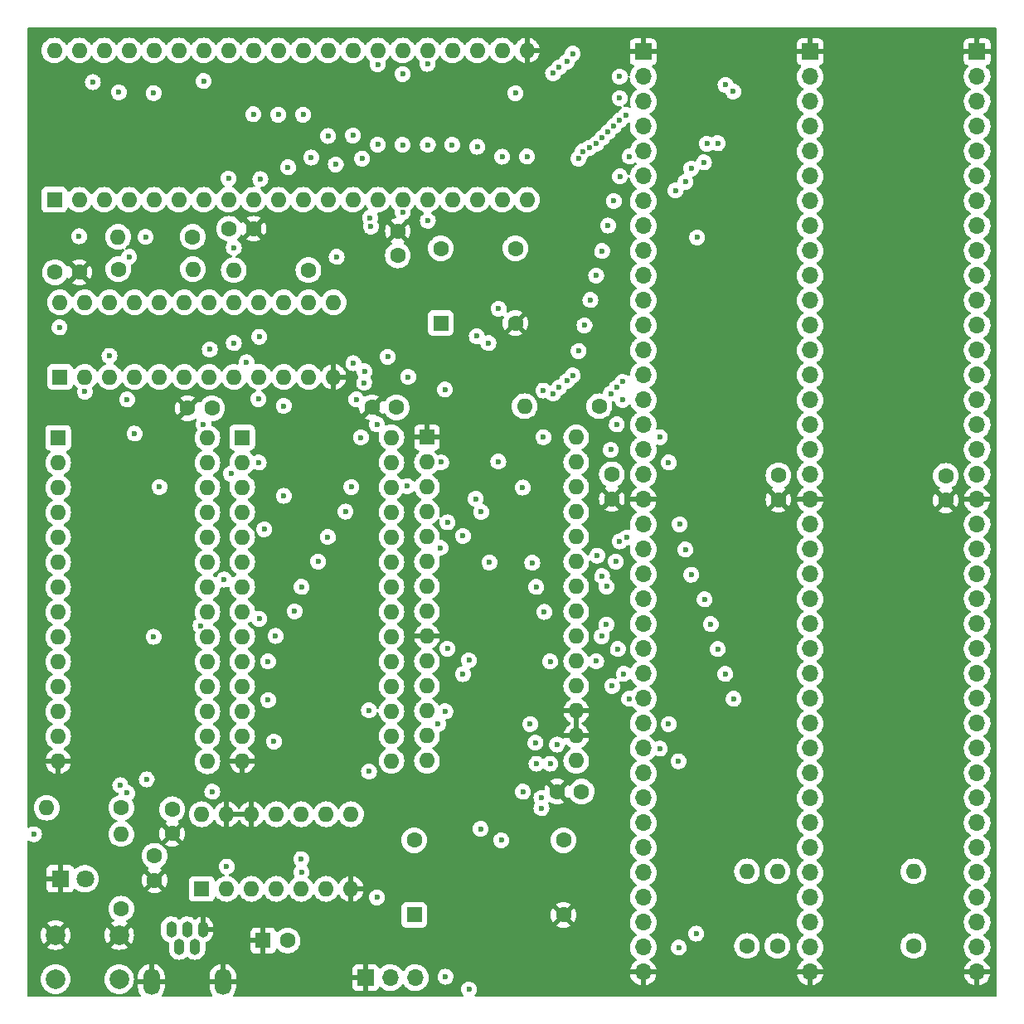
<source format=gbr>
%TF.GenerationSoftware,KiCad,Pcbnew,(6.0.11)*%
%TF.CreationDate,2023-07-08T13:40:51+12:00*%
%TF.ProjectId,6502-retro,36353032-2d72-4657-9472-6f2e6b696361,1.1*%
%TF.SameCoordinates,Original*%
%TF.FileFunction,Copper,L3,Inr*%
%TF.FilePolarity,Positive*%
%FSLAX46Y46*%
G04 Gerber Fmt 4.6, Leading zero omitted, Abs format (unit mm)*
G04 Created by KiCad (PCBNEW (6.0.11)) date 2023-07-08 13:40:51*
%MOMM*%
%LPD*%
G01*
G04 APERTURE LIST*
%TA.AperFunction,ComponentPad*%
%ADD10R,1.600000X1.600000*%
%TD*%
%TA.AperFunction,ComponentPad*%
%ADD11C,1.600000*%
%TD*%
%TA.AperFunction,ComponentPad*%
%ADD12O,1.600000X1.600000*%
%TD*%
%TA.AperFunction,ComponentPad*%
%ADD13R,1.700000X1.700000*%
%TD*%
%TA.AperFunction,ComponentPad*%
%ADD14O,1.700000X1.700000*%
%TD*%
%TA.AperFunction,ComponentPad*%
%ADD15O,1.100000X1.650000*%
%TD*%
%TA.AperFunction,ComponentPad*%
%ADD16O,1.700000X2.700000*%
%TD*%
%TA.AperFunction,ComponentPad*%
%ADD17R,1.800000X1.800000*%
%TD*%
%TA.AperFunction,ComponentPad*%
%ADD18C,1.800000*%
%TD*%
%TA.AperFunction,ComponentPad*%
%ADD19C,2.000000*%
%TD*%
%TA.AperFunction,ViaPad*%
%ADD20C,0.600000*%
%TD*%
G04 APERTURE END LIST*
D10*
%TO.N,unconnected-(X2-Pad1)*%
%TO.C,X2*%
X132310000Y-143640000D03*
D11*
%TO.N,GND*%
X147550000Y-143640000D03*
%TO.N,Net-(U3-Pad6)*%
X147550000Y-136020000D03*
%TO.N,+5V*%
X132310000Y-136020000D03*
%TD*%
%TO.N,+5V*%
%TO.C,R6*%
X109700000Y-74400000D03*
D12*
%TO.N,/BE*%
X102080000Y-74400000D03*
%TD*%
D11*
%TO.N,+5V*%
%TO.C,C4*%
X95630000Y-78010000D03*
%TO.N,GND*%
X98130000Y-78010000D03*
%TD*%
D13*
%TO.N,GND*%
%TO.C,J1*%
X155700000Y-55510000D03*
D14*
%TO.N,/A0*%
X155700000Y-58050000D03*
%TO.N,/A1*%
X155700000Y-60590000D03*
%TO.N,/A2*%
X155700000Y-63130000D03*
%TO.N,/A3*%
X155700000Y-65670000D03*
%TO.N,/A4*%
X155700000Y-68210000D03*
%TO.N,/A5*%
X155700000Y-70750000D03*
%TO.N,/A6*%
X155700000Y-73290000D03*
%TO.N,/A7*%
X155700000Y-75830000D03*
%TO.N,/A8*%
X155700000Y-78370000D03*
%TO.N,/A9*%
X155700000Y-80910000D03*
%TO.N,/A10*%
X155700000Y-83450000D03*
%TO.N,/A11*%
X155700000Y-85990000D03*
%TO.N,/A12*%
X155700000Y-88530000D03*
%TO.N,/A13*%
X155700000Y-91070000D03*
%TO.N,/A14*%
X155700000Y-93610000D03*
%TO.N,/A15*%
X155700000Y-96150000D03*
%TO.N,+5V*%
X155700000Y-98690000D03*
%TO.N,GND*%
X155700000Y-101230000D03*
%TO.N,/D0*%
X155700000Y-103770000D03*
%TO.N,/D1*%
X155700000Y-106310000D03*
%TO.N,/D2*%
X155700000Y-108850000D03*
%TO.N,/D3*%
X155700000Y-111390000D03*
%TO.N,/D4*%
X155700000Y-113930000D03*
%TO.N,/D5*%
X155700000Y-116470000D03*
%TO.N,/D6*%
X155700000Y-119010000D03*
%TO.N,/D7*%
X155700000Y-121550000D03*
%TO.N,/PHI2*%
X155700000Y-124090000D03*
%TO.N,/R{slash}~{W}*%
X155700000Y-126630000D03*
%TO.N,/~{IO_CS2}*%
X155700000Y-129170000D03*
%TO.N,/~{IO_CS1}*%
X155700000Y-131710000D03*
%TO.N,/~{RST}*%
X155700000Y-134250000D03*
%TO.N,/USR1*%
X155700000Y-136790000D03*
%TO.N,/~{IRQ1}*%
X155700000Y-139330000D03*
%TO.N,/~{NMI}*%
X155700000Y-141870000D03*
%TO.N,/RDY*%
X155700000Y-144410000D03*
%TO.N,/BE*%
X155700000Y-146950000D03*
%TO.N,GND*%
X155700000Y-149490000D03*
%TD*%
D10*
%TO.N,GND*%
%TO.C,C12*%
X116884664Y-146250000D03*
D11*
%TO.N,+5V*%
X119384664Y-146250000D03*
%TD*%
%TO.N,+5V*%
%TO.C,R10*%
X183300000Y-146810000D03*
D12*
%TO.N,/~{IRQ3}*%
X183300000Y-139190000D03*
%TD*%
D11*
%TO.N,+5V*%
%TO.C,R9*%
X169400000Y-146810000D03*
D12*
%TO.N,/~{IRQ2}*%
X169400000Y-139190000D03*
%TD*%
D11*
%TO.N,+5V*%
%TO.C,C8*%
X169510000Y-98750000D03*
%TO.N,GND*%
X169510000Y-101250000D03*
%TD*%
%TO.N,+5V*%
%TO.C,R5*%
X121510000Y-77800000D03*
D12*
%TO.N,/RDY*%
X113890000Y-77800000D03*
%TD*%
D10*
%TO.N,/PHI2*%
%TO.C,U5*%
X96140000Y-88700000D03*
D12*
%TO.N,/R{slash}~{W}*%
X98680000Y-88700000D03*
%TO.N,/A15*%
X101220000Y-88700000D03*
%TO.N,/A14*%
X103760000Y-88700000D03*
%TO.N,/A13*%
X106300000Y-88700000D03*
%TO.N,/A12*%
X108840000Y-88700000D03*
%TO.N,/A11*%
X111380000Y-88700000D03*
%TO.N,/A10*%
X113920000Y-88700000D03*
%TO.N,/A9*%
X116460000Y-88700000D03*
%TO.N,/A8*%
X119000000Y-88700000D03*
%TO.N,/A7*%
X121540000Y-88700000D03*
%TO.N,GND*%
X124080000Y-88700000D03*
%TO.N,unconnected-(U5-Pad13)*%
X124080000Y-81080000D03*
%TO.N,unconnected-(U5-Pad14)*%
X121540000Y-81080000D03*
%TO.N,unconnected-(U5-Pad15)*%
X119000000Y-81080000D03*
%TO.N,unconnected-(U5-Pad16)*%
X116460000Y-81080000D03*
%TO.N,/~{WE}*%
X113920000Y-81080000D03*
%TO.N,/~{OE}*%
X111380000Y-81080000D03*
%TO.N,/~{RAM_CS}*%
X108840000Y-81080000D03*
%TO.N,/~{ROM_CS}*%
X106300000Y-81080000D03*
%TO.N,/~{IO_CS1}*%
X103760000Y-81080000D03*
%TO.N,/~{IO_CS2}*%
X101220000Y-81080000D03*
%TO.N,unconnected-(U5-Pad23)*%
X98680000Y-81080000D03*
%TO.N,+5V*%
X96140000Y-81080000D03*
%TD*%
D11*
%TO.N,+5V*%
%TO.C,C1*%
X113420000Y-73570000D03*
%TO.N,GND*%
X115920000Y-73570000D03*
%TD*%
D10*
%TO.N,GND*%
%TO.C,U3*%
X133620000Y-94880000D03*
D12*
%TO.N,/A5*%
X133620000Y-97420000D03*
%TO.N,/~{IO_CS1}*%
X133620000Y-99960000D03*
%TO.N,/~{RST}*%
X133620000Y-102500000D03*
%TO.N,unconnected-(U3-Pad5)*%
X133620000Y-105040000D03*
%TO.N,Net-(U3-Pad6)*%
X133620000Y-107580000D03*
%TO.N,unconnected-(U3-Pad7)*%
X133620000Y-110120000D03*
%TO.N,unconnected-(U3-Pad8)*%
X133620000Y-112660000D03*
%TO.N,GND*%
X133620000Y-115200000D03*
%TO.N,/RxD*%
X133620000Y-117740000D03*
%TO.N,unconnected-(U3-Pad11)*%
X133620000Y-120280000D03*
%TO.N,/TxD*%
X133620000Y-122820000D03*
%TO.N,/A0*%
X133620000Y-125360000D03*
%TO.N,/A1*%
X133620000Y-127900000D03*
%TO.N,+5V*%
X148860000Y-127900000D03*
%TO.N,GND*%
X148860000Y-125360000D03*
X148860000Y-122820000D03*
%TO.N,/D0*%
X148860000Y-120280000D03*
%TO.N,/D1*%
X148860000Y-117740000D03*
%TO.N,/D2*%
X148860000Y-115200000D03*
%TO.N,/D3*%
X148860000Y-112660000D03*
%TO.N,/D4*%
X148860000Y-110120000D03*
%TO.N,/D5*%
X148860000Y-107580000D03*
%TO.N,/D6*%
X148860000Y-105040000D03*
%TO.N,/D7*%
X148860000Y-102500000D03*
%TO.N,/~{ACIA_IRQ}*%
X148860000Y-99960000D03*
%TO.N,/PHI2*%
X148860000Y-97420000D03*
%TO.N,/R{slash}~{W}*%
X148860000Y-94880000D03*
%TD*%
D15*
%TO.N,+5V*%
%TO.C,J4*%
X107520000Y-145135000D03*
%TO.N,unconnected-(J4-Pad2)*%
X108320000Y-146885000D03*
%TO.N,unconnected-(J4-Pad3)*%
X109120000Y-145135000D03*
%TO.N,unconnected-(J4-Pad4)*%
X109920000Y-146885000D03*
%TO.N,GND*%
X110720000Y-145135000D03*
D16*
X112770000Y-150460000D03*
X105470000Y-150460000D03*
%TD*%
D17*
%TO.N,GND*%
%TO.C,D1*%
X96160000Y-139950000D03*
D18*
%TO.N,Net-(D1-Pad2)*%
X98700000Y-139950000D03*
%TD*%
D13*
%TO.N,GND*%
%TO.C,J2*%
X172747500Y-55510000D03*
D14*
%TO.N,/A0*%
X172747500Y-58050000D03*
%TO.N,/A1*%
X172747500Y-60590000D03*
%TO.N,/A2*%
X172747500Y-63130000D03*
%TO.N,/A3*%
X172747500Y-65670000D03*
%TO.N,/A4*%
X172747500Y-68210000D03*
%TO.N,/A5*%
X172747500Y-70750000D03*
%TO.N,/A6*%
X172747500Y-73290000D03*
%TO.N,/A7*%
X172747500Y-75830000D03*
%TO.N,/A8*%
X172747500Y-78370000D03*
%TO.N,/A9*%
X172747500Y-80910000D03*
%TO.N,/A10*%
X172747500Y-83450000D03*
%TO.N,/A11*%
X172747500Y-85990000D03*
%TO.N,/A12*%
X172747500Y-88530000D03*
%TO.N,/A13*%
X172747500Y-91070000D03*
%TO.N,/A14*%
X172747500Y-93610000D03*
%TO.N,/A15*%
X172747500Y-96150000D03*
%TO.N,+5V*%
X172747500Y-98690000D03*
%TO.N,GND*%
X172747500Y-101230000D03*
%TO.N,/D0*%
X172747500Y-103770000D03*
%TO.N,/D1*%
X172747500Y-106310000D03*
%TO.N,/D2*%
X172747500Y-108850000D03*
%TO.N,/D3*%
X172747500Y-111390000D03*
%TO.N,/D4*%
X172747500Y-113930000D03*
%TO.N,/D5*%
X172747500Y-116470000D03*
%TO.N,/D6*%
X172747500Y-119010000D03*
%TO.N,/D7*%
X172747500Y-121550000D03*
%TO.N,/PHI2*%
X172747500Y-124090000D03*
%TO.N,/R{slash}~{W}*%
X172747500Y-126630000D03*
%TO.N,/~{IO_CS2}*%
X172747500Y-129170000D03*
%TO.N,/~{IO_CS1}*%
X172747500Y-131710000D03*
%TO.N,/~{RST}*%
X172747500Y-134250000D03*
%TO.N,/USR1*%
X172747500Y-136790000D03*
%TO.N,/~{IRQ2}*%
X172747500Y-139330000D03*
%TO.N,/~{NMI}*%
X172747500Y-141870000D03*
%TO.N,/RDY*%
X172747500Y-144410000D03*
%TO.N,/BE*%
X172747500Y-146950000D03*
%TO.N,GND*%
X172747500Y-149490000D03*
%TD*%
D10*
%TO.N,unconnected-(U4-Pad1)*%
%TO.C,U4*%
X95565000Y-70605000D03*
D12*
%TO.N,/RDY*%
X98105000Y-70605000D03*
%TO.N,unconnected-(U4-Pad3)*%
X100645000Y-70605000D03*
%TO.N,/~{IRQ}*%
X103185000Y-70605000D03*
%TO.N,unconnected-(U4-Pad5)*%
X105725000Y-70605000D03*
%TO.N,/~{NMI}*%
X108265000Y-70605000D03*
%TO.N,unconnected-(U4-Pad7)*%
X110805000Y-70605000D03*
%TO.N,+5V*%
X113345000Y-70605000D03*
%TO.N,/A0*%
X115885000Y-70605000D03*
%TO.N,/A1*%
X118425000Y-70605000D03*
%TO.N,/A2*%
X120965000Y-70605000D03*
%TO.N,/A3*%
X123505000Y-70605000D03*
%TO.N,/A4*%
X126045000Y-70605000D03*
%TO.N,/A5*%
X128585000Y-70605000D03*
%TO.N,/A6*%
X131125000Y-70605000D03*
%TO.N,/A7*%
X133665000Y-70605000D03*
%TO.N,/A8*%
X136205000Y-70605000D03*
%TO.N,/A9*%
X138745000Y-70605000D03*
%TO.N,/A10*%
X141285000Y-70605000D03*
%TO.N,/A11*%
X143825000Y-70605000D03*
%TO.N,GND*%
X143825000Y-55365000D03*
%TO.N,/A12*%
X141285000Y-55365000D03*
%TO.N,/A13*%
X138745000Y-55365000D03*
%TO.N,/A14*%
X136205000Y-55365000D03*
%TO.N,/A15*%
X133665000Y-55365000D03*
%TO.N,/D7*%
X131125000Y-55365000D03*
%TO.N,/D6*%
X128585000Y-55365000D03*
%TO.N,/D5*%
X126045000Y-55365000D03*
%TO.N,/D4*%
X123505000Y-55365000D03*
%TO.N,/D3*%
X120965000Y-55365000D03*
%TO.N,/D2*%
X118425000Y-55365000D03*
%TO.N,/D1*%
X115885000Y-55365000D03*
%TO.N,/D0*%
X113345000Y-55365000D03*
%TO.N,/R{slash}~{W}*%
X110805000Y-55365000D03*
%TO.N,unconnected-(U4-Pad35)*%
X108265000Y-55365000D03*
%TO.N,/BE*%
X105725000Y-55365000D03*
%TO.N,/PHI2*%
X103185000Y-55365000D03*
%TO.N,unconnected-(U4-Pad38)*%
X100645000Y-55365000D03*
%TO.N,unconnected-(U4-Pad39)*%
X98105000Y-55365000D03*
%TO.N,/~{RST}*%
X95565000Y-55365000D03*
%TD*%
D13*
%TO.N,GND*%
%TO.C,J5*%
X127360000Y-150050000D03*
D14*
%TO.N,/RxD*%
X129900000Y-150050000D03*
%TO.N,/TxD*%
X132440000Y-150050000D03*
%TD*%
D11*
%TO.N,+5V*%
%TO.C,R8*%
X166300000Y-146810000D03*
D12*
%TO.N,/~{IRQ1}*%
X166300000Y-139190000D03*
%TD*%
D11*
%TO.N,+5V*%
%TO.C,R1*%
X102400000Y-143000000D03*
D12*
%TO.N,/~{RST}*%
X102400000Y-135380000D03*
%TD*%
D13*
%TO.N,GND*%
%TO.C,J3*%
X189795000Y-55510000D03*
D14*
%TO.N,/A0*%
X189795000Y-58050000D03*
%TO.N,/A1*%
X189795000Y-60590000D03*
%TO.N,/A2*%
X189795000Y-63130000D03*
%TO.N,/A3*%
X189795000Y-65670000D03*
%TO.N,/A4*%
X189795000Y-68210000D03*
%TO.N,/A5*%
X189795000Y-70750000D03*
%TO.N,/A6*%
X189795000Y-73290000D03*
%TO.N,/A7*%
X189795000Y-75830000D03*
%TO.N,/A8*%
X189795000Y-78370000D03*
%TO.N,/A9*%
X189795000Y-80910000D03*
%TO.N,/A10*%
X189795000Y-83450000D03*
%TO.N,/A11*%
X189795000Y-85990000D03*
%TO.N,/A12*%
X189795000Y-88530000D03*
%TO.N,/A13*%
X189795000Y-91070000D03*
%TO.N,/A14*%
X189795000Y-93610000D03*
%TO.N,/A15*%
X189795000Y-96150000D03*
%TO.N,+5V*%
X189795000Y-98690000D03*
%TO.N,GND*%
X189795000Y-101230000D03*
%TO.N,/D0*%
X189795000Y-103770000D03*
%TO.N,/D1*%
X189795000Y-106310000D03*
%TO.N,/D2*%
X189795000Y-108850000D03*
%TO.N,/D3*%
X189795000Y-111390000D03*
%TO.N,/D4*%
X189795000Y-113930000D03*
%TO.N,/D5*%
X189795000Y-116470000D03*
%TO.N,/D6*%
X189795000Y-119010000D03*
%TO.N,/D7*%
X189795000Y-121550000D03*
%TO.N,/PHI2*%
X189795000Y-124090000D03*
%TO.N,/R{slash}~{W}*%
X189795000Y-126630000D03*
%TO.N,/~{IO_CS2}*%
X189795000Y-129170000D03*
%TO.N,/~{IO_CS1}*%
X189795000Y-131710000D03*
%TO.N,/~{RST}*%
X189795000Y-134250000D03*
%TO.N,/USR1*%
X189795000Y-136790000D03*
%TO.N,/~{IRQ3}*%
X189795000Y-139330000D03*
%TO.N,/~{NMI}*%
X189795000Y-141870000D03*
%TO.N,/RDY*%
X189795000Y-144410000D03*
%TO.N,/BE*%
X189795000Y-146950000D03*
%TO.N,GND*%
X189795000Y-149490000D03*
%TD*%
D11*
%TO.N,+5V*%
%TO.C,C3*%
X130510000Y-91810000D03*
%TO.N,GND*%
X128010000Y-91810000D03*
%TD*%
%TO.N,+5V*%
%TO.C,C10*%
X149410000Y-131050000D03*
%TO.N,GND*%
X146910000Y-131050000D03*
%TD*%
D10*
%TO.N,/~{ACIA_IRQ}*%
%TO.C,U6*%
X110615000Y-140980000D03*
D12*
%TO.N,/~{IRQ1}*%
X113155000Y-140980000D03*
%TO.N,Net-(U6-Pad3)*%
X115695000Y-140980000D03*
X118235000Y-140980000D03*
%TO.N,/~{IRQ2}*%
X120775000Y-140980000D03*
%TO.N,Net-(U6-Pad6)*%
X123315000Y-140980000D03*
%TO.N,GND*%
X125855000Y-140980000D03*
%TO.N,/~{IRQ}*%
X125855000Y-133360000D03*
%TO.N,Net-(U6-Pad6)*%
X123315000Y-133360000D03*
%TO.N,/~{IRQ3}*%
X120775000Y-133360000D03*
%TO.N,unconnected-(U6-Pad11)*%
X118235000Y-133360000D03*
%TO.N,GND*%
X115695000Y-133360000D03*
X113155000Y-133360000D03*
%TO.N,+5V*%
X110615000Y-133360000D03*
%TD*%
D10*
%TO.N,unconnected-(X1-Pad1)*%
%TO.C,X1*%
X135030000Y-83200000D03*
D11*
%TO.N,GND*%
X142650000Y-83200000D03*
%TO.N,/PHI2*%
X142650000Y-75580000D03*
%TO.N,+5V*%
X135030000Y-75580000D03*
%TD*%
%TO.N,/~{RST}*%
%TO.C,C7*%
X105800000Y-137600000D03*
%TO.N,GND*%
X105800000Y-140100000D03*
%TD*%
%TO.N,+5V*%
%TO.C,C5*%
X130640000Y-76300000D03*
%TO.N,GND*%
X130640000Y-73800000D03*
%TD*%
%TO.N,+5V*%
%TO.C,C11*%
X107600000Y-132850000D03*
%TO.N,GND*%
X107600000Y-135350000D03*
%TD*%
D10*
%TO.N,/A14*%
%TO.C,U2*%
X95955000Y-94925000D03*
D12*
%TO.N,/A12*%
X95955000Y-97465000D03*
%TO.N,/A7*%
X95955000Y-100005000D03*
%TO.N,/A6*%
X95955000Y-102545000D03*
%TO.N,/A5*%
X95955000Y-105085000D03*
%TO.N,/A4*%
X95955000Y-107625000D03*
%TO.N,/A3*%
X95955000Y-110165000D03*
%TO.N,/A2*%
X95955000Y-112705000D03*
%TO.N,/A1*%
X95955000Y-115245000D03*
%TO.N,/A0*%
X95955000Y-117785000D03*
%TO.N,/D0*%
X95955000Y-120325000D03*
%TO.N,/D1*%
X95955000Y-122865000D03*
%TO.N,/D2*%
X95955000Y-125405000D03*
%TO.N,GND*%
X95955000Y-127945000D03*
%TO.N,/D3*%
X111195000Y-127945000D03*
%TO.N,/D4*%
X111195000Y-125405000D03*
%TO.N,/D5*%
X111195000Y-122865000D03*
%TO.N,/D6*%
X111195000Y-120325000D03*
%TO.N,/D7*%
X111195000Y-117785000D03*
%TO.N,/~{ROM_CS}*%
X111195000Y-115245000D03*
%TO.N,/A10*%
X111195000Y-112705000D03*
%TO.N,/~{OE}*%
X111195000Y-110165000D03*
%TO.N,/A11*%
X111195000Y-107625000D03*
%TO.N,/A9*%
X111195000Y-105085000D03*
%TO.N,/A8*%
X111195000Y-102545000D03*
%TO.N,/A13*%
X111195000Y-100005000D03*
%TO.N,/~{WE}*%
X111195000Y-97465000D03*
%TO.N,+5V*%
X111195000Y-94925000D03*
%TD*%
D11*
%TO.N,+5V*%
%TO.C,C9*%
X186600000Y-98800000D03*
%TO.N,GND*%
X186600000Y-101300000D03*
%TD*%
%TO.N,Net-(D1-Pad2)*%
%TO.C,R7*%
X102400000Y-132700000D03*
D12*
%TO.N,+5V*%
X94780000Y-132700000D03*
%TD*%
D10*
%TO.N,/A14*%
%TO.C,U1*%
X114750000Y-94885000D03*
D12*
%TO.N,/A12*%
X114750000Y-97425000D03*
%TO.N,/A7*%
X114750000Y-99965000D03*
%TO.N,/A6*%
X114750000Y-102505000D03*
%TO.N,/A5*%
X114750000Y-105045000D03*
%TO.N,/A4*%
X114750000Y-107585000D03*
%TO.N,/A3*%
X114750000Y-110125000D03*
%TO.N,/A2*%
X114750000Y-112665000D03*
%TO.N,/A1*%
X114750000Y-115205000D03*
%TO.N,/A0*%
X114750000Y-117745000D03*
%TO.N,/D0*%
X114750000Y-120285000D03*
%TO.N,/D1*%
X114750000Y-122825000D03*
%TO.N,/D2*%
X114750000Y-125365000D03*
%TO.N,GND*%
X114750000Y-127905000D03*
%TO.N,/D3*%
X129990000Y-127905000D03*
%TO.N,/D4*%
X129990000Y-125365000D03*
%TO.N,/D5*%
X129990000Y-122825000D03*
%TO.N,/D6*%
X129990000Y-120285000D03*
%TO.N,/D7*%
X129990000Y-117745000D03*
%TO.N,/~{RAM_CS}*%
X129990000Y-115205000D03*
%TO.N,/A10*%
X129990000Y-112665000D03*
%TO.N,/~{OE}*%
X129990000Y-110125000D03*
%TO.N,/A11*%
X129990000Y-107585000D03*
%TO.N,/A9*%
X129990000Y-105045000D03*
%TO.N,/A8*%
X129990000Y-102505000D03*
%TO.N,/A13*%
X129990000Y-99965000D03*
%TO.N,/~{WE}*%
X129990000Y-97425000D03*
%TO.N,+5V*%
X129990000Y-94885000D03*
%TD*%
D19*
%TO.N,GND*%
%TO.C,SW1*%
X102190000Y-145700000D03*
X95690000Y-145700000D03*
%TO.N,/~{RST}*%
X95690000Y-150200000D03*
X102190000Y-150200000D03*
%TD*%
D11*
%TO.N,+5V*%
%TO.C,C6*%
X152500000Y-98650000D03*
%TO.N,GND*%
X152500000Y-101150000D03*
%TD*%
%TO.N,+5V*%
%TO.C,R2*%
X151210000Y-91700000D03*
D12*
%TO.N,/~{ACIA_IRQ}*%
X143590000Y-91700000D03*
%TD*%
D11*
%TO.N,+5V*%
%TO.C,R4*%
X102090000Y-77700000D03*
D12*
%TO.N,/~{NMI}*%
X109710000Y-77700000D03*
%TD*%
D11*
%TO.N,+5V*%
%TO.C,C2*%
X111670000Y-91900000D03*
%TO.N,GND*%
X109170000Y-91900000D03*
%TD*%
D20*
%TO.N,/~{RST}*%
X139100000Y-134850000D03*
X139150000Y-102500000D03*
X93500000Y-135400000D03*
%TO.N,/A0*%
X117400000Y-117750000D03*
X153300000Y-58050000D03*
X115885000Y-61885000D03*
X153300000Y-60237000D03*
X117400000Y-121700000D03*
%TO.N,/A1*%
X118000000Y-125950000D03*
X118425000Y-61925000D03*
X118163000Y-115150000D03*
%TO.N,/A2*%
X120965000Y-61935000D03*
X120100000Y-112650000D03*
%TO.N,/A3*%
X123505000Y-64100000D03*
X120800000Y-110150000D03*
X153900000Y-61963000D03*
X154300000Y-66200000D03*
%TO.N,/A4*%
X153300000Y-62500000D03*
X122500000Y-107550000D03*
X126050000Y-64050000D03*
X153323102Y-68226898D03*
%TO.N,/A5*%
X135000000Y-106150000D03*
X128585000Y-64985000D03*
X123500000Y-105050000D03*
X135070000Y-97420000D03*
X152700000Y-70750000D03*
X152700000Y-63100000D03*
%TO.N,/A6*%
X131125001Y-71889039D03*
X127800000Y-72450000D03*
X131125000Y-65000000D03*
X152100000Y-63700000D03*
X152100000Y-73250000D03*
X125300000Y-102450000D03*
%TO.N,/A7*%
X151500000Y-64300000D03*
X151500000Y-75850000D03*
X127900000Y-73350000D03*
X125900000Y-99950000D03*
X126100000Y-87300000D03*
X133700000Y-65000000D03*
X133700000Y-72750000D03*
%TO.N,/A8*%
X150900000Y-78350000D03*
X138600000Y-101150000D03*
X135447343Y-89990308D03*
X150900000Y-64900000D03*
X136200000Y-65000000D03*
%TO.N,/A9*%
X117004500Y-104263000D03*
X138745000Y-65200000D03*
X116500000Y-84600000D03*
X138700000Y-84550000D03*
X150200000Y-65300000D03*
X150300001Y-80849999D03*
%TO.N,/A10*%
X113900000Y-85250000D03*
X149700000Y-83450000D03*
X139900000Y-85250000D03*
X149499999Y-65700000D03*
X116500000Y-113400000D03*
X141285000Y-66215000D03*
%TO.N,/A11*%
X143825000Y-66200000D03*
X149100000Y-66400000D03*
X111437000Y-85900000D03*
X149100000Y-86050000D03*
%TO.N,/A12*%
X148500000Y-88550000D03*
X115200000Y-87213000D03*
X116414500Y-90963000D03*
X116437000Y-97450000D03*
X126400000Y-91000000D03*
X148500000Y-55700000D03*
X127237000Y-88137000D03*
%TO.N,/A13*%
X153600000Y-89200000D03*
X147900000Y-56500000D03*
X131700000Y-88700000D03*
X153600000Y-91050000D03*
X106300000Y-99950000D03*
X147900000Y-89100000D03*
X131600000Y-99850000D03*
%TO.N,/A14*%
X153000000Y-89800000D03*
X103760000Y-94490000D03*
X147100000Y-57100000D03*
X147100000Y-89800000D03*
X153000000Y-93550000D03*
X126885000Y-94885000D03*
X127200000Y-89300000D03*
%TO.N,/A15*%
X152400000Y-90400000D03*
X146500000Y-57700000D03*
X133665000Y-56735000D03*
X101200000Y-86550000D03*
X129600000Y-86650000D03*
X152400000Y-96150000D03*
X146500000Y-90400000D03*
%TO.N,/D0*%
X159427000Y-103750000D03*
X113345000Y-68455000D03*
X152526000Y-120274000D03*
X159000000Y-69659499D03*
%TO.N,/D1*%
X127700000Y-129000000D03*
X160000000Y-106335000D03*
X146200000Y-117750000D03*
X151000000Y-106950000D03*
X116600000Y-68500000D03*
X146200000Y-128200000D03*
X150890000Y-117740000D03*
X160000000Y-68800000D03*
X127700000Y-122750000D03*
%TO.N,/D2*%
X119437109Y-67300000D03*
X160610000Y-108896483D03*
X146900000Y-126250000D03*
X151500000Y-109050000D03*
X151469514Y-115200001D03*
X160599999Y-67437380D03*
%TO.N,/D3*%
X145600000Y-112700000D03*
X161963000Y-111415000D03*
X144800000Y-128200000D03*
X121800000Y-66300000D03*
X161900000Y-66800000D03*
%TO.N,/D4*%
X162600000Y-113955000D03*
X124300000Y-67000000D03*
X151937000Y-114000000D03*
X144763000Y-110150000D03*
X162199999Y-64900364D03*
X144700000Y-126050000D03*
X151963000Y-110118290D03*
%TO.N,/D5*%
X127000000Y-66400000D03*
X153110000Y-116490000D03*
X152900000Y-107550000D03*
X144160666Y-124150001D03*
X144373000Y-107685477D03*
X163300000Y-116495000D03*
X134750000Y-124150000D03*
X163300000Y-64850000D03*
%TO.N,/D6*%
X137300000Y-104950000D03*
X128585000Y-56785000D03*
X164100000Y-58887000D03*
X137300000Y-119050000D03*
X153299601Y-105500000D03*
X153720000Y-119030000D03*
X164065000Y-119035000D03*
%TO.N,/D7*%
X135700000Y-116450000D03*
X131125000Y-57775000D03*
X164925000Y-121575000D03*
X135700000Y-103550000D03*
X164900000Y-59550000D03*
X154000000Y-105100000D03*
X154270000Y-121570000D03*
%TO.N,/PHI2*%
X158300000Y-124150000D03*
X142650000Y-59737000D03*
X158300000Y-97450000D03*
X140939500Y-81750000D03*
X140900000Y-97350000D03*
X96100000Y-83650000D03*
%TO.N,/R{slash}~{W}*%
X99500001Y-58600001D03*
X98680000Y-90220000D03*
X145500000Y-94850000D03*
X157400000Y-94850000D03*
X110805000Y-58495000D03*
X157395000Y-126655000D03*
X145500001Y-90100000D03*
%TO.N,/~{IO_CS2}*%
X102300000Y-130400000D03*
%TO.N,/~{IO_CS1}*%
X102999999Y-131199999D03*
X119000000Y-100850000D03*
X103000000Y-91013000D03*
X145300000Y-131700000D03*
X145300000Y-132750000D03*
X118999999Y-91663001D03*
%TO.N,/~{ROM_CS}*%
X105705000Y-115245000D03*
%TO.N,/~{RAM_CS}*%
X110500000Y-114100000D03*
%TO.N,/~{OE}*%
X112915500Y-109400000D03*
%TO.N,/~{WE}*%
X113600000Y-98600002D03*
%TO.N,/~{IRQ}*%
X103200001Y-76450001D03*
X124400000Y-76450000D03*
%TO.N,/~{NMI}*%
X128500000Y-141850000D03*
X110800000Y-93550000D03*
X128500000Y-93550000D03*
%TO.N,/RDY*%
X161200000Y-74449998D03*
X98100000Y-74350000D03*
X113900000Y-75500000D03*
X161100000Y-145550000D03*
%TO.N,/~{ACIA_IRQ}*%
X143400000Y-100000000D03*
X143403501Y-131063000D03*
X111696652Y-131063000D03*
%TO.N,/BE*%
X102150000Y-59650000D03*
X159325000Y-146975000D03*
X105700000Y-59713000D03*
X105000000Y-129800000D03*
X104900000Y-74400000D03*
X159300000Y-127950000D03*
%TO.N,Net-(U3-Pad6)*%
X140000000Y-107650000D03*
X141200000Y-136020000D03*
%TO.N,/TxD*%
X135500000Y-122850000D03*
X135500000Y-149950000D03*
%TO.N,/RxD*%
X137900000Y-117650000D03*
X137900000Y-151250000D03*
%TO.N,/~{IRQ3}*%
X120775000Y-137937000D03*
%TO.N,/~{IRQ2}*%
X120800000Y-139268000D03*
%TO.N,/~{IRQ1}*%
X113155000Y-138705000D03*
%TD*%
%TA.AperFunction,Conductor*%
%TO.N,GND*%
G36*
X191733621Y-53028502D02*
G01*
X191780114Y-53082158D01*
X191791500Y-53134500D01*
X191791500Y-151865500D01*
X191771498Y-151933621D01*
X191717842Y-151980114D01*
X191665500Y-151991500D01*
X138608822Y-151991500D01*
X138540701Y-151971498D01*
X138494208Y-151917842D01*
X138484104Y-151847568D01*
X138513598Y-151782988D01*
X138515644Y-151780843D01*
X138518160Y-151777844D01*
X138523266Y-151772982D01*
X138623643Y-151621902D01*
X138688055Y-151452338D01*
X138691650Y-151426759D01*
X138712748Y-151276639D01*
X138712748Y-151276636D01*
X138713299Y-151272717D01*
X138713616Y-151250000D01*
X138693397Y-151069745D01*
X138690917Y-151062623D01*
X138636064Y-150905106D01*
X138636062Y-150905103D01*
X138633745Y-150898448D01*
X138627365Y-150888238D01*
X138541359Y-150750598D01*
X138537626Y-150744624D01*
X138520669Y-150727548D01*
X138414778Y-150620915D01*
X138414774Y-150620912D01*
X138409815Y-150615918D01*
X138398697Y-150608862D01*
X138348335Y-150576902D01*
X138256666Y-150518727D01*
X138227463Y-150508328D01*
X138092425Y-150460243D01*
X138092420Y-150460242D01*
X138085790Y-150457881D01*
X138078802Y-150457048D01*
X138078799Y-150457047D01*
X137948617Y-150441524D01*
X137905680Y-150436404D01*
X137898677Y-150437140D01*
X137898676Y-150437140D01*
X137732288Y-150454628D01*
X137732286Y-150454629D01*
X137725288Y-150455364D01*
X137553579Y-150513818D01*
X137547575Y-150517512D01*
X137405095Y-150605166D01*
X137405092Y-150605168D01*
X137399088Y-150608862D01*
X137394053Y-150613793D01*
X137394050Y-150613795D01*
X137284853Y-150720729D01*
X137269493Y-150735771D01*
X137171235Y-150888238D01*
X137168826Y-150894858D01*
X137168824Y-150894861D01*
X137125022Y-151015206D01*
X137109197Y-151058685D01*
X137086463Y-151238640D01*
X137104163Y-151419160D01*
X137161418Y-151591273D01*
X137165065Y-151597295D01*
X137165066Y-151597297D01*
X137243812Y-151727322D01*
X137255380Y-151746424D01*
X137260269Y-151751487D01*
X137260270Y-151751488D01*
X137285846Y-151777972D01*
X137318779Y-151840869D01*
X137312480Y-151911585D01*
X137268948Y-151967670D01*
X137195210Y-151991500D01*
X113946655Y-151991500D01*
X113878534Y-151971498D01*
X113832041Y-151917842D01*
X113821937Y-151847568D01*
X113849221Y-151785609D01*
X113889826Y-151736088D01*
X113895850Y-151727322D01*
X114004576Y-151536318D01*
X114009041Y-151526654D01*
X114084031Y-151320059D01*
X114086802Y-151309792D01*
X114126123Y-151092345D01*
X114127056Y-151084116D01*
X114127930Y-151065598D01*
X114128000Y-151062623D01*
X114128000Y-150944669D01*
X126002001Y-150944669D01*
X126002371Y-150951490D01*
X126007895Y-151002352D01*
X126011521Y-151017604D01*
X126056676Y-151138054D01*
X126065214Y-151153649D01*
X126141715Y-151255724D01*
X126154276Y-151268285D01*
X126256351Y-151344786D01*
X126271946Y-151353324D01*
X126392394Y-151398478D01*
X126407649Y-151402105D01*
X126458514Y-151407631D01*
X126465328Y-151408000D01*
X127087885Y-151408000D01*
X127103124Y-151403525D01*
X127104329Y-151402135D01*
X127106000Y-151394452D01*
X127106000Y-151389884D01*
X127614000Y-151389884D01*
X127618475Y-151405123D01*
X127619865Y-151406328D01*
X127627548Y-151407999D01*
X128254669Y-151407999D01*
X128261490Y-151407629D01*
X128312352Y-151402105D01*
X128327604Y-151398479D01*
X128448054Y-151353324D01*
X128463649Y-151344786D01*
X128565724Y-151268285D01*
X128578285Y-151255724D01*
X128654786Y-151153649D01*
X128663324Y-151138054D01*
X128704225Y-151028952D01*
X128746867Y-150972188D01*
X128813428Y-150947488D01*
X128882777Y-150962696D01*
X128917444Y-150990684D01*
X128942865Y-151020031D01*
X128942869Y-151020035D01*
X128946250Y-151023938D01*
X129118126Y-151166632D01*
X129311000Y-151279338D01*
X129519692Y-151359030D01*
X129524760Y-151360061D01*
X129524763Y-151360062D01*
X129632017Y-151381883D01*
X129738597Y-151403567D01*
X129743772Y-151403757D01*
X129743774Y-151403757D01*
X129956673Y-151411564D01*
X129956677Y-151411564D01*
X129961837Y-151411753D01*
X129966957Y-151411097D01*
X129966959Y-151411097D01*
X130178288Y-151384025D01*
X130178289Y-151384025D01*
X130183416Y-151383368D01*
X130188366Y-151381883D01*
X130392429Y-151320661D01*
X130392434Y-151320659D01*
X130397384Y-151319174D01*
X130597994Y-151220896D01*
X130779860Y-151091173D01*
X130938096Y-150933489D01*
X130963276Y-150898448D01*
X131068453Y-150752077D01*
X131069776Y-150753028D01*
X131116645Y-150709857D01*
X131186580Y-150697625D01*
X131252026Y-150725144D01*
X131279875Y-150756994D01*
X131339987Y-150855088D01*
X131486250Y-151023938D01*
X131658126Y-151166632D01*
X131851000Y-151279338D01*
X132059692Y-151359030D01*
X132064760Y-151360061D01*
X132064763Y-151360062D01*
X132172017Y-151381883D01*
X132278597Y-151403567D01*
X132283772Y-151403757D01*
X132283774Y-151403757D01*
X132496673Y-151411564D01*
X132496677Y-151411564D01*
X132501837Y-151411753D01*
X132506957Y-151411097D01*
X132506959Y-151411097D01*
X132718288Y-151384025D01*
X132718289Y-151384025D01*
X132723416Y-151383368D01*
X132728366Y-151381883D01*
X132932429Y-151320661D01*
X132932434Y-151320659D01*
X132937384Y-151319174D01*
X133137994Y-151220896D01*
X133319860Y-151091173D01*
X133478096Y-150933489D01*
X133503276Y-150898448D01*
X133605435Y-150756277D01*
X133608453Y-150752077D01*
X133612137Y-150744624D01*
X133705136Y-150556453D01*
X133705137Y-150556451D01*
X133707430Y-150551811D01*
X133772370Y-150338069D01*
X133801529Y-150116590D01*
X133801611Y-150113240D01*
X133803074Y-150053365D01*
X133803074Y-150053361D01*
X133803156Y-150050000D01*
X133794001Y-149938640D01*
X134686463Y-149938640D01*
X134704163Y-150119160D01*
X134761418Y-150291273D01*
X134765065Y-150297295D01*
X134765066Y-150297297D01*
X134849817Y-150437238D01*
X134855380Y-150446424D01*
X134860269Y-150451487D01*
X134860270Y-150451488D01*
X134868725Y-150460243D01*
X134981382Y-150576902D01*
X135041005Y-150615918D01*
X135112621Y-150662782D01*
X135133159Y-150676222D01*
X135139763Y-150678678D01*
X135139765Y-150678679D01*
X135296558Y-150736990D01*
X135296560Y-150736990D01*
X135303168Y-150739448D01*
X135386732Y-150750598D01*
X135475980Y-150762507D01*
X135475984Y-150762507D01*
X135482961Y-150763438D01*
X135489972Y-150762800D01*
X135489976Y-150762800D01*
X135632459Y-150749832D01*
X135663600Y-150746998D01*
X135670302Y-150744820D01*
X135670304Y-150744820D01*
X135829409Y-150693124D01*
X135829412Y-150693123D01*
X135836108Y-150690947D01*
X135961970Y-150615918D01*
X135985860Y-150601677D01*
X135985862Y-150601676D01*
X135991912Y-150598069D01*
X136123266Y-150472982D01*
X136223643Y-150321902D01*
X136271462Y-150196020D01*
X136285555Y-150158920D01*
X136285556Y-150158918D01*
X136288055Y-150152338D01*
X136289035Y-150145366D01*
X136312748Y-149976639D01*
X136312748Y-149976636D01*
X136313299Y-149972717D01*
X136313616Y-149950000D01*
X136293397Y-149769745D01*
X136290687Y-149761962D01*
X136289295Y-149757966D01*
X154368257Y-149757966D01*
X154398565Y-149892446D01*
X154401645Y-149902275D01*
X154481770Y-150099603D01*
X154486413Y-150108794D01*
X154597694Y-150290388D01*
X154603777Y-150298699D01*
X154743213Y-150459667D01*
X154750580Y-150466883D01*
X154914434Y-150602916D01*
X154922881Y-150608831D01*
X155106756Y-150716279D01*
X155116042Y-150720729D01*
X155315001Y-150796703D01*
X155324899Y-150799579D01*
X155428250Y-150820606D01*
X155442299Y-150819410D01*
X155446000Y-150809065D01*
X155446000Y-150808517D01*
X155954000Y-150808517D01*
X155958064Y-150822359D01*
X155971478Y-150824393D01*
X155978184Y-150823534D01*
X155988262Y-150821392D01*
X156192255Y-150760191D01*
X156201842Y-150756433D01*
X156393095Y-150662739D01*
X156401945Y-150657464D01*
X156575328Y-150533792D01*
X156583200Y-150527139D01*
X156734052Y-150376812D01*
X156740730Y-150368965D01*
X156865003Y-150196020D01*
X156870313Y-150187183D01*
X156964670Y-149996267D01*
X156968469Y-149986672D01*
X157030377Y-149782910D01*
X157032555Y-149772837D01*
X157033986Y-149761962D01*
X157033363Y-149757966D01*
X171415757Y-149757966D01*
X171446065Y-149892446D01*
X171449145Y-149902275D01*
X171529270Y-150099603D01*
X171533913Y-150108794D01*
X171645194Y-150290388D01*
X171651277Y-150298699D01*
X171790713Y-150459667D01*
X171798080Y-150466883D01*
X171961934Y-150602916D01*
X171970381Y-150608831D01*
X172154256Y-150716279D01*
X172163542Y-150720729D01*
X172362501Y-150796703D01*
X172372399Y-150799579D01*
X172475750Y-150820606D01*
X172489799Y-150819410D01*
X172493500Y-150809065D01*
X172493500Y-150808517D01*
X173001500Y-150808517D01*
X173005564Y-150822359D01*
X173018978Y-150824393D01*
X173025684Y-150823534D01*
X173035762Y-150821392D01*
X173239755Y-150760191D01*
X173249342Y-150756433D01*
X173440595Y-150662739D01*
X173449445Y-150657464D01*
X173622828Y-150533792D01*
X173630700Y-150527139D01*
X173781552Y-150376812D01*
X173788230Y-150368965D01*
X173912503Y-150196020D01*
X173917813Y-150187183D01*
X174012170Y-149996267D01*
X174015969Y-149986672D01*
X174077877Y-149782910D01*
X174080055Y-149772837D01*
X174081486Y-149761962D01*
X174080863Y-149757966D01*
X188463257Y-149757966D01*
X188493565Y-149892446D01*
X188496645Y-149902275D01*
X188576770Y-150099603D01*
X188581413Y-150108794D01*
X188692694Y-150290388D01*
X188698777Y-150298699D01*
X188838213Y-150459667D01*
X188845580Y-150466883D01*
X189009434Y-150602916D01*
X189017881Y-150608831D01*
X189201756Y-150716279D01*
X189211042Y-150720729D01*
X189410001Y-150796703D01*
X189419899Y-150799579D01*
X189523250Y-150820606D01*
X189537299Y-150819410D01*
X189541000Y-150809065D01*
X189541000Y-150808517D01*
X190049000Y-150808517D01*
X190053064Y-150822359D01*
X190066478Y-150824393D01*
X190073184Y-150823534D01*
X190083262Y-150821392D01*
X190287255Y-150760191D01*
X190296842Y-150756433D01*
X190488095Y-150662739D01*
X190496945Y-150657464D01*
X190670328Y-150533792D01*
X190678200Y-150527139D01*
X190829052Y-150376812D01*
X190835730Y-150368965D01*
X190960003Y-150196020D01*
X190965313Y-150187183D01*
X191059670Y-149996267D01*
X191063469Y-149986672D01*
X191125377Y-149782910D01*
X191127555Y-149772837D01*
X191128986Y-149761962D01*
X191126775Y-149747778D01*
X191113617Y-149744000D01*
X190067115Y-149744000D01*
X190051876Y-149748475D01*
X190050671Y-149749865D01*
X190049000Y-149757548D01*
X190049000Y-150808517D01*
X189541000Y-150808517D01*
X189541000Y-149762115D01*
X189536525Y-149746876D01*
X189535135Y-149745671D01*
X189527452Y-149744000D01*
X188478225Y-149744000D01*
X188464694Y-149747973D01*
X188463257Y-149757966D01*
X174080863Y-149757966D01*
X174079275Y-149747778D01*
X174066117Y-149744000D01*
X173019615Y-149744000D01*
X173004376Y-149748475D01*
X173003171Y-149749865D01*
X173001500Y-149757548D01*
X173001500Y-150808517D01*
X172493500Y-150808517D01*
X172493500Y-149762115D01*
X172489025Y-149746876D01*
X172487635Y-149745671D01*
X172479952Y-149744000D01*
X171430725Y-149744000D01*
X171417194Y-149747973D01*
X171415757Y-149757966D01*
X157033363Y-149757966D01*
X157031775Y-149747778D01*
X157018617Y-149744000D01*
X155972115Y-149744000D01*
X155956876Y-149748475D01*
X155955671Y-149749865D01*
X155954000Y-149757548D01*
X155954000Y-150808517D01*
X155446000Y-150808517D01*
X155446000Y-149762115D01*
X155441525Y-149746876D01*
X155440135Y-149745671D01*
X155432452Y-149744000D01*
X154383225Y-149744000D01*
X154369694Y-149747973D01*
X154368257Y-149757966D01*
X136289295Y-149757966D01*
X136236064Y-149605106D01*
X136236062Y-149605103D01*
X136233745Y-149598448D01*
X136137626Y-149444624D01*
X136077108Y-149383682D01*
X136014778Y-149320915D01*
X136014774Y-149320912D01*
X136009815Y-149315918D01*
X135998697Y-149308862D01*
X135950538Y-149278300D01*
X135856666Y-149218727D01*
X135783512Y-149192678D01*
X135692425Y-149160243D01*
X135692420Y-149160242D01*
X135685790Y-149157881D01*
X135678802Y-149157048D01*
X135678799Y-149157047D01*
X135555698Y-149142368D01*
X135505680Y-149136404D01*
X135498677Y-149137140D01*
X135498676Y-149137140D01*
X135332288Y-149154628D01*
X135332286Y-149154629D01*
X135325288Y-149155364D01*
X135153579Y-149213818D01*
X135136731Y-149224183D01*
X135005095Y-149305166D01*
X135005092Y-149305168D01*
X134999088Y-149308862D01*
X134994053Y-149313793D01*
X134994050Y-149313795D01*
X134903170Y-149402792D01*
X134869493Y-149435771D01*
X134771235Y-149588238D01*
X134768826Y-149594858D01*
X134768824Y-149594861D01*
X134720426Y-149727833D01*
X134709197Y-149758685D01*
X134686463Y-149938640D01*
X133794001Y-149938640D01*
X133784852Y-149827361D01*
X133730431Y-149610702D01*
X133641354Y-149405840D01*
X133531480Y-149236000D01*
X133522822Y-149222617D01*
X133522820Y-149222614D01*
X133520014Y-149218277D01*
X133369670Y-149053051D01*
X133365619Y-149049852D01*
X133365615Y-149049848D01*
X133198414Y-148917800D01*
X133198410Y-148917798D01*
X133194359Y-148914598D01*
X132998789Y-148806638D01*
X132993920Y-148804914D01*
X132993916Y-148804912D01*
X132793087Y-148733795D01*
X132793083Y-148733794D01*
X132788212Y-148732069D01*
X132783119Y-148731162D01*
X132783116Y-148731161D01*
X132573373Y-148693800D01*
X132573367Y-148693799D01*
X132568284Y-148692894D01*
X132494452Y-148691992D01*
X132350081Y-148690228D01*
X132350079Y-148690228D01*
X132344911Y-148690165D01*
X132124091Y-148723955D01*
X131911756Y-148793357D01*
X131713607Y-148896507D01*
X131709474Y-148899610D01*
X131709471Y-148899612D01*
X131543176Y-149024470D01*
X131534965Y-149030635D01*
X131531393Y-149034373D01*
X131411109Y-149160243D01*
X131380629Y-149192138D01*
X131273201Y-149349621D01*
X131218293Y-149394621D01*
X131147768Y-149402792D01*
X131084021Y-149371538D01*
X131063324Y-149347054D01*
X130982822Y-149222617D01*
X130982820Y-149222614D01*
X130980014Y-149218277D01*
X130829670Y-149053051D01*
X130825619Y-149049852D01*
X130825615Y-149049848D01*
X130658414Y-148917800D01*
X130658410Y-148917798D01*
X130654359Y-148914598D01*
X130458789Y-148806638D01*
X130453920Y-148804914D01*
X130453916Y-148804912D01*
X130253087Y-148733795D01*
X130253083Y-148733794D01*
X130248212Y-148732069D01*
X130243119Y-148731162D01*
X130243116Y-148731161D01*
X130033373Y-148693800D01*
X130033367Y-148693799D01*
X130028284Y-148692894D01*
X129954452Y-148691992D01*
X129810081Y-148690228D01*
X129810079Y-148690228D01*
X129804911Y-148690165D01*
X129584091Y-148723955D01*
X129371756Y-148793357D01*
X129173607Y-148896507D01*
X129169474Y-148899610D01*
X129169471Y-148899612D01*
X129003176Y-149024470D01*
X128994965Y-149030635D01*
X128991393Y-149034373D01*
X128913898Y-149115466D01*
X128852374Y-149150895D01*
X128781462Y-149147438D01*
X128723676Y-149106192D01*
X128704823Y-149072644D01*
X128663324Y-148961946D01*
X128654786Y-148946351D01*
X128578285Y-148844276D01*
X128565724Y-148831715D01*
X128463649Y-148755214D01*
X128448054Y-148746676D01*
X128327606Y-148701522D01*
X128312351Y-148697895D01*
X128261486Y-148692369D01*
X128254672Y-148692000D01*
X127632115Y-148692000D01*
X127616876Y-148696475D01*
X127615671Y-148697865D01*
X127614000Y-148705548D01*
X127614000Y-151389884D01*
X127106000Y-151389884D01*
X127106000Y-150322115D01*
X127101525Y-150306876D01*
X127100135Y-150305671D01*
X127092452Y-150304000D01*
X126020116Y-150304000D01*
X126004877Y-150308475D01*
X126003672Y-150309865D01*
X126002001Y-150317548D01*
X126002001Y-150944669D01*
X114128000Y-150944669D01*
X114128000Y-150732115D01*
X114123525Y-150716876D01*
X114122135Y-150715671D01*
X114114452Y-150714000D01*
X111430115Y-150714000D01*
X111414876Y-150718475D01*
X111413671Y-150719865D01*
X111412000Y-150727548D01*
X111412000Y-151015206D01*
X111412225Y-151020515D01*
X111426124Y-151184325D01*
X111427914Y-151194797D01*
X111483130Y-151407535D01*
X111486665Y-151417575D01*
X111576937Y-151617970D01*
X111582106Y-151627256D01*
X111695127Y-151795133D01*
X111716578Y-151862812D01*
X111698034Y-151931344D01*
X111645383Y-151978971D01*
X111590607Y-151991500D01*
X106646655Y-151991500D01*
X106578534Y-151971498D01*
X106532041Y-151917842D01*
X106521937Y-151847568D01*
X106549221Y-151785609D01*
X106589826Y-151736088D01*
X106595850Y-151727322D01*
X106704576Y-151536318D01*
X106709041Y-151526654D01*
X106784031Y-151320059D01*
X106786802Y-151309792D01*
X106826123Y-151092345D01*
X106827056Y-151084116D01*
X106827930Y-151065598D01*
X106828000Y-151062623D01*
X106828000Y-150732115D01*
X106823525Y-150716876D01*
X106822135Y-150715671D01*
X106814452Y-150714000D01*
X104130115Y-150714000D01*
X104114876Y-150718475D01*
X104113671Y-150719865D01*
X104112000Y-150727548D01*
X104112000Y-151015206D01*
X104112225Y-151020515D01*
X104126124Y-151184325D01*
X104127914Y-151194797D01*
X104183130Y-151407535D01*
X104186665Y-151417575D01*
X104276937Y-151617970D01*
X104282106Y-151627256D01*
X104395127Y-151795133D01*
X104416578Y-151862812D01*
X104398034Y-151931344D01*
X104345383Y-151978971D01*
X104290607Y-151991500D01*
X92934500Y-151991500D01*
X92866379Y-151971498D01*
X92819886Y-151917842D01*
X92808500Y-151865500D01*
X92808500Y-150200000D01*
X94176835Y-150200000D01*
X94195465Y-150436711D01*
X94196619Y-150441518D01*
X94196620Y-150441524D01*
X94217175Y-150527139D01*
X94250895Y-150667594D01*
X94252788Y-150672165D01*
X94252789Y-150672167D01*
X94339834Y-150882312D01*
X94341760Y-150886963D01*
X94344346Y-150891183D01*
X94463241Y-151085202D01*
X94463245Y-151085208D01*
X94465824Y-151089416D01*
X94620031Y-151269969D01*
X94623787Y-151273177D01*
X94627948Y-151276731D01*
X94800584Y-151424176D01*
X94804792Y-151426755D01*
X94804798Y-151426759D01*
X94967812Y-151526654D01*
X95003037Y-151548240D01*
X95007607Y-151550133D01*
X95007611Y-151550135D01*
X95217833Y-151637211D01*
X95222406Y-151639105D01*
X95302609Y-151658360D01*
X95448476Y-151693380D01*
X95448482Y-151693381D01*
X95453289Y-151694535D01*
X95690000Y-151713165D01*
X95926711Y-151694535D01*
X95931518Y-151693381D01*
X95931524Y-151693380D01*
X96077391Y-151658360D01*
X96157594Y-151639105D01*
X96162167Y-151637211D01*
X96372389Y-151550135D01*
X96372393Y-151550133D01*
X96376963Y-151548240D01*
X96412188Y-151526654D01*
X96575202Y-151426759D01*
X96575208Y-151426755D01*
X96579416Y-151424176D01*
X96752052Y-151276731D01*
X96756213Y-151273177D01*
X96759969Y-151269969D01*
X96914176Y-151089416D01*
X96916755Y-151085208D01*
X96916759Y-151085202D01*
X97035654Y-150891183D01*
X97038240Y-150886963D01*
X97040167Y-150882312D01*
X97127211Y-150672167D01*
X97127212Y-150672165D01*
X97129105Y-150667594D01*
X97162825Y-150527139D01*
X97183380Y-150441524D01*
X97183381Y-150441518D01*
X97184535Y-150436711D01*
X97203165Y-150200000D01*
X100676835Y-150200000D01*
X100695465Y-150436711D01*
X100696619Y-150441518D01*
X100696620Y-150441524D01*
X100717175Y-150527139D01*
X100750895Y-150667594D01*
X100752788Y-150672165D01*
X100752789Y-150672167D01*
X100839834Y-150882312D01*
X100841760Y-150886963D01*
X100844346Y-150891183D01*
X100963241Y-151085202D01*
X100963245Y-151085208D01*
X100965824Y-151089416D01*
X101120031Y-151269969D01*
X101123787Y-151273177D01*
X101127948Y-151276731D01*
X101300584Y-151424176D01*
X101304792Y-151426755D01*
X101304798Y-151426759D01*
X101467812Y-151526654D01*
X101503037Y-151548240D01*
X101507607Y-151550133D01*
X101507611Y-151550135D01*
X101717833Y-151637211D01*
X101722406Y-151639105D01*
X101802609Y-151658360D01*
X101948476Y-151693380D01*
X101948482Y-151693381D01*
X101953289Y-151694535D01*
X102190000Y-151713165D01*
X102426711Y-151694535D01*
X102431518Y-151693381D01*
X102431524Y-151693380D01*
X102577391Y-151658360D01*
X102657594Y-151639105D01*
X102662167Y-151637211D01*
X102872389Y-151550135D01*
X102872393Y-151550133D01*
X102876963Y-151548240D01*
X102912188Y-151526654D01*
X103075202Y-151426759D01*
X103075208Y-151426755D01*
X103079416Y-151424176D01*
X103252052Y-151276731D01*
X103256213Y-151273177D01*
X103259969Y-151269969D01*
X103414176Y-151089416D01*
X103416755Y-151085208D01*
X103416759Y-151085202D01*
X103535654Y-150891183D01*
X103538240Y-150886963D01*
X103540167Y-150882312D01*
X103627211Y-150672167D01*
X103627212Y-150672165D01*
X103629105Y-150667594D01*
X103662825Y-150527139D01*
X103683380Y-150441524D01*
X103683381Y-150441518D01*
X103684535Y-150436711D01*
X103703165Y-150200000D01*
X103702212Y-150187885D01*
X104112000Y-150187885D01*
X104116475Y-150203124D01*
X104117865Y-150204329D01*
X104125548Y-150206000D01*
X105197885Y-150206000D01*
X105213124Y-150201525D01*
X105214329Y-150200135D01*
X105216000Y-150192452D01*
X105216000Y-150187885D01*
X105724000Y-150187885D01*
X105728475Y-150203124D01*
X105729865Y-150204329D01*
X105737548Y-150206000D01*
X106809885Y-150206000D01*
X106825124Y-150201525D01*
X106826329Y-150200135D01*
X106828000Y-150192452D01*
X106828000Y-150187885D01*
X111412000Y-150187885D01*
X111416475Y-150203124D01*
X111417865Y-150204329D01*
X111425548Y-150206000D01*
X112497885Y-150206000D01*
X112513124Y-150201525D01*
X112514329Y-150200135D01*
X112516000Y-150192452D01*
X112516000Y-150187885D01*
X113024000Y-150187885D01*
X113028475Y-150203124D01*
X113029865Y-150204329D01*
X113037548Y-150206000D01*
X114109885Y-150206000D01*
X114125124Y-150201525D01*
X114126329Y-150200135D01*
X114128000Y-150192452D01*
X114128000Y-149904794D01*
X114127775Y-149899485D01*
X114117457Y-149777885D01*
X126002000Y-149777885D01*
X126006475Y-149793124D01*
X126007865Y-149794329D01*
X126015548Y-149796000D01*
X127087885Y-149796000D01*
X127103124Y-149791525D01*
X127104329Y-149790135D01*
X127106000Y-149782452D01*
X127106000Y-148710116D01*
X127101525Y-148694877D01*
X127100135Y-148693672D01*
X127092452Y-148692001D01*
X126465331Y-148692001D01*
X126458510Y-148692371D01*
X126407648Y-148697895D01*
X126392396Y-148701521D01*
X126271946Y-148746676D01*
X126256351Y-148755214D01*
X126154276Y-148831715D01*
X126141715Y-148844276D01*
X126065214Y-148946351D01*
X126056676Y-148961946D01*
X126011522Y-149082394D01*
X126007895Y-149097649D01*
X126002369Y-149148514D01*
X126002000Y-149155328D01*
X126002000Y-149777885D01*
X114117457Y-149777885D01*
X114113876Y-149735675D01*
X114112086Y-149725203D01*
X114056870Y-149512465D01*
X114053335Y-149502425D01*
X113963063Y-149302030D01*
X113957894Y-149292744D01*
X113835150Y-149110425D01*
X113828481Y-149102130D01*
X113676772Y-148943100D01*
X113668814Y-148936059D01*
X113492475Y-148804859D01*
X113483438Y-148799255D01*
X113287516Y-148699643D01*
X113277665Y-148695643D01*
X113067760Y-148630466D01*
X113057376Y-148628183D01*
X113041957Y-148626139D01*
X113027793Y-148628335D01*
X113024000Y-148641522D01*
X113024000Y-150187885D01*
X112516000Y-150187885D01*
X112516000Y-148643808D01*
X112512027Y-148630277D01*
X112501420Y-148628752D01*
X112383579Y-148653477D01*
X112373383Y-148656537D01*
X112168971Y-148737263D01*
X112159439Y-148741994D01*
X111971538Y-148856016D01*
X111962948Y-148862280D01*
X111796948Y-149006327D01*
X111789528Y-149013958D01*
X111650174Y-149183911D01*
X111644150Y-149192678D01*
X111535424Y-149383682D01*
X111530959Y-149393346D01*
X111455969Y-149599941D01*
X111453198Y-149610208D01*
X111413877Y-149827655D01*
X111412944Y-149835884D01*
X111412070Y-149854402D01*
X111412000Y-149857377D01*
X111412000Y-150187885D01*
X106828000Y-150187885D01*
X106828000Y-149904794D01*
X106827775Y-149899485D01*
X106813876Y-149735675D01*
X106812086Y-149725203D01*
X106756870Y-149512465D01*
X106753335Y-149502425D01*
X106663063Y-149302030D01*
X106657894Y-149292744D01*
X106535150Y-149110425D01*
X106528481Y-149102130D01*
X106376772Y-148943100D01*
X106368814Y-148936059D01*
X106192475Y-148804859D01*
X106183438Y-148799255D01*
X105987516Y-148699643D01*
X105977665Y-148695643D01*
X105767760Y-148630466D01*
X105757376Y-148628183D01*
X105741957Y-148626139D01*
X105727793Y-148628335D01*
X105724000Y-148641522D01*
X105724000Y-150187885D01*
X105216000Y-150187885D01*
X105216000Y-148643808D01*
X105212027Y-148630277D01*
X105201420Y-148628752D01*
X105083579Y-148653477D01*
X105073383Y-148656537D01*
X104868971Y-148737263D01*
X104859439Y-148741994D01*
X104671538Y-148856016D01*
X104662948Y-148862280D01*
X104496948Y-149006327D01*
X104489528Y-149013958D01*
X104350174Y-149183911D01*
X104344150Y-149192678D01*
X104235424Y-149383682D01*
X104230959Y-149393346D01*
X104155969Y-149599941D01*
X104153198Y-149610208D01*
X104113877Y-149827655D01*
X104112944Y-149835884D01*
X104112070Y-149854402D01*
X104112000Y-149857377D01*
X104112000Y-150187885D01*
X103702212Y-150187885D01*
X103684535Y-149963289D01*
X103680400Y-149946062D01*
X103648360Y-149812609D01*
X103629105Y-149732406D01*
X103627211Y-149727833D01*
X103540135Y-149517611D01*
X103540133Y-149517607D01*
X103538240Y-149513037D01*
X103475460Y-149410590D01*
X103416759Y-149314798D01*
X103416755Y-149314792D01*
X103414176Y-149310584D01*
X103259969Y-149130031D01*
X103079416Y-148975824D01*
X103075208Y-148973245D01*
X103075202Y-148973241D01*
X102881183Y-148854346D01*
X102876963Y-148851760D01*
X102872393Y-148849867D01*
X102872389Y-148849865D01*
X102662167Y-148762789D01*
X102662165Y-148762788D01*
X102657594Y-148760895D01*
X102577391Y-148741640D01*
X102431524Y-148706620D01*
X102431518Y-148706619D01*
X102426711Y-148705465D01*
X102190000Y-148686835D01*
X101953289Y-148705465D01*
X101948482Y-148706619D01*
X101948476Y-148706620D01*
X101802609Y-148741640D01*
X101722406Y-148760895D01*
X101717835Y-148762788D01*
X101717833Y-148762789D01*
X101507611Y-148849865D01*
X101507607Y-148849867D01*
X101503037Y-148851760D01*
X101498817Y-148854346D01*
X101304798Y-148973241D01*
X101304792Y-148973245D01*
X101300584Y-148975824D01*
X101120031Y-149130031D01*
X100965824Y-149310584D01*
X100963245Y-149314792D01*
X100963241Y-149314798D01*
X100904540Y-149410590D01*
X100841760Y-149513037D01*
X100839867Y-149517607D01*
X100839865Y-149517611D01*
X100752789Y-149727833D01*
X100750895Y-149732406D01*
X100731640Y-149812609D01*
X100699601Y-149946062D01*
X100695465Y-149963289D01*
X100676835Y-150200000D01*
X97203165Y-150200000D01*
X97184535Y-149963289D01*
X97180400Y-149946062D01*
X97148360Y-149812609D01*
X97129105Y-149732406D01*
X97127211Y-149727833D01*
X97040135Y-149517611D01*
X97040133Y-149517607D01*
X97038240Y-149513037D01*
X96975460Y-149410590D01*
X96916759Y-149314798D01*
X96916755Y-149314792D01*
X96914176Y-149310584D01*
X96759969Y-149130031D01*
X96579416Y-148975824D01*
X96575208Y-148973245D01*
X96575202Y-148973241D01*
X96381183Y-148854346D01*
X96376963Y-148851760D01*
X96372393Y-148849867D01*
X96372389Y-148849865D01*
X96162167Y-148762789D01*
X96162165Y-148762788D01*
X96157594Y-148760895D01*
X96077391Y-148741640D01*
X95931524Y-148706620D01*
X95931518Y-148706619D01*
X95926711Y-148705465D01*
X95690000Y-148686835D01*
X95453289Y-148705465D01*
X95448482Y-148706619D01*
X95448476Y-148706620D01*
X95302609Y-148741640D01*
X95222406Y-148760895D01*
X95217835Y-148762788D01*
X95217833Y-148762789D01*
X95007611Y-148849865D01*
X95007607Y-148849867D01*
X95003037Y-148851760D01*
X94998817Y-148854346D01*
X94804798Y-148973241D01*
X94804792Y-148973245D01*
X94800584Y-148975824D01*
X94620031Y-149130031D01*
X94465824Y-149310584D01*
X94463245Y-149314792D01*
X94463241Y-149314798D01*
X94404540Y-149410590D01*
X94341760Y-149513037D01*
X94339867Y-149517607D01*
X94339865Y-149517611D01*
X94252789Y-149727833D01*
X94250895Y-149732406D01*
X94231640Y-149812609D01*
X94199601Y-149946062D01*
X94195465Y-149963289D01*
X94176835Y-150200000D01*
X92808500Y-150200000D01*
X92808500Y-146932670D01*
X94822160Y-146932670D01*
X94827887Y-146940320D01*
X94999042Y-147045205D01*
X95007837Y-147049687D01*
X95217988Y-147136734D01*
X95227373Y-147139783D01*
X95448554Y-147192885D01*
X95458301Y-147194428D01*
X95685070Y-147212275D01*
X95694930Y-147212275D01*
X95921699Y-147194428D01*
X95931446Y-147192885D01*
X96152627Y-147139783D01*
X96162012Y-147136734D01*
X96372163Y-147049687D01*
X96380958Y-147045205D01*
X96548445Y-146942568D01*
X96557400Y-146932670D01*
X101322160Y-146932670D01*
X101327887Y-146940320D01*
X101499042Y-147045205D01*
X101507837Y-147049687D01*
X101717988Y-147136734D01*
X101727373Y-147139783D01*
X101948554Y-147192885D01*
X101958301Y-147194428D01*
X102185070Y-147212275D01*
X102194930Y-147212275D01*
X102421699Y-147194428D01*
X102431446Y-147192885D01*
X102652627Y-147139783D01*
X102662012Y-147136734D01*
X102872163Y-147049687D01*
X102880958Y-147045205D01*
X103048445Y-146942568D01*
X103057907Y-146932110D01*
X103054124Y-146923334D01*
X102202812Y-146072022D01*
X102188868Y-146064408D01*
X102187035Y-146064539D01*
X102180420Y-146068790D01*
X101328920Y-146920290D01*
X101322160Y-146932670D01*
X96557400Y-146932670D01*
X96557907Y-146932110D01*
X96554124Y-146923334D01*
X95702812Y-146072022D01*
X95688868Y-146064408D01*
X95687035Y-146064539D01*
X95680420Y-146068790D01*
X94828920Y-146920290D01*
X94822160Y-146932670D01*
X92808500Y-146932670D01*
X92808500Y-145704930D01*
X94177725Y-145704930D01*
X94195572Y-145931699D01*
X94197115Y-145941446D01*
X94250217Y-146162627D01*
X94253266Y-146172012D01*
X94340313Y-146382163D01*
X94344795Y-146390958D01*
X94447432Y-146558445D01*
X94457890Y-146567907D01*
X94466666Y-146564124D01*
X95317978Y-145712812D01*
X95324356Y-145701132D01*
X96054408Y-145701132D01*
X96054539Y-145702965D01*
X96058790Y-145709580D01*
X96910290Y-146561080D01*
X96922670Y-146567840D01*
X96930320Y-146562113D01*
X97035205Y-146390958D01*
X97039687Y-146382163D01*
X97126734Y-146172012D01*
X97129783Y-146162627D01*
X97182885Y-145941446D01*
X97184428Y-145931699D01*
X97202275Y-145704930D01*
X100677725Y-145704930D01*
X100695572Y-145931699D01*
X100697115Y-145941446D01*
X100750217Y-146162627D01*
X100753266Y-146172012D01*
X100840313Y-146382163D01*
X100844795Y-146390958D01*
X100947432Y-146558445D01*
X100957890Y-146567907D01*
X100966666Y-146564124D01*
X101817978Y-145712812D01*
X101824356Y-145701132D01*
X102554408Y-145701132D01*
X102554539Y-145702965D01*
X102558790Y-145709580D01*
X103410290Y-146561080D01*
X103422670Y-146567840D01*
X103430320Y-146562113D01*
X103535205Y-146390958D01*
X103539687Y-146382163D01*
X103626734Y-146172012D01*
X103629783Y-146162627D01*
X103682885Y-145941446D01*
X103684428Y-145931699D01*
X103702275Y-145704930D01*
X103702275Y-145695070D01*
X103684428Y-145468301D01*
X103683468Y-145462237D01*
X106461500Y-145462237D01*
X106461800Y-145465293D01*
X106461800Y-145465300D01*
X106472865Y-145578148D01*
X106476635Y-145616592D01*
X106505685Y-145712812D01*
X106534333Y-145807699D01*
X106536632Y-145815315D01*
X106539527Y-145820760D01*
X106539528Y-145820762D01*
X106630326Y-145991525D01*
X106634087Y-145998599D01*
X106657571Y-146027393D01*
X106761390Y-146154689D01*
X106761393Y-146154692D01*
X106765285Y-146159464D01*
X106770033Y-146163392D01*
X106770034Y-146163393D01*
X106791027Y-146180760D01*
X106925230Y-146291783D01*
X106930647Y-146294712D01*
X106930650Y-146294714D01*
X107102410Y-146387584D01*
X107102415Y-146387586D01*
X107107830Y-146390514D01*
X107149484Y-146403408D01*
X107174103Y-146411029D01*
X107233262Y-146450281D01*
X107261809Y-146515285D01*
X107262041Y-146543396D01*
X107262089Y-146543399D01*
X107262047Y-146544145D01*
X107262058Y-146545438D01*
X107261500Y-146550413D01*
X107261500Y-147212237D01*
X107261800Y-147215293D01*
X107261800Y-147215300D01*
X107275280Y-147352773D01*
X107276635Y-147366592D01*
X107292242Y-147418285D01*
X107334424Y-147558000D01*
X107336632Y-147565315D01*
X107339527Y-147570760D01*
X107339528Y-147570762D01*
X107414808Y-147712340D01*
X107434087Y-147748599D01*
X107466579Y-147788438D01*
X107561390Y-147904689D01*
X107561393Y-147904692D01*
X107565285Y-147909464D01*
X107570033Y-147913392D01*
X107570034Y-147913393D01*
X107601048Y-147939050D01*
X107725230Y-148041783D01*
X107730647Y-148044712D01*
X107730650Y-148044714D01*
X107902410Y-148137584D01*
X107902415Y-148137586D01*
X107907830Y-148140514D01*
X108106129Y-148201898D01*
X108112254Y-148202542D01*
X108112255Y-148202542D01*
X108306446Y-148222952D01*
X108306448Y-148222952D01*
X108312575Y-148223596D01*
X108398485Y-148215777D01*
X108513164Y-148205341D01*
X108513167Y-148205340D01*
X108519303Y-148204782D01*
X108525209Y-148203044D01*
X108525213Y-148203043D01*
X108712531Y-148147912D01*
X108712530Y-148147912D01*
X108718440Y-148146173D01*
X108902400Y-148050001D01*
X108971839Y-147994171D01*
X109041780Y-147937937D01*
X109107403Y-147910841D01*
X109177257Y-147923524D01*
X109201048Y-147939050D01*
X109325230Y-148041783D01*
X109330647Y-148044712D01*
X109330650Y-148044714D01*
X109502410Y-148137584D01*
X109502415Y-148137586D01*
X109507830Y-148140514D01*
X109706129Y-148201898D01*
X109712254Y-148202542D01*
X109712255Y-148202542D01*
X109906446Y-148222952D01*
X109906448Y-148222952D01*
X109912575Y-148223596D01*
X109998485Y-148215777D01*
X110113164Y-148205341D01*
X110113167Y-148205340D01*
X110119303Y-148204782D01*
X110125209Y-148203044D01*
X110125213Y-148203043D01*
X110312531Y-148147912D01*
X110312530Y-148147912D01*
X110318440Y-148146173D01*
X110502400Y-148050001D01*
X110664177Y-147919929D01*
X110669662Y-147913393D01*
X110793650Y-147765629D01*
X110797609Y-147760911D01*
X110800573Y-147755519D01*
X110800576Y-147755515D01*
X110894646Y-147584402D01*
X110897613Y-147579005D01*
X110960379Y-147381139D01*
X110961350Y-147372489D01*
X110974647Y-147253933D01*
X110978500Y-147219587D01*
X110978500Y-147094669D01*
X115576665Y-147094669D01*
X115577035Y-147101490D01*
X115582559Y-147152352D01*
X115586185Y-147167604D01*
X115631340Y-147288054D01*
X115639878Y-147303649D01*
X115716379Y-147405724D01*
X115728940Y-147418285D01*
X115831015Y-147494786D01*
X115846610Y-147503324D01*
X115967058Y-147548478D01*
X115982313Y-147552105D01*
X116033178Y-147557631D01*
X116039992Y-147558000D01*
X116612549Y-147558000D01*
X116627788Y-147553525D01*
X116628993Y-147552135D01*
X116630664Y-147544452D01*
X116630664Y-147539884D01*
X117138664Y-147539884D01*
X117143139Y-147555123D01*
X117144529Y-147556328D01*
X117152212Y-147557999D01*
X117729333Y-147557999D01*
X117736154Y-147557629D01*
X117787016Y-147552105D01*
X117802268Y-147548479D01*
X117922718Y-147503324D01*
X117938313Y-147494786D01*
X118040388Y-147418285D01*
X118052949Y-147405724D01*
X118129450Y-147303649D01*
X118137988Y-147288054D01*
X118185916Y-147160207D01*
X118187776Y-147160904D01*
X118217795Y-147108372D01*
X118280754Y-147075558D01*
X118351458Y-147081992D01*
X118394245Y-147110079D01*
X118540364Y-147256198D01*
X118544872Y-147259355D01*
X118544875Y-147259357D01*
X118585859Y-147288054D01*
X118727915Y-147387523D01*
X118732897Y-147389846D01*
X118732902Y-147389849D01*
X118907484Y-147471257D01*
X118935421Y-147484284D01*
X118940729Y-147485706D01*
X118940731Y-147485707D01*
X119151262Y-147542119D01*
X119151264Y-147542119D01*
X119156577Y-147543543D01*
X119384664Y-147563498D01*
X119612751Y-147543543D01*
X119618064Y-147542119D01*
X119618066Y-147542119D01*
X119828597Y-147485707D01*
X119828599Y-147485706D01*
X119833907Y-147484284D01*
X119861844Y-147471257D01*
X120036426Y-147389849D01*
X120036431Y-147389846D01*
X120041413Y-147387523D01*
X120183469Y-147288054D01*
X120224453Y-147259357D01*
X120224456Y-147259355D01*
X120228964Y-147256198D01*
X120390862Y-147094300D01*
X120403986Y-147075558D01*
X120482351Y-146963640D01*
X120522187Y-146906749D01*
X120524510Y-146901767D01*
X120524513Y-146901762D01*
X120616625Y-146704225D01*
X120616625Y-146704224D01*
X120618948Y-146699243D01*
X120637474Y-146630106D01*
X120676783Y-146483402D01*
X120676783Y-146483400D01*
X120678207Y-146478087D01*
X120698162Y-146250000D01*
X120678207Y-146021913D01*
X120669692Y-145990135D01*
X120620371Y-145806067D01*
X120620370Y-145806065D01*
X120618948Y-145800757D01*
X120591253Y-145741364D01*
X120524513Y-145598238D01*
X120524510Y-145598233D01*
X120522187Y-145593251D01*
X120433105Y-145466029D01*
X120394021Y-145410211D01*
X120394019Y-145410208D01*
X120390862Y-145405700D01*
X120228964Y-145243802D01*
X120224456Y-145240645D01*
X120224453Y-145240643D01*
X120141147Y-145182312D01*
X120041413Y-145112477D01*
X120036431Y-145110154D01*
X120036426Y-145110151D01*
X119838889Y-145018039D01*
X119838888Y-145018039D01*
X119833907Y-145015716D01*
X119828599Y-145014294D01*
X119828597Y-145014293D01*
X119618066Y-144957881D01*
X119618064Y-144957881D01*
X119612751Y-144956457D01*
X119384664Y-144936502D01*
X119156577Y-144956457D01*
X119151264Y-144957881D01*
X119151262Y-144957881D01*
X118940731Y-145014293D01*
X118940729Y-145014294D01*
X118935421Y-145015716D01*
X118930440Y-145018039D01*
X118930439Y-145018039D01*
X118732902Y-145110151D01*
X118732897Y-145110154D01*
X118727915Y-145112477D01*
X118628181Y-145182312D01*
X118544875Y-145240643D01*
X118544872Y-145240645D01*
X118540364Y-145243802D01*
X118394244Y-145389922D01*
X118331932Y-145423948D01*
X118261117Y-145418883D01*
X118204281Y-145376336D01*
X118186981Y-145339394D01*
X118185916Y-145339793D01*
X118137988Y-145211946D01*
X118129450Y-145196351D01*
X118052949Y-145094276D01*
X118040388Y-145081715D01*
X117938313Y-145005214D01*
X117922718Y-144996676D01*
X117802270Y-144951522D01*
X117787015Y-144947895D01*
X117736150Y-144942369D01*
X117729336Y-144942000D01*
X117156779Y-144942000D01*
X117141540Y-144946475D01*
X117140335Y-144947865D01*
X117138664Y-144955548D01*
X117138664Y-147539884D01*
X116630664Y-147539884D01*
X116630664Y-146522115D01*
X116626189Y-146506876D01*
X116624799Y-146505671D01*
X116617116Y-146504000D01*
X115594780Y-146504000D01*
X115579541Y-146508475D01*
X115578336Y-146509865D01*
X115576665Y-146517548D01*
X115576665Y-147094669D01*
X110978500Y-147094669D01*
X110978500Y-146557763D01*
X110977780Y-146550413D01*
X110977148Y-146543973D01*
X110990405Y-146474225D01*
X111039265Y-146422716D01*
X111066972Y-146410799D01*
X111112340Y-146397447D01*
X111123710Y-146392853D01*
X111296666Y-146302434D01*
X111306928Y-146295718D01*
X111459020Y-146173432D01*
X111467786Y-146164848D01*
X111593236Y-146015344D01*
X111600160Y-146005233D01*
X111615195Y-145977885D01*
X115576664Y-145977885D01*
X115581139Y-145993124D01*
X115582529Y-145994329D01*
X115590212Y-145996000D01*
X116612549Y-145996000D01*
X116627788Y-145991525D01*
X116628993Y-145990135D01*
X116630664Y-145982452D01*
X116630664Y-144960116D01*
X116626189Y-144944877D01*
X116624799Y-144943672D01*
X116617116Y-144942001D01*
X116039995Y-144942001D01*
X116033174Y-144942371D01*
X115982312Y-144947895D01*
X115967060Y-144951521D01*
X115846610Y-144996676D01*
X115831015Y-145005214D01*
X115728940Y-145081715D01*
X115716379Y-145094276D01*
X115639878Y-145196351D01*
X115631340Y-145211946D01*
X115586186Y-145332394D01*
X115582559Y-145347649D01*
X115577033Y-145398514D01*
X115576664Y-145405328D01*
X115576664Y-145977885D01*
X111615195Y-145977885D01*
X111694184Y-145834202D01*
X111699012Y-145822938D01*
X111758025Y-145636905D01*
X111760573Y-145624916D01*
X111777607Y-145473053D01*
X111778000Y-145466029D01*
X111778000Y-145407115D01*
X111773525Y-145391876D01*
X111772135Y-145390671D01*
X111764452Y-145389000D01*
X110592000Y-145389000D01*
X110523879Y-145368998D01*
X110477386Y-145315342D01*
X110466000Y-145263000D01*
X110466000Y-144862885D01*
X110974000Y-144862885D01*
X110978475Y-144878124D01*
X110979865Y-144879329D01*
X110987548Y-144881000D01*
X111759885Y-144881000D01*
X111775124Y-144876525D01*
X111776329Y-144875135D01*
X111778000Y-144867452D01*
X111778000Y-144810876D01*
X111777699Y-144804728D01*
X111763473Y-144659639D01*
X111761090Y-144647604D01*
X111712943Y-144488134D01*
X131001500Y-144488134D01*
X131008255Y-144550316D01*
X131059385Y-144686705D01*
X131146739Y-144803261D01*
X131263295Y-144890615D01*
X131399684Y-144941745D01*
X131461866Y-144948500D01*
X133158134Y-144948500D01*
X133220316Y-144941745D01*
X133356705Y-144890615D01*
X133473261Y-144803261D01*
X133531119Y-144726062D01*
X146828493Y-144726062D01*
X146837789Y-144738077D01*
X146888994Y-144773931D01*
X146898489Y-144779414D01*
X147095947Y-144871490D01*
X147106239Y-144875236D01*
X147316688Y-144931625D01*
X147327481Y-144933528D01*
X147544525Y-144952517D01*
X147555475Y-144952517D01*
X147772519Y-144933528D01*
X147783312Y-144931625D01*
X147993761Y-144875236D01*
X148004053Y-144871490D01*
X148201511Y-144779414D01*
X148211006Y-144773931D01*
X148263048Y-144737491D01*
X148271424Y-144727012D01*
X148264356Y-144713566D01*
X147562812Y-144012022D01*
X147548868Y-144004408D01*
X147547035Y-144004539D01*
X147540420Y-144008790D01*
X146834923Y-144714287D01*
X146828493Y-144726062D01*
X133531119Y-144726062D01*
X133560615Y-144686705D01*
X133611745Y-144550316D01*
X133618500Y-144488134D01*
X133618500Y-143645475D01*
X146237483Y-143645475D01*
X146256472Y-143862519D01*
X146258375Y-143873312D01*
X146314764Y-144083761D01*
X146318510Y-144094053D01*
X146410586Y-144291511D01*
X146416069Y-144301006D01*
X146452509Y-144353048D01*
X146462988Y-144361424D01*
X146476434Y-144354356D01*
X147177978Y-143652812D01*
X147184356Y-143641132D01*
X147914408Y-143641132D01*
X147914539Y-143642965D01*
X147918790Y-143649580D01*
X148624287Y-144355077D01*
X148636062Y-144361507D01*
X148648077Y-144352211D01*
X148683931Y-144301006D01*
X148689414Y-144291511D01*
X148781490Y-144094053D01*
X148785236Y-144083761D01*
X148841625Y-143873312D01*
X148843528Y-143862519D01*
X148862517Y-143645475D01*
X148862517Y-143634525D01*
X148843528Y-143417481D01*
X148841625Y-143406688D01*
X148785236Y-143196239D01*
X148781490Y-143185947D01*
X148689414Y-142988489D01*
X148683931Y-142978994D01*
X148647491Y-142926952D01*
X148637012Y-142918576D01*
X148623566Y-142925644D01*
X147922022Y-143627188D01*
X147914408Y-143641132D01*
X147184356Y-143641132D01*
X147185592Y-143638868D01*
X147185461Y-143637035D01*
X147181210Y-143630420D01*
X146475713Y-142924923D01*
X146463938Y-142918493D01*
X146451923Y-142927789D01*
X146416069Y-142978994D01*
X146410586Y-142988489D01*
X146318510Y-143185947D01*
X146314764Y-143196239D01*
X146258375Y-143406688D01*
X146256472Y-143417481D01*
X146237483Y-143634525D01*
X146237483Y-143645475D01*
X133618500Y-143645475D01*
X133618500Y-142791866D01*
X133611745Y-142729684D01*
X133560615Y-142593295D01*
X133530407Y-142552988D01*
X146828576Y-142552988D01*
X146835644Y-142566434D01*
X147537188Y-143267978D01*
X147551132Y-143275592D01*
X147552965Y-143275461D01*
X147559580Y-143271210D01*
X148265077Y-142565713D01*
X148271507Y-142553938D01*
X148262211Y-142541923D01*
X148211006Y-142506069D01*
X148201511Y-142500586D01*
X148004053Y-142408510D01*
X147993761Y-142404764D01*
X147783312Y-142348375D01*
X147772519Y-142346472D01*
X147555475Y-142327483D01*
X147544525Y-142327483D01*
X147327481Y-142346472D01*
X147316688Y-142348375D01*
X147106239Y-142404764D01*
X147095947Y-142408510D01*
X146898489Y-142500586D01*
X146888994Y-142506069D01*
X146836952Y-142542509D01*
X146828576Y-142552988D01*
X133530407Y-142552988D01*
X133473261Y-142476739D01*
X133356705Y-142389385D01*
X133220316Y-142338255D01*
X133158134Y-142331500D01*
X131461866Y-142331500D01*
X131399684Y-142338255D01*
X131263295Y-142389385D01*
X131146739Y-142476739D01*
X131059385Y-142593295D01*
X131008255Y-142729684D01*
X131001500Y-142791866D01*
X131001500Y-144488134D01*
X111712943Y-144488134D01*
X111704683Y-144460777D01*
X111700008Y-144449435D01*
X111608388Y-144277121D01*
X111601601Y-144266905D01*
X111478253Y-144115665D01*
X111469609Y-144106961D01*
X111319237Y-143982562D01*
X111309069Y-143975703D01*
X111137393Y-143882879D01*
X111126093Y-143878129D01*
X110991307Y-143836405D01*
X110977205Y-143836199D01*
X110974000Y-143842955D01*
X110974000Y-144862885D01*
X110466000Y-144862885D01*
X110466000Y-143849953D01*
X110462027Y-143836422D01*
X110454232Y-143835302D01*
X110327658Y-143872554D01*
X110316290Y-143877147D01*
X110143334Y-143967566D01*
X110133077Y-143974278D01*
X109998616Y-144082389D01*
X109932993Y-144109486D01*
X109863139Y-144096803D01*
X109839347Y-144081277D01*
X109752412Y-144009357D01*
X109714770Y-143978217D01*
X109709353Y-143975288D01*
X109709350Y-143975286D01*
X109537590Y-143882416D01*
X109537585Y-143882414D01*
X109532170Y-143879486D01*
X109333871Y-143818102D01*
X109327746Y-143817458D01*
X109327745Y-143817458D01*
X109133554Y-143797048D01*
X109133552Y-143797048D01*
X109127425Y-143796404D01*
X109041515Y-143804223D01*
X108926836Y-143814659D01*
X108926833Y-143814660D01*
X108920697Y-143815218D01*
X108914791Y-143816956D01*
X108914787Y-143816957D01*
X108802677Y-143849953D01*
X108721560Y-143873827D01*
X108537600Y-143969999D01*
X108532800Y-143973859D01*
X108532799Y-143973859D01*
X108398220Y-144082063D01*
X108332597Y-144109159D01*
X108262743Y-144096476D01*
X108238952Y-144080950D01*
X108155633Y-144012022D01*
X108114770Y-143978217D01*
X108109353Y-143975288D01*
X108109350Y-143975286D01*
X107937590Y-143882416D01*
X107937585Y-143882414D01*
X107932170Y-143879486D01*
X107733871Y-143818102D01*
X107727746Y-143817458D01*
X107727745Y-143817458D01*
X107533554Y-143797048D01*
X107533552Y-143797048D01*
X107527425Y-143796404D01*
X107441515Y-143804223D01*
X107326836Y-143814659D01*
X107326833Y-143814660D01*
X107320697Y-143815218D01*
X107314791Y-143816956D01*
X107314787Y-143816957D01*
X107202677Y-143849953D01*
X107121560Y-143873827D01*
X106937600Y-143969999D01*
X106932800Y-143973859D01*
X106932799Y-143973859D01*
X106927379Y-143978217D01*
X106775823Y-144100071D01*
X106771865Y-144104788D01*
X106771863Y-144104790D01*
X106698247Y-144192522D01*
X106642391Y-144259089D01*
X106639427Y-144264481D01*
X106639424Y-144264485D01*
X106559427Y-144410000D01*
X106542387Y-144440995D01*
X106479621Y-144638861D01*
X106478935Y-144644978D01*
X106478934Y-144644982D01*
X106474254Y-144686705D01*
X106461500Y-144800413D01*
X106461500Y-145462237D01*
X103683468Y-145462237D01*
X103682885Y-145458554D01*
X103629783Y-145237373D01*
X103626734Y-145227988D01*
X103539687Y-145017837D01*
X103535205Y-145009042D01*
X103432568Y-144841555D01*
X103422110Y-144832093D01*
X103413334Y-144835876D01*
X102562022Y-145687188D01*
X102554408Y-145701132D01*
X101824356Y-145701132D01*
X101825592Y-145698868D01*
X101825461Y-145697035D01*
X101821210Y-145690420D01*
X100969710Y-144838920D01*
X100957330Y-144832160D01*
X100949680Y-144837887D01*
X100844795Y-145009042D01*
X100840313Y-145017837D01*
X100753266Y-145227988D01*
X100750217Y-145237373D01*
X100697115Y-145458554D01*
X100695572Y-145468301D01*
X100677725Y-145695070D01*
X100677725Y-145704930D01*
X97202275Y-145704930D01*
X97202275Y-145695070D01*
X97184428Y-145468301D01*
X97182885Y-145458554D01*
X97129783Y-145237373D01*
X97126734Y-145227988D01*
X97039687Y-145017837D01*
X97035205Y-145009042D01*
X96932568Y-144841555D01*
X96922110Y-144832093D01*
X96913334Y-144835876D01*
X96062022Y-145687188D01*
X96054408Y-145701132D01*
X95324356Y-145701132D01*
X95325592Y-145698868D01*
X95325461Y-145697035D01*
X95321210Y-145690420D01*
X94469710Y-144838920D01*
X94457330Y-144832160D01*
X94449680Y-144837887D01*
X94344795Y-145009042D01*
X94340313Y-145017837D01*
X94253266Y-145227988D01*
X94250217Y-145237373D01*
X94197115Y-145458554D01*
X94195572Y-145468301D01*
X94177725Y-145695070D01*
X94177725Y-145704930D01*
X92808500Y-145704930D01*
X92808500Y-144467890D01*
X94822093Y-144467890D01*
X94825876Y-144476666D01*
X95677188Y-145327978D01*
X95691132Y-145335592D01*
X95692965Y-145335461D01*
X95699580Y-145331210D01*
X96551080Y-144479710D01*
X96557840Y-144467330D01*
X96552113Y-144459680D01*
X96380958Y-144354795D01*
X96372163Y-144350313D01*
X96162012Y-144263266D01*
X96152627Y-144260217D01*
X95931446Y-144207115D01*
X95921699Y-144205572D01*
X95694930Y-144187725D01*
X95685070Y-144187725D01*
X95458301Y-144205572D01*
X95448554Y-144207115D01*
X95227373Y-144260217D01*
X95217988Y-144263266D01*
X95007837Y-144350313D01*
X94999042Y-144354795D01*
X94831555Y-144457432D01*
X94822093Y-144467890D01*
X92808500Y-144467890D01*
X92808500Y-143000000D01*
X101086502Y-143000000D01*
X101106457Y-143228087D01*
X101107881Y-143233400D01*
X101107881Y-143233402D01*
X101157042Y-143416870D01*
X101165716Y-143449243D01*
X101168039Y-143454224D01*
X101168039Y-143454225D01*
X101260151Y-143651762D01*
X101260154Y-143651767D01*
X101262477Y-143656749D01*
X101321733Y-143741375D01*
X101388286Y-143836422D01*
X101393802Y-143844300D01*
X101555700Y-144006198D01*
X101560208Y-144009355D01*
X101560211Y-144009357D01*
X101658561Y-144078222D01*
X101702889Y-144133679D01*
X101710198Y-144204298D01*
X101678167Y-144267659D01*
X101634508Y-144297844D01*
X101507837Y-144350313D01*
X101499042Y-144354795D01*
X101331555Y-144457432D01*
X101322093Y-144467890D01*
X101325876Y-144476666D01*
X102177188Y-145327978D01*
X102191132Y-145335592D01*
X102192965Y-145335461D01*
X102199580Y-145331210D01*
X103051080Y-144479710D01*
X103057840Y-144467330D01*
X103052114Y-144459682D01*
X102955518Y-144400487D01*
X102907887Y-144347839D01*
X102896280Y-144277797D01*
X102924383Y-144212600D01*
X102968103Y-144178859D01*
X103051762Y-144139849D01*
X103051767Y-144139846D01*
X103056749Y-144137523D01*
X103161611Y-144064098D01*
X103239789Y-144009357D01*
X103239792Y-144009355D01*
X103244300Y-144006198D01*
X103406198Y-143844300D01*
X103411715Y-143836422D01*
X103478267Y-143741375D01*
X103537523Y-143656749D01*
X103539846Y-143651767D01*
X103539849Y-143651762D01*
X103631961Y-143454225D01*
X103631961Y-143454224D01*
X103634284Y-143449243D01*
X103642959Y-143416870D01*
X103692119Y-143233402D01*
X103692119Y-143233400D01*
X103693543Y-143228087D01*
X103713498Y-143000000D01*
X103693543Y-142771913D01*
X103645053Y-142590947D01*
X103635707Y-142556067D01*
X103635706Y-142556065D01*
X103634284Y-142550757D01*
X103610889Y-142500586D01*
X103539849Y-142348238D01*
X103539846Y-142348233D01*
X103537523Y-142343251D01*
X103452553Y-142221902D01*
X103409357Y-142160211D01*
X103409355Y-142160208D01*
X103406198Y-142155700D01*
X103244300Y-141993802D01*
X103239792Y-141990645D01*
X103239789Y-141990643D01*
X103085296Y-141882466D01*
X103056749Y-141862477D01*
X103051767Y-141860154D01*
X103051762Y-141860151D01*
X102983101Y-141828134D01*
X109306500Y-141828134D01*
X109306869Y-141831531D01*
X109307185Y-141834440D01*
X109313255Y-141890316D01*
X109364385Y-142026705D01*
X109451739Y-142143261D01*
X109568295Y-142230615D01*
X109704684Y-142281745D01*
X109766866Y-142288500D01*
X111463134Y-142288500D01*
X111525316Y-142281745D01*
X111661705Y-142230615D01*
X111778261Y-142143261D01*
X111865615Y-142026705D01*
X111916745Y-141890316D01*
X111917917Y-141879526D01*
X111918803Y-141877394D01*
X111919425Y-141874778D01*
X111919848Y-141874879D01*
X111945155Y-141813965D01*
X112003517Y-141773537D01*
X112074471Y-141771078D01*
X112135490Y-141807371D01*
X112142489Y-141816031D01*
X112145643Y-141819789D01*
X112148802Y-141824300D01*
X112310700Y-141986198D01*
X112315208Y-141989355D01*
X112315211Y-141989357D01*
X112356542Y-142018297D01*
X112498251Y-142117523D01*
X112503233Y-142119846D01*
X112503238Y-142119849D01*
X112656409Y-142191273D01*
X112705757Y-142214284D01*
X112711065Y-142215706D01*
X112711067Y-142215707D01*
X112921598Y-142272119D01*
X112921600Y-142272119D01*
X112926913Y-142273543D01*
X113155000Y-142293498D01*
X113383087Y-142273543D01*
X113388400Y-142272119D01*
X113388402Y-142272119D01*
X113598933Y-142215707D01*
X113598935Y-142215706D01*
X113604243Y-142214284D01*
X113653591Y-142191273D01*
X113806762Y-142119849D01*
X113806767Y-142119846D01*
X113811749Y-142117523D01*
X113953458Y-142018297D01*
X113994789Y-141989357D01*
X113994792Y-141989355D01*
X113999300Y-141986198D01*
X114161198Y-141824300D01*
X114200593Y-141768039D01*
X114269419Y-141669745D01*
X114292523Y-141636749D01*
X114294846Y-141631767D01*
X114294849Y-141631762D01*
X114310805Y-141597543D01*
X114357722Y-141544258D01*
X114425999Y-141524797D01*
X114493959Y-141545339D01*
X114539195Y-141597543D01*
X114555151Y-141631762D01*
X114555154Y-141631767D01*
X114557477Y-141636749D01*
X114580581Y-141669745D01*
X114649408Y-141768039D01*
X114688802Y-141824300D01*
X114850700Y-141986198D01*
X114855208Y-141989355D01*
X114855211Y-141989357D01*
X114896542Y-142018297D01*
X115038251Y-142117523D01*
X115043233Y-142119846D01*
X115043238Y-142119849D01*
X115196409Y-142191273D01*
X115245757Y-142214284D01*
X115251065Y-142215706D01*
X115251067Y-142215707D01*
X115461598Y-142272119D01*
X115461600Y-142272119D01*
X115466913Y-142273543D01*
X115695000Y-142293498D01*
X115923087Y-142273543D01*
X115928400Y-142272119D01*
X115928402Y-142272119D01*
X116138933Y-142215707D01*
X116138935Y-142215706D01*
X116144243Y-142214284D01*
X116193591Y-142191273D01*
X116346762Y-142119849D01*
X116346767Y-142119846D01*
X116351749Y-142117523D01*
X116493458Y-142018297D01*
X116534789Y-141989357D01*
X116534792Y-141989355D01*
X116539300Y-141986198D01*
X116701198Y-141824300D01*
X116740593Y-141768039D01*
X116809419Y-141669745D01*
X116832523Y-141636749D01*
X116834846Y-141631767D01*
X116834849Y-141631762D01*
X116850805Y-141597543D01*
X116897722Y-141544258D01*
X116965999Y-141524797D01*
X117033959Y-141545339D01*
X117079195Y-141597543D01*
X117095151Y-141631762D01*
X117095154Y-141631767D01*
X117097477Y-141636749D01*
X117120581Y-141669745D01*
X117189408Y-141768039D01*
X117228802Y-141824300D01*
X117390700Y-141986198D01*
X117395208Y-141989355D01*
X117395211Y-141989357D01*
X117436542Y-142018297D01*
X117578251Y-142117523D01*
X117583233Y-142119846D01*
X117583238Y-142119849D01*
X117736409Y-142191273D01*
X117785757Y-142214284D01*
X117791065Y-142215706D01*
X117791067Y-142215707D01*
X118001598Y-142272119D01*
X118001600Y-142272119D01*
X118006913Y-142273543D01*
X118235000Y-142293498D01*
X118463087Y-142273543D01*
X118468400Y-142272119D01*
X118468402Y-142272119D01*
X118678933Y-142215707D01*
X118678935Y-142215706D01*
X118684243Y-142214284D01*
X118733591Y-142191273D01*
X118886762Y-142119849D01*
X118886767Y-142119846D01*
X118891749Y-142117523D01*
X119033458Y-142018297D01*
X119074789Y-141989357D01*
X119074792Y-141989355D01*
X119079300Y-141986198D01*
X119241198Y-141824300D01*
X119280593Y-141768039D01*
X119349419Y-141669745D01*
X119372523Y-141636749D01*
X119374846Y-141631767D01*
X119374849Y-141631762D01*
X119390805Y-141597543D01*
X119437722Y-141544258D01*
X119505999Y-141524797D01*
X119573959Y-141545339D01*
X119619195Y-141597543D01*
X119635151Y-141631762D01*
X119635154Y-141631767D01*
X119637477Y-141636749D01*
X119660581Y-141669745D01*
X119729408Y-141768039D01*
X119768802Y-141824300D01*
X119930700Y-141986198D01*
X119935208Y-141989355D01*
X119935211Y-141989357D01*
X119976542Y-142018297D01*
X120118251Y-142117523D01*
X120123233Y-142119846D01*
X120123238Y-142119849D01*
X120276409Y-142191273D01*
X120325757Y-142214284D01*
X120331065Y-142215706D01*
X120331067Y-142215707D01*
X120541598Y-142272119D01*
X120541600Y-142272119D01*
X120546913Y-142273543D01*
X120775000Y-142293498D01*
X121003087Y-142273543D01*
X121008400Y-142272119D01*
X121008402Y-142272119D01*
X121218933Y-142215707D01*
X121218935Y-142215706D01*
X121224243Y-142214284D01*
X121273591Y-142191273D01*
X121426762Y-142119849D01*
X121426767Y-142119846D01*
X121431749Y-142117523D01*
X121573458Y-142018297D01*
X121614789Y-141989357D01*
X121614792Y-141989355D01*
X121619300Y-141986198D01*
X121781198Y-141824300D01*
X121820593Y-141768039D01*
X121889419Y-141669745D01*
X121912523Y-141636749D01*
X121914846Y-141631767D01*
X121914849Y-141631762D01*
X121930805Y-141597543D01*
X121977722Y-141544258D01*
X122045999Y-141524797D01*
X122113959Y-141545339D01*
X122159195Y-141597543D01*
X122175151Y-141631762D01*
X122175154Y-141631767D01*
X122177477Y-141636749D01*
X122200581Y-141669745D01*
X122269408Y-141768039D01*
X122308802Y-141824300D01*
X122470700Y-141986198D01*
X122475208Y-141989355D01*
X122475211Y-141989357D01*
X122516542Y-142018297D01*
X122658251Y-142117523D01*
X122663233Y-142119846D01*
X122663238Y-142119849D01*
X122816409Y-142191273D01*
X122865757Y-142214284D01*
X122871065Y-142215706D01*
X122871067Y-142215707D01*
X123081598Y-142272119D01*
X123081600Y-142272119D01*
X123086913Y-142273543D01*
X123315000Y-142293498D01*
X123543087Y-142273543D01*
X123548400Y-142272119D01*
X123548402Y-142272119D01*
X123758933Y-142215707D01*
X123758935Y-142215706D01*
X123764243Y-142214284D01*
X123813591Y-142191273D01*
X123966762Y-142119849D01*
X123966767Y-142119846D01*
X123971749Y-142117523D01*
X124113458Y-142018297D01*
X124154789Y-141989357D01*
X124154792Y-141989355D01*
X124159300Y-141986198D01*
X124321198Y-141824300D01*
X124360593Y-141768039D01*
X124429419Y-141669745D01*
X124452523Y-141636749D01*
X124454846Y-141631767D01*
X124454849Y-141631762D01*
X124471081Y-141596951D01*
X124517998Y-141543666D01*
X124586275Y-141524205D01*
X124654235Y-141544747D01*
X124699471Y-141596951D01*
X124715586Y-141631511D01*
X124721069Y-141641007D01*
X124846028Y-141819467D01*
X124853084Y-141827875D01*
X125007125Y-141981916D01*
X125015533Y-141988972D01*
X125193993Y-142113931D01*
X125203489Y-142119414D01*
X125400947Y-142211490D01*
X125411239Y-142215236D01*
X125583503Y-142261394D01*
X125597599Y-142261058D01*
X125601000Y-142253116D01*
X125601000Y-142247967D01*
X126109000Y-142247967D01*
X126112973Y-142261498D01*
X126121522Y-142262727D01*
X126298761Y-142215236D01*
X126309053Y-142211490D01*
X126506511Y-142119414D01*
X126516007Y-142113931D01*
X126694467Y-141988972D01*
X126702875Y-141981916D01*
X126846151Y-141838640D01*
X127686463Y-141838640D01*
X127704163Y-142019160D01*
X127761418Y-142191273D01*
X127765065Y-142197295D01*
X127765066Y-142197297D01*
X127850433Y-142338255D01*
X127855380Y-142346424D01*
X127981382Y-142476902D01*
X128006305Y-142493211D01*
X128126825Y-142572077D01*
X128133159Y-142576222D01*
X128139763Y-142578678D01*
X128139765Y-142578679D01*
X128296558Y-142636990D01*
X128296560Y-142636990D01*
X128303168Y-142639448D01*
X128386995Y-142650633D01*
X128475980Y-142662507D01*
X128475984Y-142662507D01*
X128482961Y-142663438D01*
X128489972Y-142662800D01*
X128489976Y-142662800D01*
X128632459Y-142649832D01*
X128663600Y-142646998D01*
X128670302Y-142644820D01*
X128670304Y-142644820D01*
X128829409Y-142593124D01*
X128829412Y-142593123D01*
X128836108Y-142590947D01*
X128991912Y-142498069D01*
X129123266Y-142372982D01*
X129223643Y-142221902D01*
X129288055Y-142052338D01*
X129290648Y-142033891D01*
X129312748Y-141876639D01*
X129312748Y-141876636D01*
X129313299Y-141872717D01*
X129313616Y-141850000D01*
X129293397Y-141669745D01*
X129291080Y-141663091D01*
X129236064Y-141505106D01*
X129236062Y-141505103D01*
X129233745Y-141498448D01*
X129180050Y-141412517D01*
X129141359Y-141350598D01*
X129137626Y-141344624D01*
X129128835Y-141335771D01*
X129014778Y-141220915D01*
X129014774Y-141220912D01*
X129009815Y-141215918D01*
X128998697Y-141208862D01*
X128923267Y-141160993D01*
X128856666Y-141118727D01*
X128814322Y-141103649D01*
X128692425Y-141060243D01*
X128692420Y-141060242D01*
X128685790Y-141057881D01*
X128678802Y-141057048D01*
X128678799Y-141057047D01*
X128555698Y-141042368D01*
X128505680Y-141036404D01*
X128498677Y-141037140D01*
X128498676Y-141037140D01*
X128332288Y-141054628D01*
X128332286Y-141054629D01*
X128325288Y-141055364D01*
X128153579Y-141113818D01*
X128147575Y-141117512D01*
X128005095Y-141205166D01*
X128005092Y-141205168D01*
X127999088Y-141208862D01*
X127994053Y-141213793D01*
X127994050Y-141213795D01*
X127874525Y-141330843D01*
X127869493Y-141335771D01*
X127771235Y-141488238D01*
X127768826Y-141494858D01*
X127768824Y-141494861D01*
X127711606Y-141652066D01*
X127709197Y-141658685D01*
X127686463Y-141838640D01*
X126846151Y-141838640D01*
X126856916Y-141827875D01*
X126863972Y-141819467D01*
X126988931Y-141641007D01*
X126994414Y-141631511D01*
X127086490Y-141434053D01*
X127090236Y-141423761D01*
X127136394Y-141251497D01*
X127136058Y-141237401D01*
X127128116Y-141234000D01*
X126127115Y-141234000D01*
X126111876Y-141238475D01*
X126110671Y-141239865D01*
X126109000Y-141247548D01*
X126109000Y-142247967D01*
X125601000Y-142247967D01*
X125601000Y-140707885D01*
X126109000Y-140707885D01*
X126113475Y-140723124D01*
X126114865Y-140724329D01*
X126122548Y-140726000D01*
X127122967Y-140726000D01*
X127136498Y-140722027D01*
X127137727Y-140713478D01*
X127090236Y-140536239D01*
X127086490Y-140525947D01*
X126994414Y-140328489D01*
X126988931Y-140318993D01*
X126863972Y-140140533D01*
X126856916Y-140132125D01*
X126702875Y-139978084D01*
X126694467Y-139971028D01*
X126516007Y-139846069D01*
X126506511Y-139840586D01*
X126309053Y-139748510D01*
X126298761Y-139744764D01*
X126126497Y-139698606D01*
X126112401Y-139698942D01*
X126109000Y-139706884D01*
X126109000Y-140707885D01*
X125601000Y-140707885D01*
X125601000Y-139712033D01*
X125597027Y-139698502D01*
X125588478Y-139697273D01*
X125411239Y-139744764D01*
X125400947Y-139748510D01*
X125203489Y-139840586D01*
X125193993Y-139846069D01*
X125015533Y-139971028D01*
X125007125Y-139978084D01*
X124853084Y-140132125D01*
X124846028Y-140140533D01*
X124721069Y-140318993D01*
X124715586Y-140328489D01*
X124699471Y-140363049D01*
X124652554Y-140416334D01*
X124584277Y-140435795D01*
X124516317Y-140415253D01*
X124471081Y-140363049D01*
X124454849Y-140328238D01*
X124454846Y-140328233D01*
X124452523Y-140323251D01*
X124337332Y-140158742D01*
X124324357Y-140140211D01*
X124324355Y-140140208D01*
X124321198Y-140135700D01*
X124159300Y-139973802D01*
X124154792Y-139970645D01*
X124154789Y-139970643D01*
X124043330Y-139892599D01*
X123971749Y-139842477D01*
X123966767Y-139840154D01*
X123966762Y-139840151D01*
X123769225Y-139748039D01*
X123769224Y-139748039D01*
X123764243Y-139745716D01*
X123758935Y-139744294D01*
X123758933Y-139744293D01*
X123548402Y-139687881D01*
X123548400Y-139687881D01*
X123543087Y-139686457D01*
X123315000Y-139666502D01*
X123086913Y-139686457D01*
X123081600Y-139687881D01*
X123081598Y-139687881D01*
X122871067Y-139744293D01*
X122871065Y-139744294D01*
X122865757Y-139745716D01*
X122860776Y-139748039D01*
X122860775Y-139748039D01*
X122663238Y-139840151D01*
X122663233Y-139840154D01*
X122658251Y-139842477D01*
X122586670Y-139892599D01*
X122475211Y-139970643D01*
X122475208Y-139970645D01*
X122470700Y-139973802D01*
X122308802Y-140135700D01*
X122305645Y-140140208D01*
X122305643Y-140140211D01*
X122292668Y-140158742D01*
X122177477Y-140323251D01*
X122175154Y-140328233D01*
X122175151Y-140328238D01*
X122159195Y-140362457D01*
X122112278Y-140415742D01*
X122044001Y-140435203D01*
X121976041Y-140414661D01*
X121930805Y-140362457D01*
X121914849Y-140328238D01*
X121914846Y-140328233D01*
X121912523Y-140323251D01*
X121797332Y-140158742D01*
X121784357Y-140140211D01*
X121784355Y-140140208D01*
X121781198Y-140135700D01*
X121619300Y-139973802D01*
X121614792Y-139970645D01*
X121614789Y-139970643D01*
X121503330Y-139892599D01*
X121459002Y-139837142D01*
X121451693Y-139766523D01*
X121470653Y-139719659D01*
X121512789Y-139656239D01*
X121523643Y-139639902D01*
X121574488Y-139506054D01*
X121585555Y-139476920D01*
X121585556Y-139476918D01*
X121588055Y-139470338D01*
X121589035Y-139463366D01*
X121612748Y-139294639D01*
X121612748Y-139294636D01*
X121613299Y-139290717D01*
X121613616Y-139268000D01*
X121593397Y-139087745D01*
X121589621Y-139076902D01*
X121536064Y-138923106D01*
X121536062Y-138923103D01*
X121533745Y-138916448D01*
X121528483Y-138908027D01*
X121441359Y-138768598D01*
X121437626Y-138762624D01*
X121410964Y-138735775D01*
X121354694Y-138679111D01*
X121320887Y-138616680D01*
X121326199Y-138545883D01*
X121357208Y-138499081D01*
X121362064Y-138494457D01*
X121398266Y-138459982D01*
X121498643Y-138308902D01*
X121563055Y-138139338D01*
X121565581Y-138121364D01*
X121587748Y-137963639D01*
X121587748Y-137963636D01*
X121588299Y-137959717D01*
X121588616Y-137937000D01*
X121568397Y-137756745D01*
X121566080Y-137750091D01*
X121511064Y-137592106D01*
X121511062Y-137592103D01*
X121508745Y-137585448D01*
X121412626Y-137431624D01*
X121398941Y-137417843D01*
X121289778Y-137307915D01*
X121289774Y-137307912D01*
X121284815Y-137302918D01*
X121273697Y-137295862D01*
X121204519Y-137251961D01*
X121131666Y-137205727D01*
X121094790Y-137192596D01*
X120967425Y-137147243D01*
X120967420Y-137147242D01*
X120960790Y-137144881D01*
X120953802Y-137144048D01*
X120953799Y-137144047D01*
X120830698Y-137129368D01*
X120780680Y-137123404D01*
X120773677Y-137124140D01*
X120773676Y-137124140D01*
X120607288Y-137141628D01*
X120607286Y-137141629D01*
X120600288Y-137142364D01*
X120428579Y-137200818D01*
X120422575Y-137204512D01*
X120280095Y-137292166D01*
X120280092Y-137292168D01*
X120274088Y-137295862D01*
X120269053Y-137300793D01*
X120269050Y-137300795D01*
X120163032Y-137404616D01*
X120144493Y-137422771D01*
X120046235Y-137575238D01*
X120043826Y-137581858D01*
X120043824Y-137581861D01*
X119986606Y-137739066D01*
X119984197Y-137745685D01*
X119961463Y-137925640D01*
X119979163Y-138106160D01*
X120036418Y-138278273D01*
X120040065Y-138284295D01*
X120040066Y-138284297D01*
X120067653Y-138329848D01*
X120130380Y-138433424D01*
X120135269Y-138438487D01*
X120135270Y-138438488D01*
X120140883Y-138444300D01*
X120221470Y-138527750D01*
X120254402Y-138590645D01*
X120248103Y-138661361D01*
X120218993Y-138705297D01*
X120169493Y-138753771D01*
X120071235Y-138906238D01*
X120068826Y-138912858D01*
X120068824Y-138912861D01*
X120011780Y-139069588D01*
X120009197Y-139076685D01*
X119986463Y-139256640D01*
X120004163Y-139437160D01*
X120061418Y-139609273D01*
X120065065Y-139615295D01*
X120065066Y-139615297D01*
X120116438Y-139700123D01*
X120134617Y-139768753D01*
X120112806Y-139836316D01*
X120080933Y-139868607D01*
X119935211Y-139970643D01*
X119935208Y-139970645D01*
X119930700Y-139973802D01*
X119768802Y-140135700D01*
X119765645Y-140140208D01*
X119765643Y-140140211D01*
X119752668Y-140158742D01*
X119637477Y-140323251D01*
X119635154Y-140328233D01*
X119635151Y-140328238D01*
X119619195Y-140362457D01*
X119572278Y-140415742D01*
X119504001Y-140435203D01*
X119436041Y-140414661D01*
X119390805Y-140362457D01*
X119374849Y-140328238D01*
X119374846Y-140328233D01*
X119372523Y-140323251D01*
X119257332Y-140158742D01*
X119244357Y-140140211D01*
X119244355Y-140140208D01*
X119241198Y-140135700D01*
X119079300Y-139973802D01*
X119074792Y-139970645D01*
X119074789Y-139970643D01*
X118963330Y-139892599D01*
X118891749Y-139842477D01*
X118886767Y-139840154D01*
X118886762Y-139840151D01*
X118689225Y-139748039D01*
X118689224Y-139748039D01*
X118684243Y-139745716D01*
X118678935Y-139744294D01*
X118678933Y-139744293D01*
X118468402Y-139687881D01*
X118468400Y-139687881D01*
X118463087Y-139686457D01*
X118235000Y-139666502D01*
X118006913Y-139686457D01*
X118001600Y-139687881D01*
X118001598Y-139687881D01*
X117791067Y-139744293D01*
X117791065Y-139744294D01*
X117785757Y-139745716D01*
X117780776Y-139748039D01*
X117780775Y-139748039D01*
X117583238Y-139840151D01*
X117583233Y-139840154D01*
X117578251Y-139842477D01*
X117506670Y-139892599D01*
X117395211Y-139970643D01*
X117395208Y-139970645D01*
X117390700Y-139973802D01*
X117228802Y-140135700D01*
X117225645Y-140140208D01*
X117225643Y-140140211D01*
X117212668Y-140158742D01*
X117097477Y-140323251D01*
X117095154Y-140328233D01*
X117095151Y-140328238D01*
X117079195Y-140362457D01*
X117032278Y-140415742D01*
X116964001Y-140435203D01*
X116896041Y-140414661D01*
X116850805Y-140362457D01*
X116834849Y-140328238D01*
X116834846Y-140328233D01*
X116832523Y-140323251D01*
X116717332Y-140158742D01*
X116704357Y-140140211D01*
X116704355Y-140140208D01*
X116701198Y-140135700D01*
X116539300Y-139973802D01*
X116534792Y-139970645D01*
X116534789Y-139970643D01*
X116423330Y-139892599D01*
X116351749Y-139842477D01*
X116346767Y-139840154D01*
X116346762Y-139840151D01*
X116149225Y-139748039D01*
X116149224Y-139748039D01*
X116144243Y-139745716D01*
X116138935Y-139744294D01*
X116138933Y-139744293D01*
X115928402Y-139687881D01*
X115928400Y-139687881D01*
X115923087Y-139686457D01*
X115695000Y-139666502D01*
X115466913Y-139686457D01*
X115461600Y-139687881D01*
X115461598Y-139687881D01*
X115251067Y-139744293D01*
X115251065Y-139744294D01*
X115245757Y-139745716D01*
X115240776Y-139748039D01*
X115240775Y-139748039D01*
X115043238Y-139840151D01*
X115043233Y-139840154D01*
X115038251Y-139842477D01*
X114966670Y-139892599D01*
X114855211Y-139970643D01*
X114855208Y-139970645D01*
X114850700Y-139973802D01*
X114688802Y-140135700D01*
X114685645Y-140140208D01*
X114685643Y-140140211D01*
X114672668Y-140158742D01*
X114557477Y-140323251D01*
X114555154Y-140328233D01*
X114555151Y-140328238D01*
X114539195Y-140362457D01*
X114492278Y-140415742D01*
X114424001Y-140435203D01*
X114356041Y-140414661D01*
X114310805Y-140362457D01*
X114294849Y-140328238D01*
X114294846Y-140328233D01*
X114292523Y-140323251D01*
X114177332Y-140158742D01*
X114164357Y-140140211D01*
X114164355Y-140140208D01*
X114161198Y-140135700D01*
X113999300Y-139973802D01*
X113994792Y-139970645D01*
X113994789Y-139970643D01*
X113883330Y-139892599D01*
X113811749Y-139842477D01*
X113806767Y-139840154D01*
X113806762Y-139840151D01*
X113609225Y-139748039D01*
X113609224Y-139748039D01*
X113604243Y-139745716D01*
X113447490Y-139703714D01*
X113386868Y-139666762D01*
X113355846Y-139602901D01*
X113364275Y-139532407D01*
X113409478Y-139477660D01*
X113441166Y-139462174D01*
X113484409Y-139448124D01*
X113484412Y-139448123D01*
X113491108Y-139445947D01*
X113646912Y-139353069D01*
X113778266Y-139227982D01*
X113878643Y-139076902D01*
X113937065Y-138923106D01*
X113940555Y-138913920D01*
X113940556Y-138913918D01*
X113943055Y-138907338D01*
X113944035Y-138900366D01*
X113967748Y-138731639D01*
X113967748Y-138731636D01*
X113968299Y-138727717D01*
X113968616Y-138705000D01*
X113948397Y-138524745D01*
X113946080Y-138518091D01*
X113891064Y-138360106D01*
X113891062Y-138360103D01*
X113888745Y-138353448D01*
X113882365Y-138343238D01*
X113796359Y-138205598D01*
X113792626Y-138199624D01*
X113787635Y-138194598D01*
X113669778Y-138075915D01*
X113669774Y-138075912D01*
X113664815Y-138070918D01*
X113653697Y-138063862D01*
X113605538Y-138033300D01*
X113511666Y-137973727D01*
X113457089Y-137954293D01*
X113347425Y-137915243D01*
X113347420Y-137915242D01*
X113340790Y-137912881D01*
X113333802Y-137912048D01*
X113333799Y-137912047D01*
X113199038Y-137895978D01*
X113160680Y-137891404D01*
X113153677Y-137892140D01*
X113153676Y-137892140D01*
X112987288Y-137909628D01*
X112987286Y-137909629D01*
X112980288Y-137910364D01*
X112808579Y-137968818D01*
X112802575Y-137972512D01*
X112660095Y-138060166D01*
X112660092Y-138060168D01*
X112654088Y-138063862D01*
X112649053Y-138068793D01*
X112649050Y-138068795D01*
X112541498Y-138174118D01*
X112524493Y-138190771D01*
X112426235Y-138343238D01*
X112423826Y-138349858D01*
X112423824Y-138349861D01*
X112391093Y-138439789D01*
X112364197Y-138513685D01*
X112341463Y-138693640D01*
X112359163Y-138874160D01*
X112416418Y-139046273D01*
X112420065Y-139052295D01*
X112420066Y-139052297D01*
X112500146Y-139184525D01*
X112510380Y-139201424D01*
X112636382Y-139331902D01*
X112642278Y-139335760D01*
X112776209Y-139423402D01*
X112788159Y-139431222D01*
X112794763Y-139433678D01*
X112794765Y-139433679D01*
X112875118Y-139463562D01*
X112931994Y-139506054D01*
X112956868Y-139572551D01*
X112941843Y-139641939D01*
X112891688Y-139692189D01*
X112863811Y-139703365D01*
X112785615Y-139724318D01*
X112711067Y-139744293D01*
X112711065Y-139744294D01*
X112705757Y-139745716D01*
X112700776Y-139748039D01*
X112700775Y-139748039D01*
X112503238Y-139840151D01*
X112503233Y-139840154D01*
X112498251Y-139842477D01*
X112426670Y-139892599D01*
X112315211Y-139970643D01*
X112315208Y-139970645D01*
X112310700Y-139973802D01*
X112148802Y-140135700D01*
X112145643Y-140140211D01*
X112142108Y-140144424D01*
X112140974Y-140143473D01*
X112090929Y-140183471D01*
X112020310Y-140190776D01*
X111956951Y-140158742D01*
X111920970Y-140097538D01*
X111917918Y-140080483D01*
X111916745Y-140069684D01*
X111865615Y-139933295D01*
X111778261Y-139816739D01*
X111661705Y-139729385D01*
X111525316Y-139678255D01*
X111463134Y-139671500D01*
X109766866Y-139671500D01*
X109704684Y-139678255D01*
X109568295Y-139729385D01*
X109451739Y-139816739D01*
X109364385Y-139933295D01*
X109313255Y-140069684D01*
X109306500Y-140131866D01*
X109306500Y-141828134D01*
X102983101Y-141828134D01*
X102854225Y-141768039D01*
X102854224Y-141768039D01*
X102849243Y-141765716D01*
X102843935Y-141764294D01*
X102843933Y-141764293D01*
X102633402Y-141707881D01*
X102633400Y-141707881D01*
X102628087Y-141706457D01*
X102400000Y-141686502D01*
X102171913Y-141706457D01*
X102166600Y-141707881D01*
X102166598Y-141707881D01*
X101956067Y-141764293D01*
X101956065Y-141764294D01*
X101950757Y-141765716D01*
X101945776Y-141768039D01*
X101945775Y-141768039D01*
X101748238Y-141860151D01*
X101748233Y-141860154D01*
X101743251Y-141862477D01*
X101714704Y-141882466D01*
X101560211Y-141990643D01*
X101560208Y-141990645D01*
X101555700Y-141993802D01*
X101393802Y-142155700D01*
X101390645Y-142160208D01*
X101390643Y-142160211D01*
X101347447Y-142221902D01*
X101262477Y-142343251D01*
X101260154Y-142348233D01*
X101260151Y-142348238D01*
X101189111Y-142500586D01*
X101165716Y-142550757D01*
X101164294Y-142556065D01*
X101164293Y-142556067D01*
X101154947Y-142590947D01*
X101106457Y-142771913D01*
X101086502Y-143000000D01*
X92808500Y-143000000D01*
X92808500Y-140894669D01*
X94752001Y-140894669D01*
X94752371Y-140901490D01*
X94757895Y-140952352D01*
X94761521Y-140967604D01*
X94806676Y-141088054D01*
X94815214Y-141103649D01*
X94891715Y-141205724D01*
X94904276Y-141218285D01*
X95006351Y-141294786D01*
X95021946Y-141303324D01*
X95142394Y-141348478D01*
X95157649Y-141352105D01*
X95208514Y-141357631D01*
X95215328Y-141358000D01*
X95887885Y-141358000D01*
X95903124Y-141353525D01*
X95904329Y-141352135D01*
X95906000Y-141344452D01*
X95906000Y-141339884D01*
X96414000Y-141339884D01*
X96418475Y-141355123D01*
X96419865Y-141356328D01*
X96427548Y-141357999D01*
X97104669Y-141357999D01*
X97111490Y-141357629D01*
X97162352Y-141352105D01*
X97177604Y-141348479D01*
X97298054Y-141303324D01*
X97313649Y-141294786D01*
X97415724Y-141218285D01*
X97428285Y-141205724D01*
X97504786Y-141103649D01*
X97513324Y-141088054D01*
X97534773Y-141030840D01*
X97577415Y-140974075D01*
X97643977Y-140949376D01*
X97713325Y-140964584D01*
X97733240Y-140978126D01*
X97832151Y-141060243D01*
X97889349Y-141107730D01*
X98089322Y-141224584D01*
X98094147Y-141226426D01*
X98094148Y-141226427D01*
X98129339Y-141239865D01*
X98305694Y-141307209D01*
X98310760Y-141308240D01*
X98310761Y-141308240D01*
X98363846Y-141319040D01*
X98532656Y-141353385D01*
X98663324Y-141358176D01*
X98758949Y-141361683D01*
X98758953Y-141361683D01*
X98764113Y-141361872D01*
X98769233Y-141361216D01*
X98769235Y-141361216D01*
X98868668Y-141348478D01*
X98993847Y-141332442D01*
X98998795Y-141330957D01*
X98998802Y-141330956D01*
X99210747Y-141267369D01*
X99215690Y-141265886D01*
X99268806Y-141239865D01*
X99378632Y-141186062D01*
X105078493Y-141186062D01*
X105087789Y-141198077D01*
X105138994Y-141233931D01*
X105148489Y-141239414D01*
X105345947Y-141331490D01*
X105356239Y-141335236D01*
X105566688Y-141391625D01*
X105577481Y-141393528D01*
X105794525Y-141412517D01*
X105805475Y-141412517D01*
X106022519Y-141393528D01*
X106033312Y-141391625D01*
X106243761Y-141335236D01*
X106254053Y-141331490D01*
X106451511Y-141239414D01*
X106461006Y-141233931D01*
X106513048Y-141197491D01*
X106521424Y-141187012D01*
X106514356Y-141173566D01*
X105812812Y-140472022D01*
X105798868Y-140464408D01*
X105797035Y-140464539D01*
X105790420Y-140468790D01*
X105084923Y-141174287D01*
X105078493Y-141186062D01*
X99378632Y-141186062D01*
X99419049Y-141166262D01*
X99419052Y-141166260D01*
X99423684Y-141163991D01*
X99612243Y-141029494D01*
X99776303Y-140866005D01*
X99784662Y-140854373D01*
X99858575Y-140751511D01*
X99911458Y-140677917D01*
X99918312Y-140664050D01*
X100011784Y-140474922D01*
X100011785Y-140474920D01*
X100014078Y-140470280D01*
X100081408Y-140248671D01*
X100100261Y-140105475D01*
X104487483Y-140105475D01*
X104506472Y-140322519D01*
X104508375Y-140333312D01*
X104564764Y-140543761D01*
X104568510Y-140554053D01*
X104660586Y-140751511D01*
X104666069Y-140761006D01*
X104702509Y-140813048D01*
X104712988Y-140821424D01*
X104726434Y-140814356D01*
X105427978Y-140112812D01*
X105434356Y-140101132D01*
X106164408Y-140101132D01*
X106164539Y-140102965D01*
X106168790Y-140109580D01*
X106874287Y-140815077D01*
X106886062Y-140821507D01*
X106898077Y-140812211D01*
X106933931Y-140761006D01*
X106939414Y-140751511D01*
X107031490Y-140554053D01*
X107035236Y-140543761D01*
X107091625Y-140333312D01*
X107093528Y-140322519D01*
X107112517Y-140105475D01*
X107112517Y-140094525D01*
X107093528Y-139877481D01*
X107091625Y-139866688D01*
X107035236Y-139656239D01*
X107031490Y-139645947D01*
X106939414Y-139448489D01*
X106933931Y-139438994D01*
X106897491Y-139386952D01*
X106887012Y-139378576D01*
X106873566Y-139385644D01*
X106172022Y-140087188D01*
X106164408Y-140101132D01*
X105434356Y-140101132D01*
X105435592Y-140098868D01*
X105435461Y-140097035D01*
X105431210Y-140090420D01*
X104725713Y-139384923D01*
X104713938Y-139378493D01*
X104701923Y-139387789D01*
X104666069Y-139438994D01*
X104660586Y-139448489D01*
X104568510Y-139645947D01*
X104564764Y-139656239D01*
X104508375Y-139866688D01*
X104506472Y-139877481D01*
X104487483Y-140094525D01*
X104487483Y-140105475D01*
X100100261Y-140105475D01*
X100111640Y-140019041D01*
X100112650Y-139977699D01*
X100113245Y-139953365D01*
X100113245Y-139953361D01*
X100113327Y-139950000D01*
X100106635Y-139868607D01*
X100094773Y-139724318D01*
X100094772Y-139724312D01*
X100094349Y-139719167D01*
X100045519Y-139524767D01*
X100039184Y-139499544D01*
X100039183Y-139499540D01*
X100037925Y-139494533D01*
X100035866Y-139489797D01*
X99947630Y-139286868D01*
X99947628Y-139286865D01*
X99945570Y-139282131D01*
X99819764Y-139087665D01*
X99816134Y-139083675D01*
X99710325Y-138967393D01*
X99663887Y-138916358D01*
X99659836Y-138913159D01*
X99659832Y-138913155D01*
X99486177Y-138776011D01*
X99486172Y-138776008D01*
X99482123Y-138772810D01*
X99477607Y-138770317D01*
X99477604Y-138770315D01*
X99283879Y-138663373D01*
X99283875Y-138663371D01*
X99279355Y-138660876D01*
X99274486Y-138659152D01*
X99274482Y-138659150D01*
X99065903Y-138585288D01*
X99065899Y-138585287D01*
X99061028Y-138583562D01*
X99055935Y-138582655D01*
X99055932Y-138582654D01*
X98838095Y-138543851D01*
X98838089Y-138543850D01*
X98833006Y-138542945D01*
X98755644Y-138542000D01*
X98606581Y-138540179D01*
X98606579Y-138540179D01*
X98601411Y-138540116D01*
X98372464Y-138575150D01*
X98152314Y-138647106D01*
X98147726Y-138649494D01*
X98147722Y-138649496D01*
X97971616Y-138741171D01*
X97946872Y-138754052D01*
X97942739Y-138757155D01*
X97942736Y-138757157D01*
X97786903Y-138874160D01*
X97761655Y-138893117D01*
X97758083Y-138896855D01*
X97743787Y-138911815D01*
X97682263Y-138947245D01*
X97611351Y-138943788D01*
X97553564Y-138902543D01*
X97534711Y-138868994D01*
X97513324Y-138811946D01*
X97504786Y-138796351D01*
X97428285Y-138694276D01*
X97415724Y-138681715D01*
X97313649Y-138605214D01*
X97298054Y-138596676D01*
X97177606Y-138551522D01*
X97162351Y-138547895D01*
X97111486Y-138542369D01*
X97104672Y-138542000D01*
X96432115Y-138542000D01*
X96416876Y-138546475D01*
X96415671Y-138547865D01*
X96414000Y-138555548D01*
X96414000Y-141339884D01*
X95906000Y-141339884D01*
X95906000Y-140222115D01*
X95901525Y-140206876D01*
X95900135Y-140205671D01*
X95892452Y-140204000D01*
X94770116Y-140204000D01*
X94754877Y-140208475D01*
X94753672Y-140209865D01*
X94752001Y-140217548D01*
X94752001Y-140894669D01*
X92808500Y-140894669D01*
X92808500Y-139677885D01*
X94752000Y-139677885D01*
X94756475Y-139693124D01*
X94757865Y-139694329D01*
X94765548Y-139696000D01*
X95887885Y-139696000D01*
X95903124Y-139691525D01*
X95904329Y-139690135D01*
X95906000Y-139682452D01*
X95906000Y-138560116D01*
X95901525Y-138544877D01*
X95900135Y-138543672D01*
X95892452Y-138542001D01*
X95215331Y-138542001D01*
X95208510Y-138542371D01*
X95157648Y-138547895D01*
X95142396Y-138551521D01*
X95021946Y-138596676D01*
X95006351Y-138605214D01*
X94904276Y-138681715D01*
X94891715Y-138694276D01*
X94815214Y-138796351D01*
X94806676Y-138811946D01*
X94761522Y-138932394D01*
X94757895Y-138947649D01*
X94752369Y-138998514D01*
X94752000Y-139005328D01*
X94752000Y-139677885D01*
X92808500Y-139677885D01*
X92808500Y-137600000D01*
X104486502Y-137600000D01*
X104506457Y-137828087D01*
X104507881Y-137833400D01*
X104507881Y-137833402D01*
X104543558Y-137966547D01*
X104565716Y-138049243D01*
X104568039Y-138054224D01*
X104568039Y-138054225D01*
X104660151Y-138251762D01*
X104660154Y-138251767D01*
X104662477Y-138256749D01*
X104724761Y-138345700D01*
X104786187Y-138433424D01*
X104793802Y-138444300D01*
X104955700Y-138606198D01*
X104960208Y-138609355D01*
X104960211Y-138609357D01*
X105031323Y-138659150D01*
X105143251Y-138737523D01*
X105148235Y-138739847D01*
X105150528Y-138741171D01*
X105199521Y-138792553D01*
X105212957Y-138862267D01*
X105186571Y-138928178D01*
X105150528Y-138959409D01*
X105138998Y-138966066D01*
X105086952Y-139002509D01*
X105078576Y-139012988D01*
X105085644Y-139026434D01*
X105787188Y-139727978D01*
X105801132Y-139735592D01*
X105802965Y-139735461D01*
X105809580Y-139731210D01*
X106515077Y-139025713D01*
X106521507Y-139013938D01*
X106512211Y-139001923D01*
X106461002Y-138966066D01*
X106449472Y-138959409D01*
X106400479Y-138908027D01*
X106387042Y-138838313D01*
X106413429Y-138772402D01*
X106449472Y-138741171D01*
X106451765Y-138739847D01*
X106456749Y-138737523D01*
X106568677Y-138659150D01*
X106639789Y-138609357D01*
X106639792Y-138609355D01*
X106644300Y-138606198D01*
X106806198Y-138444300D01*
X106813814Y-138433424D01*
X106875239Y-138345700D01*
X106937523Y-138256749D01*
X106939846Y-138251767D01*
X106939849Y-138251762D01*
X107031961Y-138054225D01*
X107031961Y-138054224D01*
X107034284Y-138049243D01*
X107056443Y-137966547D01*
X107092119Y-137833402D01*
X107092119Y-137833400D01*
X107093543Y-137828087D01*
X107113498Y-137600000D01*
X107093543Y-137371913D01*
X107074044Y-137299143D01*
X107035707Y-137156067D01*
X107035706Y-137156065D01*
X107034284Y-137150757D01*
X107021918Y-137124238D01*
X106939849Y-136948238D01*
X106939846Y-136948233D01*
X106937523Y-136943251D01*
X106849567Y-136817637D01*
X106809357Y-136760211D01*
X106809355Y-136760208D01*
X106806198Y-136755700D01*
X106644300Y-136593802D01*
X106639792Y-136590645D01*
X106639789Y-136590643D01*
X106538684Y-136519849D01*
X106456749Y-136462477D01*
X106451767Y-136460154D01*
X106451762Y-136460151D01*
X106400102Y-136436062D01*
X106878493Y-136436062D01*
X106887789Y-136448077D01*
X106938994Y-136483931D01*
X106948489Y-136489414D01*
X107145947Y-136581490D01*
X107156239Y-136585236D01*
X107366688Y-136641625D01*
X107377481Y-136643528D01*
X107594525Y-136662517D01*
X107605475Y-136662517D01*
X107822519Y-136643528D01*
X107833312Y-136641625D01*
X108043761Y-136585236D01*
X108054053Y-136581490D01*
X108251511Y-136489414D01*
X108261006Y-136483931D01*
X108313048Y-136447491D01*
X108321424Y-136437012D01*
X108314356Y-136423566D01*
X107612812Y-135722022D01*
X107598868Y-135714408D01*
X107597035Y-135714539D01*
X107590420Y-135718790D01*
X106884923Y-136424287D01*
X106878493Y-136436062D01*
X106400102Y-136436062D01*
X106254225Y-136368039D01*
X106254224Y-136368039D01*
X106249243Y-136365716D01*
X106243935Y-136364294D01*
X106243933Y-136364293D01*
X106033402Y-136307881D01*
X106033400Y-136307881D01*
X106028087Y-136306457D01*
X105800000Y-136286502D01*
X105571913Y-136306457D01*
X105566600Y-136307881D01*
X105566598Y-136307881D01*
X105356067Y-136364293D01*
X105356065Y-136364294D01*
X105350757Y-136365716D01*
X105345776Y-136368039D01*
X105345775Y-136368039D01*
X105148238Y-136460151D01*
X105148233Y-136460154D01*
X105143251Y-136462477D01*
X105061316Y-136519849D01*
X104960211Y-136590643D01*
X104960208Y-136590645D01*
X104955700Y-136593802D01*
X104793802Y-136755700D01*
X104790645Y-136760208D01*
X104790643Y-136760211D01*
X104750433Y-136817637D01*
X104662477Y-136943251D01*
X104660154Y-136948233D01*
X104660151Y-136948238D01*
X104578082Y-137124238D01*
X104565716Y-137150757D01*
X104564294Y-137156065D01*
X104564293Y-137156067D01*
X104525956Y-137299143D01*
X104506457Y-137371913D01*
X104486502Y-137600000D01*
X92808500Y-137600000D01*
X92808500Y-136146803D01*
X92828502Y-136078682D01*
X92882158Y-136032189D01*
X92952432Y-136022085D01*
X93003493Y-136041371D01*
X93039720Y-136065077D01*
X93133159Y-136126222D01*
X93139763Y-136128678D01*
X93139765Y-136128679D01*
X93296558Y-136186990D01*
X93296560Y-136186990D01*
X93303168Y-136189448D01*
X93386995Y-136200633D01*
X93475980Y-136212507D01*
X93475984Y-136212507D01*
X93482961Y-136213438D01*
X93489972Y-136212800D01*
X93489976Y-136212800D01*
X93632459Y-136199832D01*
X93663600Y-136196998D01*
X93670302Y-136194820D01*
X93670304Y-136194820D01*
X93829409Y-136143124D01*
X93829412Y-136143123D01*
X93836108Y-136140947D01*
X93940558Y-136078682D01*
X93985860Y-136051677D01*
X93985862Y-136051676D01*
X93991912Y-136048069D01*
X94123266Y-135922982D01*
X94223643Y-135771902D01*
X94268203Y-135654598D01*
X94285555Y-135608920D01*
X94285556Y-135608918D01*
X94288055Y-135602338D01*
X94291380Y-135578679D01*
X94312748Y-135426639D01*
X94312748Y-135426636D01*
X94313299Y-135422717D01*
X94313616Y-135400000D01*
X94311373Y-135380000D01*
X101086502Y-135380000D01*
X101106457Y-135608087D01*
X101107881Y-135613400D01*
X101107881Y-135613402D01*
X101157042Y-135796870D01*
X101165716Y-135829243D01*
X101168039Y-135834224D01*
X101168039Y-135834225D01*
X101260151Y-136031762D01*
X101260154Y-136031767D01*
X101262477Y-136036749D01*
X101325127Y-136126222D01*
X101385750Y-136212800D01*
X101393802Y-136224300D01*
X101555700Y-136386198D01*
X101560208Y-136389355D01*
X101560211Y-136389357D01*
X101626913Y-136436062D01*
X101743251Y-136517523D01*
X101748233Y-136519846D01*
X101748238Y-136519849D01*
X101915190Y-136597699D01*
X101950757Y-136614284D01*
X101956065Y-136615706D01*
X101956067Y-136615707D01*
X102166598Y-136672119D01*
X102166600Y-136672119D01*
X102171913Y-136673543D01*
X102400000Y-136693498D01*
X102628087Y-136673543D01*
X102633400Y-136672119D01*
X102633402Y-136672119D01*
X102843933Y-136615707D01*
X102843935Y-136615706D01*
X102849243Y-136614284D01*
X102884810Y-136597699D01*
X103051762Y-136519849D01*
X103051767Y-136519846D01*
X103056749Y-136517523D01*
X103173087Y-136436062D01*
X103239789Y-136389357D01*
X103239792Y-136389355D01*
X103244300Y-136386198D01*
X103406198Y-136224300D01*
X103414251Y-136212800D01*
X103474873Y-136126222D01*
X103537523Y-136036749D01*
X103539846Y-136031767D01*
X103539849Y-136031762D01*
X103631961Y-135834225D01*
X103631961Y-135834224D01*
X103634284Y-135829243D01*
X103642959Y-135796870D01*
X103692119Y-135613402D01*
X103692119Y-135613400D01*
X103693543Y-135608087D01*
X103713498Y-135380000D01*
X103711352Y-135355475D01*
X106287483Y-135355475D01*
X106306472Y-135572519D01*
X106308375Y-135583312D01*
X106364764Y-135793761D01*
X106368510Y-135804053D01*
X106460586Y-136001511D01*
X106466069Y-136011006D01*
X106502509Y-136063048D01*
X106512988Y-136071424D01*
X106526434Y-136064356D01*
X107227978Y-135362812D01*
X107234356Y-135351132D01*
X107964408Y-135351132D01*
X107964539Y-135352965D01*
X107968790Y-135359580D01*
X108674287Y-136065077D01*
X108686062Y-136071507D01*
X108698077Y-136062211D01*
X108727633Y-136020000D01*
X130996502Y-136020000D01*
X131016457Y-136248087D01*
X131017881Y-136253400D01*
X131017881Y-136253402D01*
X131070045Y-136448077D01*
X131075716Y-136469243D01*
X131078039Y-136474224D01*
X131078039Y-136474225D01*
X131170151Y-136671762D01*
X131170154Y-136671767D01*
X131172477Y-136676749D01*
X131184205Y-136693498D01*
X131296058Y-136853240D01*
X131303802Y-136864300D01*
X131465700Y-137026198D01*
X131470208Y-137029355D01*
X131470211Y-137029357D01*
X131532453Y-137072939D01*
X131653251Y-137157523D01*
X131658233Y-137159846D01*
X131658238Y-137159849D01*
X131855775Y-137251961D01*
X131860757Y-137254284D01*
X131866065Y-137255706D01*
X131866067Y-137255707D01*
X132076598Y-137312119D01*
X132076600Y-137312119D01*
X132081913Y-137313543D01*
X132310000Y-137333498D01*
X132538087Y-137313543D01*
X132543400Y-137312119D01*
X132543402Y-137312119D01*
X132753933Y-137255707D01*
X132753935Y-137255706D01*
X132759243Y-137254284D01*
X132764225Y-137251961D01*
X132961762Y-137159849D01*
X132961767Y-137159846D01*
X132966749Y-137157523D01*
X133087547Y-137072939D01*
X133149789Y-137029357D01*
X133149792Y-137029355D01*
X133154300Y-137026198D01*
X133316198Y-136864300D01*
X133323943Y-136853240D01*
X133435795Y-136693498D01*
X133447523Y-136676749D01*
X133449846Y-136671767D01*
X133449849Y-136671762D01*
X133541961Y-136474225D01*
X133541961Y-136474224D01*
X133544284Y-136469243D01*
X133549956Y-136448077D01*
X133602119Y-136253402D01*
X133602119Y-136253400D01*
X133603543Y-136248087D01*
X133623498Y-136020000D01*
X133622504Y-136008640D01*
X140386463Y-136008640D01*
X140404163Y-136189160D01*
X140461418Y-136361273D01*
X140465065Y-136367295D01*
X140465066Y-136367297D01*
X140535702Y-136483931D01*
X140555380Y-136516424D01*
X140560269Y-136521487D01*
X140560270Y-136521488D01*
X140618214Y-136581490D01*
X140681382Y-136646902D01*
X140833159Y-136746222D01*
X140839763Y-136748678D01*
X140839765Y-136748679D01*
X140996558Y-136806990D01*
X140996560Y-136806990D01*
X141003168Y-136809448D01*
X141086995Y-136820633D01*
X141175980Y-136832507D01*
X141175984Y-136832507D01*
X141182961Y-136833438D01*
X141189972Y-136832800D01*
X141189976Y-136832800D01*
X141332459Y-136819832D01*
X141363600Y-136816998D01*
X141370302Y-136814820D01*
X141370304Y-136814820D01*
X141529409Y-136763124D01*
X141529412Y-136763123D01*
X141536108Y-136760947D01*
X141669789Y-136681257D01*
X141685860Y-136671677D01*
X141685862Y-136671676D01*
X141691912Y-136668069D01*
X141823266Y-136542982D01*
X141923643Y-136391902D01*
X141978274Y-136248087D01*
X141985555Y-136228920D01*
X141985556Y-136228918D01*
X141988055Y-136222338D01*
X141989306Y-136213438D01*
X142012748Y-136046639D01*
X142012748Y-136046636D01*
X142013299Y-136042717D01*
X142013616Y-136020000D01*
X146236502Y-136020000D01*
X146256457Y-136248087D01*
X146257881Y-136253400D01*
X146257881Y-136253402D01*
X146310045Y-136448077D01*
X146315716Y-136469243D01*
X146318039Y-136474224D01*
X146318039Y-136474225D01*
X146410151Y-136671762D01*
X146410154Y-136671767D01*
X146412477Y-136676749D01*
X146424205Y-136693498D01*
X146536058Y-136853240D01*
X146543802Y-136864300D01*
X146705700Y-137026198D01*
X146710208Y-137029355D01*
X146710211Y-137029357D01*
X146772453Y-137072939D01*
X146893251Y-137157523D01*
X146898233Y-137159846D01*
X146898238Y-137159849D01*
X147095775Y-137251961D01*
X147100757Y-137254284D01*
X147106065Y-137255706D01*
X147106067Y-137255707D01*
X147316598Y-137312119D01*
X147316600Y-137312119D01*
X147321913Y-137313543D01*
X147550000Y-137333498D01*
X147778087Y-137313543D01*
X147783400Y-137312119D01*
X147783402Y-137312119D01*
X147993933Y-137255707D01*
X147993935Y-137255706D01*
X147999243Y-137254284D01*
X148004225Y-137251961D01*
X148201762Y-137159849D01*
X148201767Y-137159846D01*
X148206749Y-137157523D01*
X148327547Y-137072939D01*
X148389789Y-137029357D01*
X148389792Y-137029355D01*
X148394300Y-137026198D01*
X148556198Y-136864300D01*
X148563943Y-136853240D01*
X148675795Y-136693498D01*
X148687523Y-136676749D01*
X148689846Y-136671767D01*
X148689849Y-136671762D01*
X148781961Y-136474225D01*
X148781961Y-136474224D01*
X148784284Y-136469243D01*
X148789956Y-136448077D01*
X148842119Y-136253402D01*
X148842119Y-136253400D01*
X148843543Y-136248087D01*
X148863498Y-136020000D01*
X148843543Y-135791913D01*
X148822811Y-135714539D01*
X148785707Y-135576067D01*
X148785706Y-135576065D01*
X148784284Y-135570757D01*
X148751683Y-135500843D01*
X148689849Y-135368238D01*
X148689846Y-135368233D01*
X148687523Y-135363251D01*
X148592152Y-135227047D01*
X148559357Y-135180211D01*
X148559355Y-135180208D01*
X148556198Y-135175700D01*
X148394300Y-135013802D01*
X148389792Y-135010645D01*
X148389789Y-135010643D01*
X148275700Y-134930757D01*
X148206749Y-134882477D01*
X148201767Y-134880154D01*
X148201762Y-134880151D01*
X148004225Y-134788039D01*
X148004224Y-134788039D01*
X147999243Y-134785716D01*
X147993935Y-134784294D01*
X147993933Y-134784293D01*
X147783402Y-134727881D01*
X147783400Y-134727881D01*
X147778087Y-134726457D01*
X147550000Y-134706502D01*
X147321913Y-134726457D01*
X147316600Y-134727881D01*
X147316598Y-134727881D01*
X147106067Y-134784293D01*
X147106065Y-134784294D01*
X147100757Y-134785716D01*
X147095776Y-134788039D01*
X147095775Y-134788039D01*
X146898238Y-134880151D01*
X146898233Y-134880154D01*
X146893251Y-134882477D01*
X146824300Y-134930757D01*
X146710211Y-135010643D01*
X146710208Y-135010645D01*
X146705700Y-135013802D01*
X146543802Y-135175700D01*
X146540645Y-135180208D01*
X146540643Y-135180211D01*
X146507848Y-135227047D01*
X146412477Y-135363251D01*
X146410154Y-135368233D01*
X146410151Y-135368238D01*
X146348317Y-135500843D01*
X146315716Y-135570757D01*
X146314294Y-135576065D01*
X146314293Y-135576067D01*
X146277189Y-135714539D01*
X146256457Y-135791913D01*
X146236502Y-136020000D01*
X142013616Y-136020000D01*
X141993397Y-135839745D01*
X141989740Y-135829243D01*
X141936064Y-135675106D01*
X141936062Y-135675103D01*
X141933745Y-135668448D01*
X141927365Y-135658238D01*
X141841359Y-135520598D01*
X141837626Y-135514624D01*
X141816362Y-135493211D01*
X141714778Y-135390915D01*
X141714774Y-135390912D01*
X141709815Y-135385918D01*
X141698697Y-135378862D01*
X141638091Y-135340401D01*
X141556666Y-135288727D01*
X141527463Y-135278328D01*
X141392425Y-135230243D01*
X141392420Y-135230242D01*
X141385790Y-135227881D01*
X141378802Y-135227048D01*
X141378799Y-135227047D01*
X141255698Y-135212368D01*
X141205680Y-135206404D01*
X141198677Y-135207140D01*
X141198676Y-135207140D01*
X141032288Y-135224628D01*
X141032286Y-135224629D01*
X141025288Y-135225364D01*
X140853579Y-135283818D01*
X140847575Y-135287512D01*
X140705095Y-135375166D01*
X140705092Y-135375168D01*
X140699088Y-135378862D01*
X140694053Y-135383793D01*
X140694050Y-135383795D01*
X140631023Y-135445516D01*
X140569493Y-135505771D01*
X140471235Y-135658238D01*
X140468826Y-135664858D01*
X140468824Y-135664861D01*
X140411606Y-135822066D01*
X140409197Y-135828685D01*
X140386463Y-136008640D01*
X133622504Y-136008640D01*
X133603543Y-135791913D01*
X133582811Y-135714539D01*
X133545707Y-135576067D01*
X133545706Y-135576065D01*
X133544284Y-135570757D01*
X133511683Y-135500843D01*
X133449849Y-135368238D01*
X133449846Y-135368233D01*
X133447523Y-135363251D01*
X133352152Y-135227047D01*
X133319357Y-135180211D01*
X133319355Y-135180208D01*
X133316198Y-135175700D01*
X133154300Y-135013802D01*
X133149792Y-135010645D01*
X133149789Y-135010643D01*
X133035700Y-134930757D01*
X132966749Y-134882477D01*
X132961767Y-134880154D01*
X132961762Y-134880151D01*
X132872740Y-134838640D01*
X138286463Y-134838640D01*
X138304163Y-135019160D01*
X138361418Y-135191273D01*
X138365065Y-135197295D01*
X138365066Y-135197297D01*
X138449787Y-135337188D01*
X138455380Y-135346424D01*
X138460269Y-135351487D01*
X138460270Y-135351488D01*
X138491469Y-135383795D01*
X138581382Y-135476902D01*
X138631391Y-135509627D01*
X138724808Y-135570757D01*
X138733159Y-135576222D01*
X138739763Y-135578678D01*
X138739765Y-135578679D01*
X138896558Y-135636990D01*
X138896560Y-135636990D01*
X138903168Y-135639448D01*
X138986995Y-135650633D01*
X139075980Y-135662507D01*
X139075984Y-135662507D01*
X139082961Y-135663438D01*
X139089972Y-135662800D01*
X139089976Y-135662800D01*
X139232459Y-135649832D01*
X139263600Y-135646998D01*
X139270302Y-135644820D01*
X139270304Y-135644820D01*
X139429409Y-135593124D01*
X139429412Y-135593123D01*
X139436108Y-135590947D01*
X139552108Y-135521797D01*
X139585860Y-135501677D01*
X139585862Y-135501676D01*
X139591912Y-135498069D01*
X139723266Y-135372982D01*
X139823643Y-135221902D01*
X139888055Y-135052338D01*
X139889442Y-135042469D01*
X139912748Y-134876639D01*
X139912748Y-134876636D01*
X139913299Y-134872717D01*
X139913616Y-134850000D01*
X139893397Y-134669745D01*
X139890542Y-134661547D01*
X139836064Y-134505106D01*
X139836062Y-134505103D01*
X139833745Y-134498448D01*
X139737626Y-134344624D01*
X139709787Y-134316590D01*
X139614778Y-134220915D01*
X139614774Y-134220912D01*
X139609815Y-134215918D01*
X139599559Y-134209409D01*
X139518593Y-134158027D01*
X139456666Y-134118727D01*
X139424513Y-134107278D01*
X139292425Y-134060243D01*
X139292420Y-134060242D01*
X139285790Y-134057881D01*
X139278802Y-134057048D01*
X139278799Y-134057047D01*
X139144214Y-134040999D01*
X139105680Y-134036404D01*
X139098677Y-134037140D01*
X139098676Y-134037140D01*
X138932288Y-134054628D01*
X138932286Y-134054629D01*
X138925288Y-134055364D01*
X138753579Y-134113818D01*
X138747575Y-134117512D01*
X138605095Y-134205166D01*
X138605092Y-134205168D01*
X138599088Y-134208862D01*
X138594053Y-134213793D01*
X138594050Y-134213795D01*
X138474525Y-134330843D01*
X138469493Y-134335771D01*
X138371235Y-134488238D01*
X138368826Y-134494858D01*
X138368824Y-134494861D01*
X138315005Y-134642727D01*
X138309197Y-134658685D01*
X138286463Y-134838640D01*
X132872740Y-134838640D01*
X132764225Y-134788039D01*
X132764224Y-134788039D01*
X132759243Y-134785716D01*
X132753935Y-134784294D01*
X132753933Y-134784293D01*
X132543402Y-134727881D01*
X132543400Y-134727881D01*
X132538087Y-134726457D01*
X132310000Y-134706502D01*
X132081913Y-134726457D01*
X132076600Y-134727881D01*
X132076598Y-134727881D01*
X131866067Y-134784293D01*
X131866065Y-134784294D01*
X131860757Y-134785716D01*
X131855776Y-134788039D01*
X131855775Y-134788039D01*
X131658238Y-134880151D01*
X131658233Y-134880154D01*
X131653251Y-134882477D01*
X131584300Y-134930757D01*
X131470211Y-135010643D01*
X131470208Y-135010645D01*
X131465700Y-135013802D01*
X131303802Y-135175700D01*
X131300645Y-135180208D01*
X131300643Y-135180211D01*
X131267848Y-135227047D01*
X131172477Y-135363251D01*
X131170154Y-135368233D01*
X131170151Y-135368238D01*
X131108317Y-135500843D01*
X131075716Y-135570757D01*
X131074294Y-135576065D01*
X131074293Y-135576067D01*
X131037189Y-135714539D01*
X131016457Y-135791913D01*
X130996502Y-136020000D01*
X108727633Y-136020000D01*
X108733931Y-136011006D01*
X108739414Y-136001511D01*
X108831490Y-135804053D01*
X108835236Y-135793761D01*
X108891625Y-135583312D01*
X108893528Y-135572519D01*
X108912517Y-135355475D01*
X108912517Y-135344525D01*
X108893528Y-135127481D01*
X108891625Y-135116688D01*
X108835236Y-134906239D01*
X108831490Y-134895947D01*
X108739414Y-134698489D01*
X108733931Y-134688994D01*
X108697491Y-134636952D01*
X108687012Y-134628576D01*
X108673566Y-134635644D01*
X107972022Y-135337188D01*
X107964408Y-135351132D01*
X107234356Y-135351132D01*
X107235592Y-135348868D01*
X107235461Y-135347035D01*
X107231210Y-135340420D01*
X106525713Y-134634923D01*
X106513938Y-134628493D01*
X106501923Y-134637789D01*
X106466069Y-134688994D01*
X106460586Y-134698489D01*
X106368510Y-134895947D01*
X106364764Y-134906239D01*
X106308375Y-135116688D01*
X106306472Y-135127481D01*
X106287483Y-135344525D01*
X106287483Y-135355475D01*
X103711352Y-135355475D01*
X103693543Y-135151913D01*
X103687482Y-135129292D01*
X103635707Y-134936067D01*
X103635706Y-134936065D01*
X103634284Y-134930757D01*
X103596627Y-134850000D01*
X103539849Y-134728238D01*
X103539846Y-134728233D01*
X103537523Y-134723251D01*
X103454462Y-134604628D01*
X103409357Y-134540211D01*
X103409355Y-134540208D01*
X103406198Y-134535700D01*
X103244300Y-134373802D01*
X103239792Y-134370645D01*
X103239789Y-134370643D01*
X103105244Y-134276434D01*
X103056749Y-134242477D01*
X102867426Y-134154195D01*
X102814141Y-134107278D01*
X102794680Y-134039001D01*
X102815222Y-133971041D01*
X102867426Y-133925805D01*
X103056749Y-133837523D01*
X103161611Y-133764098D01*
X103239789Y-133709357D01*
X103239792Y-133709355D01*
X103244300Y-133706198D01*
X103406198Y-133544300D01*
X103409596Y-133539448D01*
X103464098Y-133461611D01*
X103537523Y-133356749D01*
X103539846Y-133351767D01*
X103539849Y-133351762D01*
X103631961Y-133154225D01*
X103631961Y-133154224D01*
X103634284Y-133149243D01*
X103644236Y-133112104D01*
X103692119Y-132933402D01*
X103692119Y-132933400D01*
X103693543Y-132928087D01*
X103700375Y-132850000D01*
X106286502Y-132850000D01*
X106306457Y-133078087D01*
X106307881Y-133083400D01*
X106307881Y-133083402D01*
X106352481Y-133249848D01*
X106365716Y-133299243D01*
X106368039Y-133304224D01*
X106368039Y-133304225D01*
X106460151Y-133501762D01*
X106460154Y-133501767D01*
X106462477Y-133506749D01*
X106593802Y-133694300D01*
X106755700Y-133856198D01*
X106760208Y-133859355D01*
X106760211Y-133859357D01*
X106852054Y-133923666D01*
X106943251Y-133987523D01*
X106948235Y-133989847D01*
X106950528Y-133991171D01*
X106999521Y-134042553D01*
X107012957Y-134112267D01*
X106986571Y-134178178D01*
X106950528Y-134209409D01*
X106938998Y-134216066D01*
X106886952Y-134252509D01*
X106878576Y-134262988D01*
X106885644Y-134276434D01*
X107587188Y-134977978D01*
X107601132Y-134985592D01*
X107602965Y-134985461D01*
X107609580Y-134981210D01*
X108315077Y-134275713D01*
X108321507Y-134263938D01*
X108312211Y-134251923D01*
X108261002Y-134216066D01*
X108249472Y-134209409D01*
X108200479Y-134158027D01*
X108187042Y-134088313D01*
X108213429Y-134022402D01*
X108249472Y-133991171D01*
X108251765Y-133989847D01*
X108256749Y-133987523D01*
X108347946Y-133923666D01*
X108439789Y-133859357D01*
X108439792Y-133859355D01*
X108444300Y-133856198D01*
X108606198Y-133694300D01*
X108737523Y-133506749D01*
X108739846Y-133501767D01*
X108739849Y-133501762D01*
X108805953Y-133360000D01*
X109301502Y-133360000D01*
X109321457Y-133588087D01*
X109322881Y-133593400D01*
X109322881Y-133593402D01*
X109332031Y-133627548D01*
X109380716Y-133809243D01*
X109383039Y-133814224D01*
X109383039Y-133814225D01*
X109475151Y-134011762D01*
X109475154Y-134011767D01*
X109477477Y-134016749D01*
X109608802Y-134204300D01*
X109770700Y-134366198D01*
X109775208Y-134369355D01*
X109775211Y-134369357D01*
X109787125Y-134377699D01*
X109958251Y-134497523D01*
X109963233Y-134499846D01*
X109963238Y-134499849D01*
X110159765Y-134591490D01*
X110165757Y-134594284D01*
X110171065Y-134595706D01*
X110171067Y-134595707D01*
X110381598Y-134652119D01*
X110381600Y-134652119D01*
X110386913Y-134653543D01*
X110615000Y-134673498D01*
X110843087Y-134653543D01*
X110848400Y-134652119D01*
X110848402Y-134652119D01*
X111058933Y-134595707D01*
X111058935Y-134595706D01*
X111064243Y-134594284D01*
X111070235Y-134591490D01*
X111266762Y-134499849D01*
X111266767Y-134499846D01*
X111271749Y-134497523D01*
X111442875Y-134377699D01*
X111454789Y-134369357D01*
X111454792Y-134369355D01*
X111459300Y-134366198D01*
X111621198Y-134204300D01*
X111752523Y-134016749D01*
X111754846Y-134011767D01*
X111754849Y-134011762D01*
X111771081Y-133976951D01*
X111817998Y-133923666D01*
X111886275Y-133904205D01*
X111954235Y-133924747D01*
X111999471Y-133976951D01*
X112015586Y-134011511D01*
X112021069Y-134021007D01*
X112146028Y-134199467D01*
X112153084Y-134207875D01*
X112307125Y-134361916D01*
X112315533Y-134368972D01*
X112493993Y-134493931D01*
X112503489Y-134499414D01*
X112700947Y-134591490D01*
X112711239Y-134595236D01*
X112883503Y-134641394D01*
X112897599Y-134641058D01*
X112901000Y-134633116D01*
X112901000Y-134627967D01*
X113409000Y-134627967D01*
X113412973Y-134641498D01*
X113421522Y-134642727D01*
X113598761Y-134595236D01*
X113609053Y-134591490D01*
X113806511Y-134499414D01*
X113816007Y-134493931D01*
X113994467Y-134368972D01*
X114002875Y-134361916D01*
X114156916Y-134207875D01*
X114163972Y-134199467D01*
X114288931Y-134021007D01*
X114294414Y-134011511D01*
X114310805Y-133976359D01*
X114357722Y-133923074D01*
X114425999Y-133903613D01*
X114493959Y-133924155D01*
X114539195Y-133976359D01*
X114555586Y-134011511D01*
X114561069Y-134021007D01*
X114686028Y-134199467D01*
X114693084Y-134207875D01*
X114847125Y-134361916D01*
X114855533Y-134368972D01*
X115033993Y-134493931D01*
X115043489Y-134499414D01*
X115240947Y-134591490D01*
X115251239Y-134595236D01*
X115423503Y-134641394D01*
X115437599Y-134641058D01*
X115441000Y-134633116D01*
X115441000Y-134627967D01*
X115949000Y-134627967D01*
X115952973Y-134641498D01*
X115961522Y-134642727D01*
X116138761Y-134595236D01*
X116149053Y-134591490D01*
X116346511Y-134499414D01*
X116356007Y-134493931D01*
X116534467Y-134368972D01*
X116542875Y-134361916D01*
X116696916Y-134207875D01*
X116703972Y-134199467D01*
X116828931Y-134021007D01*
X116834414Y-134011511D01*
X116850529Y-133976951D01*
X116897446Y-133923666D01*
X116965723Y-133904205D01*
X117033683Y-133924747D01*
X117078919Y-133976951D01*
X117095151Y-134011762D01*
X117095154Y-134011767D01*
X117097477Y-134016749D01*
X117228802Y-134204300D01*
X117390700Y-134366198D01*
X117395208Y-134369355D01*
X117395211Y-134369357D01*
X117407125Y-134377699D01*
X117578251Y-134497523D01*
X117583233Y-134499846D01*
X117583238Y-134499849D01*
X117779765Y-134591490D01*
X117785757Y-134594284D01*
X117791065Y-134595706D01*
X117791067Y-134595707D01*
X118001598Y-134652119D01*
X118001600Y-134652119D01*
X118006913Y-134653543D01*
X118235000Y-134673498D01*
X118463087Y-134653543D01*
X118468400Y-134652119D01*
X118468402Y-134652119D01*
X118678933Y-134595707D01*
X118678935Y-134595706D01*
X118684243Y-134594284D01*
X118690235Y-134591490D01*
X118886762Y-134499849D01*
X118886767Y-134499846D01*
X118891749Y-134497523D01*
X119062875Y-134377699D01*
X119074789Y-134369357D01*
X119074792Y-134369355D01*
X119079300Y-134366198D01*
X119241198Y-134204300D01*
X119372523Y-134016749D01*
X119374846Y-134011767D01*
X119374849Y-134011762D01*
X119390805Y-133977543D01*
X119437722Y-133924258D01*
X119505999Y-133904797D01*
X119573959Y-133925339D01*
X119619195Y-133977543D01*
X119635151Y-134011762D01*
X119635154Y-134011767D01*
X119637477Y-134016749D01*
X119768802Y-134204300D01*
X119930700Y-134366198D01*
X119935208Y-134369355D01*
X119935211Y-134369357D01*
X119947125Y-134377699D01*
X120118251Y-134497523D01*
X120123233Y-134499846D01*
X120123238Y-134499849D01*
X120319765Y-134591490D01*
X120325757Y-134594284D01*
X120331065Y-134595706D01*
X120331067Y-134595707D01*
X120541598Y-134652119D01*
X120541600Y-134652119D01*
X120546913Y-134653543D01*
X120775000Y-134673498D01*
X121003087Y-134653543D01*
X121008400Y-134652119D01*
X121008402Y-134652119D01*
X121218933Y-134595707D01*
X121218935Y-134595706D01*
X121224243Y-134594284D01*
X121230235Y-134591490D01*
X121426762Y-134499849D01*
X121426767Y-134499846D01*
X121431749Y-134497523D01*
X121602875Y-134377699D01*
X121614789Y-134369357D01*
X121614792Y-134369355D01*
X121619300Y-134366198D01*
X121781198Y-134204300D01*
X121912523Y-134016749D01*
X121914846Y-134011767D01*
X121914849Y-134011762D01*
X121930805Y-133977543D01*
X121977722Y-133924258D01*
X122045999Y-133904797D01*
X122113959Y-133925339D01*
X122159195Y-133977543D01*
X122175151Y-134011762D01*
X122175154Y-134011767D01*
X122177477Y-134016749D01*
X122308802Y-134204300D01*
X122470700Y-134366198D01*
X122475208Y-134369355D01*
X122475211Y-134369357D01*
X122487125Y-134377699D01*
X122658251Y-134497523D01*
X122663233Y-134499846D01*
X122663238Y-134499849D01*
X122859765Y-134591490D01*
X122865757Y-134594284D01*
X122871065Y-134595706D01*
X122871067Y-134595707D01*
X123081598Y-134652119D01*
X123081600Y-134652119D01*
X123086913Y-134653543D01*
X123315000Y-134673498D01*
X123543087Y-134653543D01*
X123548400Y-134652119D01*
X123548402Y-134652119D01*
X123758933Y-134595707D01*
X123758935Y-134595706D01*
X123764243Y-134594284D01*
X123770235Y-134591490D01*
X123966762Y-134499849D01*
X123966767Y-134499846D01*
X123971749Y-134497523D01*
X124142875Y-134377699D01*
X124154789Y-134369357D01*
X124154792Y-134369355D01*
X124159300Y-134366198D01*
X124321198Y-134204300D01*
X124452523Y-134016749D01*
X124454846Y-134011767D01*
X124454849Y-134011762D01*
X124470805Y-133977543D01*
X124517722Y-133924258D01*
X124585999Y-133904797D01*
X124653959Y-133925339D01*
X124699195Y-133977543D01*
X124715151Y-134011762D01*
X124715154Y-134011767D01*
X124717477Y-134016749D01*
X124848802Y-134204300D01*
X125010700Y-134366198D01*
X125015208Y-134369355D01*
X125015211Y-134369357D01*
X125027125Y-134377699D01*
X125198251Y-134497523D01*
X125203233Y-134499846D01*
X125203238Y-134499849D01*
X125399765Y-134591490D01*
X125405757Y-134594284D01*
X125411065Y-134595706D01*
X125411067Y-134595707D01*
X125621598Y-134652119D01*
X125621600Y-134652119D01*
X125626913Y-134653543D01*
X125855000Y-134673498D01*
X126083087Y-134653543D01*
X126088400Y-134652119D01*
X126088402Y-134652119D01*
X126298933Y-134595707D01*
X126298935Y-134595706D01*
X126304243Y-134594284D01*
X126310235Y-134591490D01*
X126506762Y-134499849D01*
X126506767Y-134499846D01*
X126511749Y-134497523D01*
X126682875Y-134377699D01*
X126694789Y-134369357D01*
X126694792Y-134369355D01*
X126699300Y-134366198D01*
X126861198Y-134204300D01*
X126992523Y-134016749D01*
X126994846Y-134011767D01*
X126994849Y-134011762D01*
X127086961Y-133814225D01*
X127086961Y-133814224D01*
X127089284Y-133809243D01*
X127137970Y-133627548D01*
X127147119Y-133593402D01*
X127147119Y-133593400D01*
X127148543Y-133588087D01*
X127168498Y-133360000D01*
X127148543Y-133131913D01*
X127145861Y-133121902D01*
X127090707Y-132916067D01*
X127090706Y-132916065D01*
X127089284Y-132910757D01*
X127074433Y-132878909D01*
X127009025Y-132738640D01*
X144486463Y-132738640D01*
X144504163Y-132919160D01*
X144561418Y-133091273D01*
X144565065Y-133097295D01*
X144565066Y-133097297D01*
X144648082Y-133234373D01*
X144655380Y-133246424D01*
X144660269Y-133251487D01*
X144660270Y-133251488D01*
X144675357Y-133267111D01*
X144781382Y-133376902D01*
X144933159Y-133476222D01*
X144939763Y-133478678D01*
X144939765Y-133478679D01*
X145096558Y-133536990D01*
X145096560Y-133536990D01*
X145103168Y-133539448D01*
X145186995Y-133550633D01*
X145275980Y-133562507D01*
X145275984Y-133562507D01*
X145282961Y-133563438D01*
X145289972Y-133562800D01*
X145289976Y-133562800D01*
X145432459Y-133549832D01*
X145463600Y-133546998D01*
X145470302Y-133544820D01*
X145470304Y-133544820D01*
X145629409Y-133493124D01*
X145629412Y-133493123D01*
X145636108Y-133490947D01*
X145732513Y-133433478D01*
X145785860Y-133401677D01*
X145785862Y-133401676D01*
X145791912Y-133398069D01*
X145923266Y-133272982D01*
X146023643Y-133121902D01*
X146073408Y-132990897D01*
X146085555Y-132958920D01*
X146085556Y-132958918D01*
X146088055Y-132952338D01*
X146091463Y-132928087D01*
X146112748Y-132776639D01*
X146112748Y-132776636D01*
X146113299Y-132772717D01*
X146113616Y-132750000D01*
X146093397Y-132569745D01*
X146091080Y-132563091D01*
X146036064Y-132405106D01*
X146036062Y-132405103D01*
X146033745Y-132398448D01*
X145966726Y-132291194D01*
X145947591Y-132222826D01*
X145968636Y-132154694D01*
X145972945Y-132148209D01*
X146027304Y-132102541D01*
X146097724Y-132093512D01*
X146150161Y-132114728D01*
X146248993Y-132183931D01*
X146258489Y-132189414D01*
X146455947Y-132281490D01*
X146466239Y-132285236D01*
X146676688Y-132341625D01*
X146687481Y-132343528D01*
X146904525Y-132362517D01*
X146915475Y-132362517D01*
X147132519Y-132343528D01*
X147143312Y-132341625D01*
X147353761Y-132285236D01*
X147364053Y-132281490D01*
X147561511Y-132189414D01*
X147571006Y-132183931D01*
X147623048Y-132147491D01*
X147631424Y-132137012D01*
X147624356Y-132123566D01*
X146551922Y-131051132D01*
X147274408Y-131051132D01*
X147274539Y-131052965D01*
X147278790Y-131059580D01*
X147984287Y-131765077D01*
X147996062Y-131771507D01*
X148008077Y-131762211D01*
X148043934Y-131711002D01*
X148050591Y-131699472D01*
X148101973Y-131650479D01*
X148171687Y-131637042D01*
X148237598Y-131663429D01*
X148268829Y-131699472D01*
X148270153Y-131701765D01*
X148272477Y-131706749D01*
X148279732Y-131717110D01*
X148386199Y-131869160D01*
X148403802Y-131894300D01*
X148565700Y-132056198D01*
X148570208Y-132059355D01*
X148570211Y-132059357D01*
X148618990Y-132093512D01*
X148753251Y-132187523D01*
X148758233Y-132189846D01*
X148758238Y-132189849D01*
X148900245Y-132256067D01*
X148960757Y-132284284D01*
X148966065Y-132285706D01*
X148966067Y-132285707D01*
X149176598Y-132342119D01*
X149176600Y-132342119D01*
X149181913Y-132343543D01*
X149410000Y-132363498D01*
X149638087Y-132343543D01*
X149643400Y-132342119D01*
X149643402Y-132342119D01*
X149853933Y-132285707D01*
X149853935Y-132285706D01*
X149859243Y-132284284D01*
X149919755Y-132256067D01*
X150061762Y-132189849D01*
X150061767Y-132189846D01*
X150066749Y-132187523D01*
X150201010Y-132093512D01*
X150249789Y-132059357D01*
X150249792Y-132059355D01*
X150254300Y-132056198D01*
X150416198Y-131894300D01*
X150433802Y-131869160D01*
X150540268Y-131717110D01*
X150547523Y-131706749D01*
X150549846Y-131701767D01*
X150549849Y-131701762D01*
X150641961Y-131504225D01*
X150641961Y-131504224D01*
X150644284Y-131499243D01*
X150663248Y-131428471D01*
X150702119Y-131283402D01*
X150702119Y-131283400D01*
X150703543Y-131278087D01*
X150723498Y-131050000D01*
X150703543Y-130821913D01*
X150683550Y-130747297D01*
X150645707Y-130606067D01*
X150645706Y-130606065D01*
X150644284Y-130600757D01*
X150639011Y-130589448D01*
X150549849Y-130398238D01*
X150549846Y-130398233D01*
X150547523Y-130393251D01*
X150430933Y-130226744D01*
X150419357Y-130210211D01*
X150419355Y-130210208D01*
X150416198Y-130205700D01*
X150254300Y-130043802D01*
X150249792Y-130040645D01*
X150249789Y-130040643D01*
X150157059Y-129975713D01*
X150066749Y-129912477D01*
X150061767Y-129910154D01*
X150061762Y-129910151D01*
X149864225Y-129818039D01*
X149864224Y-129818039D01*
X149859243Y-129815716D01*
X149853935Y-129814294D01*
X149853933Y-129814293D01*
X149643402Y-129757881D01*
X149643400Y-129757881D01*
X149638087Y-129756457D01*
X149410000Y-129736502D01*
X149181913Y-129756457D01*
X149176600Y-129757881D01*
X149176598Y-129757881D01*
X148966067Y-129814293D01*
X148966065Y-129814294D01*
X148960757Y-129815716D01*
X148955776Y-129818039D01*
X148955775Y-129818039D01*
X148758238Y-129910151D01*
X148758233Y-129910154D01*
X148753251Y-129912477D01*
X148662941Y-129975713D01*
X148570211Y-130040643D01*
X148570208Y-130040645D01*
X148565700Y-130043802D01*
X148403802Y-130205700D01*
X148400645Y-130210208D01*
X148400643Y-130210211D01*
X148340276Y-130296424D01*
X148272477Y-130393251D01*
X148270153Y-130398235D01*
X148268829Y-130400528D01*
X148217447Y-130449521D01*
X148147733Y-130462957D01*
X148081822Y-130436571D01*
X148050591Y-130400528D01*
X148043934Y-130388998D01*
X148007491Y-130336952D01*
X147997012Y-130328576D01*
X147983566Y-130335644D01*
X147282022Y-131037188D01*
X147274408Y-131051132D01*
X146551922Y-131051132D01*
X145835713Y-130334923D01*
X145823938Y-130328493D01*
X145811923Y-130337789D01*
X145776069Y-130388994D01*
X145770586Y-130398489D01*
X145678510Y-130595947D01*
X145674764Y-130606239D01*
X145618840Y-130814952D01*
X145581888Y-130875575D01*
X145518028Y-130906596D01*
X145482217Y-130907455D01*
X145305680Y-130886404D01*
X145298677Y-130887140D01*
X145298676Y-130887140D01*
X145132288Y-130904628D01*
X145132286Y-130904629D01*
X145125288Y-130905364D01*
X144953579Y-130963818D01*
X144947575Y-130967512D01*
X144805095Y-131055166D01*
X144805092Y-131055168D01*
X144799088Y-131058862D01*
X144794053Y-131063793D01*
X144794050Y-131063795D01*
X144734242Y-131122364D01*
X144669493Y-131185771D01*
X144571235Y-131338238D01*
X144568826Y-131344858D01*
X144568824Y-131344861D01*
X144511606Y-131502066D01*
X144509197Y-131508685D01*
X144486463Y-131688640D01*
X144504163Y-131869160D01*
X144561418Y-132041273D01*
X144633717Y-132160654D01*
X144651896Y-132229282D01*
X144631852Y-132294178D01*
X144571235Y-132388238D01*
X144568826Y-132394858D01*
X144568824Y-132394861D01*
X144525065Y-132515088D01*
X144509197Y-132558685D01*
X144486463Y-132738640D01*
X127009025Y-132738640D01*
X126994849Y-132708238D01*
X126994846Y-132708233D01*
X126992523Y-132703251D01*
X126861198Y-132515700D01*
X126699300Y-132353802D01*
X126694792Y-132350645D01*
X126694789Y-132350643D01*
X126609888Y-132291195D01*
X126511749Y-132222477D01*
X126506767Y-132220154D01*
X126506762Y-132220151D01*
X126309225Y-132128039D01*
X126309224Y-132128039D01*
X126304243Y-132125716D01*
X126298935Y-132124294D01*
X126298933Y-132124293D01*
X126088402Y-132067881D01*
X126088400Y-132067881D01*
X126083087Y-132066457D01*
X125855000Y-132046502D01*
X125626913Y-132066457D01*
X125621600Y-132067881D01*
X125621598Y-132067881D01*
X125411067Y-132124293D01*
X125411065Y-132124294D01*
X125405757Y-132125716D01*
X125400776Y-132128039D01*
X125400775Y-132128039D01*
X125203238Y-132220151D01*
X125203233Y-132220154D01*
X125198251Y-132222477D01*
X125100112Y-132291195D01*
X125015211Y-132350643D01*
X125015208Y-132350645D01*
X125010700Y-132353802D01*
X124848802Y-132515700D01*
X124717477Y-132703251D01*
X124715154Y-132708233D01*
X124715151Y-132708238D01*
X124699195Y-132742457D01*
X124652278Y-132795742D01*
X124584001Y-132815203D01*
X124516041Y-132794661D01*
X124470805Y-132742457D01*
X124454849Y-132708238D01*
X124454846Y-132708233D01*
X124452523Y-132703251D01*
X124321198Y-132515700D01*
X124159300Y-132353802D01*
X124154792Y-132350645D01*
X124154789Y-132350643D01*
X124069888Y-132291195D01*
X123971749Y-132222477D01*
X123966767Y-132220154D01*
X123966762Y-132220151D01*
X123769225Y-132128039D01*
X123769224Y-132128039D01*
X123764243Y-132125716D01*
X123758935Y-132124294D01*
X123758933Y-132124293D01*
X123548402Y-132067881D01*
X123548400Y-132067881D01*
X123543087Y-132066457D01*
X123315000Y-132046502D01*
X123086913Y-132066457D01*
X123081600Y-132067881D01*
X123081598Y-132067881D01*
X122871067Y-132124293D01*
X122871065Y-132124294D01*
X122865757Y-132125716D01*
X122860776Y-132128039D01*
X122860775Y-132128039D01*
X122663238Y-132220151D01*
X122663233Y-132220154D01*
X122658251Y-132222477D01*
X122560112Y-132291195D01*
X122475211Y-132350643D01*
X122475208Y-132350645D01*
X122470700Y-132353802D01*
X122308802Y-132515700D01*
X122177477Y-132703251D01*
X122175154Y-132708233D01*
X122175151Y-132708238D01*
X122159195Y-132742457D01*
X122112278Y-132795742D01*
X122044001Y-132815203D01*
X121976041Y-132794661D01*
X121930805Y-132742457D01*
X121914849Y-132708238D01*
X121914846Y-132708233D01*
X121912523Y-132703251D01*
X121781198Y-132515700D01*
X121619300Y-132353802D01*
X121614792Y-132350645D01*
X121614789Y-132350643D01*
X121529888Y-132291195D01*
X121431749Y-132222477D01*
X121426767Y-132220154D01*
X121426762Y-132220151D01*
X121229225Y-132128039D01*
X121229224Y-132128039D01*
X121224243Y-132125716D01*
X121218935Y-132124294D01*
X121218933Y-132124293D01*
X121008402Y-132067881D01*
X121008400Y-132067881D01*
X121003087Y-132066457D01*
X120775000Y-132046502D01*
X120546913Y-132066457D01*
X120541600Y-132067881D01*
X120541598Y-132067881D01*
X120331067Y-132124293D01*
X120331065Y-132124294D01*
X120325757Y-132125716D01*
X120320776Y-132128039D01*
X120320775Y-132128039D01*
X120123238Y-132220151D01*
X120123233Y-132220154D01*
X120118251Y-132222477D01*
X120020112Y-132291195D01*
X119935211Y-132350643D01*
X119935208Y-132350645D01*
X119930700Y-132353802D01*
X119768802Y-132515700D01*
X119637477Y-132703251D01*
X119635154Y-132708233D01*
X119635151Y-132708238D01*
X119619195Y-132742457D01*
X119572278Y-132795742D01*
X119504001Y-132815203D01*
X119436041Y-132794661D01*
X119390805Y-132742457D01*
X119374849Y-132708238D01*
X119374846Y-132708233D01*
X119372523Y-132703251D01*
X119241198Y-132515700D01*
X119079300Y-132353802D01*
X119074792Y-132350645D01*
X119074789Y-132350643D01*
X118989888Y-132291195D01*
X118891749Y-132222477D01*
X118886767Y-132220154D01*
X118886762Y-132220151D01*
X118689225Y-132128039D01*
X118689224Y-132128039D01*
X118684243Y-132125716D01*
X118678935Y-132124294D01*
X118678933Y-132124293D01*
X118468402Y-132067881D01*
X118468400Y-132067881D01*
X118463087Y-132066457D01*
X118235000Y-132046502D01*
X118006913Y-132066457D01*
X118001600Y-132067881D01*
X118001598Y-132067881D01*
X117791067Y-132124293D01*
X117791065Y-132124294D01*
X117785757Y-132125716D01*
X117780776Y-132128039D01*
X117780775Y-132128039D01*
X117583238Y-132220151D01*
X117583233Y-132220154D01*
X117578251Y-132222477D01*
X117480112Y-132291195D01*
X117395211Y-132350643D01*
X117395208Y-132350645D01*
X117390700Y-132353802D01*
X117228802Y-132515700D01*
X117097477Y-132703251D01*
X117095154Y-132708233D01*
X117095151Y-132708238D01*
X117078919Y-132743049D01*
X117032002Y-132796334D01*
X116963725Y-132815795D01*
X116895765Y-132795253D01*
X116850529Y-132743049D01*
X116834414Y-132708489D01*
X116828931Y-132698993D01*
X116703972Y-132520533D01*
X116696916Y-132512125D01*
X116542875Y-132358084D01*
X116534467Y-132351028D01*
X116356007Y-132226069D01*
X116346511Y-132220586D01*
X116149053Y-132128510D01*
X116138761Y-132124764D01*
X115966497Y-132078606D01*
X115952401Y-132078942D01*
X115949000Y-132086884D01*
X115949000Y-134627967D01*
X115441000Y-134627967D01*
X115441000Y-133632115D01*
X115436525Y-133616876D01*
X115435135Y-133615671D01*
X115427452Y-133614000D01*
X113427115Y-133614000D01*
X113411876Y-133618475D01*
X113410671Y-133619865D01*
X113409000Y-133627548D01*
X113409000Y-134627967D01*
X112901000Y-134627967D01*
X112901000Y-133087885D01*
X113409000Y-133087885D01*
X113413475Y-133103124D01*
X113414865Y-133104329D01*
X113422548Y-133106000D01*
X115422885Y-133106000D01*
X115438124Y-133101525D01*
X115439329Y-133100135D01*
X115441000Y-133092452D01*
X115441000Y-132092033D01*
X115437027Y-132078502D01*
X115428478Y-132077273D01*
X115251239Y-132124764D01*
X115240947Y-132128510D01*
X115043489Y-132220586D01*
X115033993Y-132226069D01*
X114855533Y-132351028D01*
X114847125Y-132358084D01*
X114693084Y-132512125D01*
X114686028Y-132520533D01*
X114561069Y-132698993D01*
X114555586Y-132708489D01*
X114539195Y-132743641D01*
X114492278Y-132796926D01*
X114424001Y-132816387D01*
X114356041Y-132795845D01*
X114310805Y-132743641D01*
X114294414Y-132708489D01*
X114288931Y-132698993D01*
X114163972Y-132520533D01*
X114156916Y-132512125D01*
X114002875Y-132358084D01*
X113994467Y-132351028D01*
X113816007Y-132226069D01*
X113806511Y-132220586D01*
X113609053Y-132128510D01*
X113598761Y-132124764D01*
X113426497Y-132078606D01*
X113412401Y-132078942D01*
X113409000Y-132086884D01*
X113409000Y-133087885D01*
X112901000Y-133087885D01*
X112901000Y-132092033D01*
X112897027Y-132078502D01*
X112888478Y-132077273D01*
X112711239Y-132124764D01*
X112700947Y-132128510D01*
X112503489Y-132220586D01*
X112493993Y-132226069D01*
X112315533Y-132351028D01*
X112307125Y-132358084D01*
X112153084Y-132512125D01*
X112146028Y-132520533D01*
X112021069Y-132698993D01*
X112015586Y-132708489D01*
X111999471Y-132743049D01*
X111952554Y-132796334D01*
X111884277Y-132815795D01*
X111816317Y-132795253D01*
X111771081Y-132743049D01*
X111754849Y-132708238D01*
X111754846Y-132708233D01*
X111752523Y-132703251D01*
X111621198Y-132515700D01*
X111459300Y-132353802D01*
X111454792Y-132350645D01*
X111454789Y-132350643D01*
X111369888Y-132291195D01*
X111271749Y-132222477D01*
X111266767Y-132220154D01*
X111266762Y-132220151D01*
X111069225Y-132128039D01*
X111069224Y-132128039D01*
X111064243Y-132125716D01*
X111058935Y-132124294D01*
X111058933Y-132124293D01*
X110848402Y-132067881D01*
X110848400Y-132067881D01*
X110843087Y-132066457D01*
X110615000Y-132046502D01*
X110386913Y-132066457D01*
X110381600Y-132067881D01*
X110381598Y-132067881D01*
X110171067Y-132124293D01*
X110171065Y-132124294D01*
X110165757Y-132125716D01*
X110160776Y-132128039D01*
X110160775Y-132128039D01*
X109963238Y-132220151D01*
X109963233Y-132220154D01*
X109958251Y-132222477D01*
X109860112Y-132291195D01*
X109775211Y-132350643D01*
X109775208Y-132350645D01*
X109770700Y-132353802D01*
X109608802Y-132515700D01*
X109477477Y-132703251D01*
X109475154Y-132708233D01*
X109475151Y-132708238D01*
X109395567Y-132878909D01*
X109380716Y-132910757D01*
X109379294Y-132916065D01*
X109379293Y-132916067D01*
X109324139Y-133121902D01*
X109321457Y-133131913D01*
X109301502Y-133360000D01*
X108805953Y-133360000D01*
X108831961Y-133304225D01*
X108831961Y-133304224D01*
X108834284Y-133299243D01*
X108847520Y-133249848D01*
X108892119Y-133083402D01*
X108892119Y-133083400D01*
X108893543Y-133078087D01*
X108913498Y-132850000D01*
X108893543Y-132621913D01*
X108876601Y-132558685D01*
X108835707Y-132406067D01*
X108835706Y-132406065D01*
X108834284Y-132400757D01*
X108816453Y-132362517D01*
X108739849Y-132198238D01*
X108739846Y-132198233D01*
X108737523Y-132193251D01*
X108657483Y-132078942D01*
X108609357Y-132010211D01*
X108609355Y-132010208D01*
X108606198Y-132005700D01*
X108444300Y-131843802D01*
X108439792Y-131840645D01*
X108439789Y-131840643D01*
X108327776Y-131762211D01*
X108256749Y-131712477D01*
X108251767Y-131710154D01*
X108251762Y-131710151D01*
X108054225Y-131618039D01*
X108054224Y-131618039D01*
X108049243Y-131615716D01*
X108043935Y-131614294D01*
X108043933Y-131614293D01*
X107833402Y-131557881D01*
X107833400Y-131557881D01*
X107828087Y-131556457D01*
X107600000Y-131536502D01*
X107371913Y-131556457D01*
X107366600Y-131557881D01*
X107366598Y-131557881D01*
X107156067Y-131614293D01*
X107156065Y-131614294D01*
X107150757Y-131615716D01*
X107145776Y-131618039D01*
X107145775Y-131618039D01*
X106948238Y-131710151D01*
X106948233Y-131710154D01*
X106943251Y-131712477D01*
X106872224Y-131762211D01*
X106760211Y-131840643D01*
X106760208Y-131840645D01*
X106755700Y-131843802D01*
X106593802Y-132005700D01*
X106590645Y-132010208D01*
X106590643Y-132010211D01*
X106542517Y-132078942D01*
X106462477Y-132193251D01*
X106460154Y-132198233D01*
X106460151Y-132198238D01*
X106383547Y-132362517D01*
X106365716Y-132400757D01*
X106364294Y-132406065D01*
X106364293Y-132406067D01*
X106323399Y-132558685D01*
X106306457Y-132621913D01*
X106286502Y-132850000D01*
X103700375Y-132850000D01*
X103713498Y-132700000D01*
X103693543Y-132471913D01*
X103676267Y-132407438D01*
X103635707Y-132256067D01*
X103635706Y-132256065D01*
X103634284Y-132250757D01*
X103621691Y-132223750D01*
X103539849Y-132048238D01*
X103539846Y-132048233D01*
X103537523Y-132043251D01*
X103499444Y-131988869D01*
X103476756Y-131921595D01*
X103494041Y-131852735D01*
X103515765Y-131825352D01*
X103535956Y-131806124D01*
X103623265Y-131722981D01*
X103723642Y-131571901D01*
X103778186Y-131428314D01*
X103785554Y-131408919D01*
X103785555Y-131408917D01*
X103788054Y-131402337D01*
X103790212Y-131386981D01*
X103812747Y-131226638D01*
X103812747Y-131226635D01*
X103813298Y-131222716D01*
X103813615Y-131199999D01*
X103796974Y-131051640D01*
X110883115Y-131051640D01*
X110900815Y-131232160D01*
X110958070Y-131404273D01*
X110961717Y-131410295D01*
X110961718Y-131410297D01*
X111028002Y-131519745D01*
X111052032Y-131559424D01*
X111056921Y-131564487D01*
X111056922Y-131564488D01*
X111072009Y-131580111D01*
X111178034Y-131689902D01*
X111196158Y-131701762D01*
X111315578Y-131779908D01*
X111329811Y-131789222D01*
X111336415Y-131791678D01*
X111336417Y-131791679D01*
X111493210Y-131849990D01*
X111493212Y-131849990D01*
X111499820Y-131852448D01*
X111583647Y-131863633D01*
X111672632Y-131875507D01*
X111672636Y-131875507D01*
X111679613Y-131876438D01*
X111686624Y-131875800D01*
X111686628Y-131875800D01*
X111836595Y-131862151D01*
X111860252Y-131859998D01*
X111866954Y-131857820D01*
X111866956Y-131857820D01*
X112026061Y-131806124D01*
X112026064Y-131806123D01*
X112032760Y-131803947D01*
X112129165Y-131746478D01*
X112182512Y-131714677D01*
X112182514Y-131714676D01*
X112188564Y-131711069D01*
X112319918Y-131585982D01*
X112420295Y-131434902D01*
X112462075Y-131324917D01*
X112482207Y-131271920D01*
X112482208Y-131271918D01*
X112484707Y-131265338D01*
X112488366Y-131239305D01*
X112509400Y-131089639D01*
X112509400Y-131089636D01*
X112509951Y-131085717D01*
X112510268Y-131063000D01*
X112508994Y-131051640D01*
X142589964Y-131051640D01*
X142607664Y-131232160D01*
X142664919Y-131404273D01*
X142668566Y-131410295D01*
X142668567Y-131410297D01*
X142734851Y-131519745D01*
X142758881Y-131559424D01*
X142763770Y-131564487D01*
X142763771Y-131564488D01*
X142778858Y-131580111D01*
X142884883Y-131689902D01*
X142903007Y-131701762D01*
X143022427Y-131779908D01*
X143036660Y-131789222D01*
X143043264Y-131791678D01*
X143043266Y-131791679D01*
X143200059Y-131849990D01*
X143200061Y-131849990D01*
X143206669Y-131852448D01*
X143290496Y-131863633D01*
X143379481Y-131875507D01*
X143379485Y-131875507D01*
X143386462Y-131876438D01*
X143393473Y-131875800D01*
X143393477Y-131875800D01*
X143543444Y-131862151D01*
X143567101Y-131859998D01*
X143573803Y-131857820D01*
X143573805Y-131857820D01*
X143732910Y-131806124D01*
X143732913Y-131806123D01*
X143739609Y-131803947D01*
X143836014Y-131746478D01*
X143889361Y-131714677D01*
X143889363Y-131714676D01*
X143895413Y-131711069D01*
X144026767Y-131585982D01*
X144127144Y-131434902D01*
X144168924Y-131324917D01*
X144189056Y-131271920D01*
X144189057Y-131271918D01*
X144191556Y-131265338D01*
X144195215Y-131239305D01*
X144216249Y-131089639D01*
X144216249Y-131089636D01*
X144216800Y-131085717D01*
X144217117Y-131063000D01*
X144196898Y-130882745D01*
X144194012Y-130874457D01*
X144139565Y-130718106D01*
X144139563Y-130718103D01*
X144137246Y-130711448D01*
X144126733Y-130694623D01*
X144044860Y-130563598D01*
X144041127Y-130557624D01*
X144020984Y-130537340D01*
X143918279Y-130433915D01*
X143918275Y-130433912D01*
X143913316Y-130428918D01*
X143902198Y-130421862D01*
X143813410Y-130365516D01*
X143760167Y-130331727D01*
X143730964Y-130321328D01*
X143595926Y-130273243D01*
X143595921Y-130273242D01*
X143589291Y-130270881D01*
X143582303Y-130270048D01*
X143582300Y-130270047D01*
X143459199Y-130255368D01*
X143409181Y-130249404D01*
X143402178Y-130250140D01*
X143402177Y-130250140D01*
X143235789Y-130267628D01*
X143235787Y-130267629D01*
X143228789Y-130268364D01*
X143057080Y-130326818D01*
X143034197Y-130340896D01*
X142908596Y-130418166D01*
X142908593Y-130418168D01*
X142902589Y-130421862D01*
X142897554Y-130426793D01*
X142897551Y-130426795D01*
X142778026Y-130543843D01*
X142772994Y-130548771D01*
X142674736Y-130701238D01*
X142672327Y-130707858D01*
X142672325Y-130707861D01*
X142618733Y-130855105D01*
X142612698Y-130871685D01*
X142589964Y-131051640D01*
X112508994Y-131051640D01*
X112490049Y-130882745D01*
X112487163Y-130874457D01*
X112432716Y-130718106D01*
X112432714Y-130718103D01*
X112430397Y-130711448D01*
X112419884Y-130694623D01*
X112338011Y-130563598D01*
X112334278Y-130557624D01*
X112314135Y-130537340D01*
X112211430Y-130433915D01*
X112211426Y-130433912D01*
X112206467Y-130428918D01*
X112195349Y-130421862D01*
X112106561Y-130365516D01*
X112053318Y-130331727D01*
X112024115Y-130321328D01*
X111889077Y-130273243D01*
X111889072Y-130273242D01*
X111882442Y-130270881D01*
X111875454Y-130270048D01*
X111875451Y-130270047D01*
X111752350Y-130255368D01*
X111702332Y-130249404D01*
X111695329Y-130250140D01*
X111695328Y-130250140D01*
X111528940Y-130267628D01*
X111528938Y-130267629D01*
X111521940Y-130268364D01*
X111350231Y-130326818D01*
X111327348Y-130340896D01*
X111201747Y-130418166D01*
X111201744Y-130418168D01*
X111195740Y-130421862D01*
X111190705Y-130426793D01*
X111190702Y-130426795D01*
X111071177Y-130543843D01*
X111066145Y-130548771D01*
X110967887Y-130701238D01*
X110965478Y-130707858D01*
X110965476Y-130707861D01*
X110911884Y-130855105D01*
X110905849Y-130871685D01*
X110883115Y-131051640D01*
X103796974Y-131051640D01*
X103793396Y-131019744D01*
X103775207Y-130967512D01*
X103736063Y-130855105D01*
X103736061Y-130855102D01*
X103733744Y-130848447D01*
X103644402Y-130705469D01*
X103641358Y-130700597D01*
X103637625Y-130694623D01*
X103632663Y-130689626D01*
X103514777Y-130570914D01*
X103514773Y-130570911D01*
X103509814Y-130565917D01*
X103496747Y-130557624D01*
X103408094Y-130501364D01*
X103356665Y-130468726D01*
X103185789Y-130407880D01*
X103186891Y-130404785D01*
X103137685Y-130377048D01*
X103104503Y-130314282D01*
X103102759Y-130303207D01*
X103094182Y-130226744D01*
X103093397Y-130219745D01*
X103090077Y-130210211D01*
X103036064Y-130055106D01*
X103036062Y-130055103D01*
X103033745Y-130048448D01*
X102937626Y-129894624D01*
X102870114Y-129826639D01*
X102832380Y-129788640D01*
X104186463Y-129788640D01*
X104204163Y-129969160D01*
X104261418Y-130141273D01*
X104265065Y-130147295D01*
X104265066Y-130147297D01*
X104349450Y-130286632D01*
X104355380Y-130296424D01*
X104360269Y-130301487D01*
X104360270Y-130301488D01*
X104398326Y-130340896D01*
X104481382Y-130426902D01*
X104633159Y-130526222D01*
X104639763Y-130528678D01*
X104639765Y-130528679D01*
X104796558Y-130586990D01*
X104796560Y-130586990D01*
X104803168Y-130589448D01*
X104886995Y-130600633D01*
X104975980Y-130612507D01*
X104975984Y-130612507D01*
X104982961Y-130613438D01*
X104989972Y-130612800D01*
X104989976Y-130612800D01*
X105132459Y-130599832D01*
X105163600Y-130596998D01*
X105170302Y-130594820D01*
X105170304Y-130594820D01*
X105329409Y-130543124D01*
X105329412Y-130543123D01*
X105336108Y-130540947D01*
X105457260Y-130468726D01*
X105485860Y-130451677D01*
X105485862Y-130451676D01*
X105491912Y-130448069D01*
X105623266Y-130322982D01*
X105723643Y-130171902D01*
X105788055Y-130002338D01*
X105791696Y-129976434D01*
X105793586Y-129962988D01*
X146188576Y-129962988D01*
X146195644Y-129976434D01*
X146897188Y-130677978D01*
X146911132Y-130685592D01*
X146912965Y-130685461D01*
X146919580Y-130681210D01*
X147625077Y-129975713D01*
X147631507Y-129963938D01*
X147622211Y-129951923D01*
X147571006Y-129916069D01*
X147561511Y-129910586D01*
X147364053Y-129818510D01*
X147353761Y-129814764D01*
X147143312Y-129758375D01*
X147132519Y-129756472D01*
X146915475Y-129737483D01*
X146904525Y-129737483D01*
X146687481Y-129756472D01*
X146676688Y-129758375D01*
X146466239Y-129814764D01*
X146455947Y-129818510D01*
X146258489Y-129910586D01*
X146248994Y-129916069D01*
X146196952Y-129952509D01*
X146188576Y-129962988D01*
X105793586Y-129962988D01*
X105812748Y-129826639D01*
X105812748Y-129826636D01*
X105813299Y-129822717D01*
X105813616Y-129800000D01*
X105793397Y-129619745D01*
X105790088Y-129610243D01*
X105736064Y-129455106D01*
X105736062Y-129455103D01*
X105733745Y-129448448D01*
X105637626Y-129294624D01*
X105623941Y-129280843D01*
X105514778Y-129170915D01*
X105514774Y-129170912D01*
X105509815Y-129165918D01*
X105498697Y-129158862D01*
X105382070Y-129084849D01*
X105356666Y-129068727D01*
X105288387Y-129044414D01*
X105192425Y-129010243D01*
X105192420Y-129010242D01*
X105185790Y-129007881D01*
X105178802Y-129007048D01*
X105178799Y-129007047D01*
X105039023Y-128990380D01*
X105005680Y-128986404D01*
X104998677Y-128987140D01*
X104998676Y-128987140D01*
X104832288Y-129004628D01*
X104832286Y-129004629D01*
X104825288Y-129005364D01*
X104653579Y-129063818D01*
X104623175Y-129082523D01*
X104505095Y-129155166D01*
X104505092Y-129155168D01*
X104499088Y-129158862D01*
X104494053Y-129163793D01*
X104494050Y-129163795D01*
X104397832Y-129258019D01*
X104369493Y-129285771D01*
X104271235Y-129438238D01*
X104268826Y-129444858D01*
X104268824Y-129444861D01*
X104238622Y-129527841D01*
X104209197Y-129608685D01*
X104186463Y-129788640D01*
X102832380Y-129788640D01*
X102814778Y-129770915D01*
X102814774Y-129770912D01*
X102809815Y-129765918D01*
X102798697Y-129758862D01*
X102668840Y-129676453D01*
X102656666Y-129668727D01*
X102608784Y-129651677D01*
X102492425Y-129610243D01*
X102492420Y-129610242D01*
X102485790Y-129607881D01*
X102478802Y-129607048D01*
X102478799Y-129607047D01*
X102355698Y-129592368D01*
X102305680Y-129586404D01*
X102298677Y-129587140D01*
X102298676Y-129587140D01*
X102132288Y-129604628D01*
X102132286Y-129604629D01*
X102125288Y-129605364D01*
X101953579Y-129663818D01*
X101891109Y-129702250D01*
X101805095Y-129755166D01*
X101805092Y-129755168D01*
X101799088Y-129758862D01*
X101794053Y-129763793D01*
X101794050Y-129763795D01*
X101688214Y-129867438D01*
X101669493Y-129885771D01*
X101571235Y-130038238D01*
X101568826Y-130044858D01*
X101568824Y-130044861D01*
X101524983Y-130165314D01*
X101509197Y-130208685D01*
X101486463Y-130388640D01*
X101504163Y-130569160D01*
X101561418Y-130741273D01*
X101565065Y-130747295D01*
X101565066Y-130747297D01*
X101649817Y-130887238D01*
X101655380Y-130896424D01*
X101660269Y-130901487D01*
X101660270Y-130901488D01*
X101666204Y-130907633D01*
X101781382Y-131026902D01*
X101933159Y-131126222D01*
X101939763Y-131128678D01*
X101939765Y-131128679D01*
X102101067Y-131188667D01*
X102157943Y-131231159D01*
X102182817Y-131297656D01*
X102167792Y-131367044D01*
X102117637Y-131417294D01*
X102089762Y-131428470D01*
X102010947Y-131449588D01*
X101956067Y-131464293D01*
X101956065Y-131464294D01*
X101950757Y-131465716D01*
X101945776Y-131468039D01*
X101945775Y-131468039D01*
X101748238Y-131560151D01*
X101748233Y-131560154D01*
X101743251Y-131562477D01*
X101638389Y-131635902D01*
X101560211Y-131690643D01*
X101560208Y-131690645D01*
X101555700Y-131693802D01*
X101393802Y-131855700D01*
X101390645Y-131860208D01*
X101390643Y-131860211D01*
X101359445Y-131904767D01*
X101262477Y-132043251D01*
X101260154Y-132048233D01*
X101260151Y-132048238D01*
X101178309Y-132223750D01*
X101165716Y-132250757D01*
X101164294Y-132256065D01*
X101164293Y-132256067D01*
X101123733Y-132407438D01*
X101106457Y-132471913D01*
X101086502Y-132700000D01*
X101106457Y-132928087D01*
X101107881Y-132933400D01*
X101107881Y-132933402D01*
X101155765Y-133112104D01*
X101165716Y-133149243D01*
X101168039Y-133154224D01*
X101168039Y-133154225D01*
X101260151Y-133351762D01*
X101260154Y-133351767D01*
X101262477Y-133356749D01*
X101335902Y-133461611D01*
X101390405Y-133539448D01*
X101393802Y-133544300D01*
X101555700Y-133706198D01*
X101560208Y-133709355D01*
X101560211Y-133709357D01*
X101638389Y-133764098D01*
X101743251Y-133837523D01*
X101932574Y-133925805D01*
X101985859Y-133972722D01*
X102005320Y-134040999D01*
X101984778Y-134108959D01*
X101932574Y-134154195D01*
X101743251Y-134242477D01*
X101694756Y-134276434D01*
X101560211Y-134370643D01*
X101560208Y-134370645D01*
X101555700Y-134373802D01*
X101393802Y-134535700D01*
X101390645Y-134540208D01*
X101390643Y-134540211D01*
X101345538Y-134604628D01*
X101262477Y-134723251D01*
X101260154Y-134728233D01*
X101260151Y-134728238D01*
X101203373Y-134850000D01*
X101165716Y-134930757D01*
X101164294Y-134936065D01*
X101164293Y-134936067D01*
X101112518Y-135129292D01*
X101106457Y-135151913D01*
X101086502Y-135380000D01*
X94311373Y-135380000D01*
X94293397Y-135219745D01*
X94289042Y-135207238D01*
X94236064Y-135055106D01*
X94236062Y-135055103D01*
X94233745Y-135048448D01*
X94137626Y-134894624D01*
X94128699Y-134885634D01*
X94014778Y-134770915D01*
X94014774Y-134770912D01*
X94009815Y-134765918D01*
X93998697Y-134758862D01*
X93907112Y-134700741D01*
X93856666Y-134668727D01*
X93825527Y-134657639D01*
X93692425Y-134610243D01*
X93692420Y-134610242D01*
X93685790Y-134607881D01*
X93678802Y-134607048D01*
X93678799Y-134607047D01*
X93548332Y-134591490D01*
X93505680Y-134586404D01*
X93498677Y-134587140D01*
X93498676Y-134587140D01*
X93332288Y-134604628D01*
X93332286Y-134604629D01*
X93325288Y-134605364D01*
X93153579Y-134663818D01*
X93000521Y-134757981D01*
X92932022Y-134776639D01*
X92864307Y-134755301D01*
X92818879Y-134700741D01*
X92808500Y-134650663D01*
X92808500Y-132700000D01*
X93466502Y-132700000D01*
X93486457Y-132928087D01*
X93487881Y-132933400D01*
X93487881Y-132933402D01*
X93535765Y-133112104D01*
X93545716Y-133149243D01*
X93548039Y-133154224D01*
X93548039Y-133154225D01*
X93640151Y-133351762D01*
X93640154Y-133351767D01*
X93642477Y-133356749D01*
X93715902Y-133461611D01*
X93770405Y-133539448D01*
X93773802Y-133544300D01*
X93935700Y-133706198D01*
X93940208Y-133709355D01*
X93940211Y-133709357D01*
X94018389Y-133764098D01*
X94123251Y-133837523D01*
X94128233Y-133839846D01*
X94128238Y-133839849D01*
X94325775Y-133931961D01*
X94330757Y-133934284D01*
X94336065Y-133935706D01*
X94336067Y-133935707D01*
X94546598Y-133992119D01*
X94546600Y-133992119D01*
X94551913Y-133993543D01*
X94780000Y-134013498D01*
X95008087Y-133993543D01*
X95013400Y-133992119D01*
X95013402Y-133992119D01*
X95223933Y-133935707D01*
X95223935Y-133935706D01*
X95229243Y-133934284D01*
X95234225Y-133931961D01*
X95431762Y-133839849D01*
X95431767Y-133839846D01*
X95436749Y-133837523D01*
X95541611Y-133764098D01*
X95619789Y-133709357D01*
X95619792Y-133709355D01*
X95624300Y-133706198D01*
X95786198Y-133544300D01*
X95789596Y-133539448D01*
X95844098Y-133461611D01*
X95917523Y-133356749D01*
X95919846Y-133351767D01*
X95919849Y-133351762D01*
X96011961Y-133154225D01*
X96011961Y-133154224D01*
X96014284Y-133149243D01*
X96024236Y-133112104D01*
X96072119Y-132933402D01*
X96072119Y-132933400D01*
X96073543Y-132928087D01*
X96093498Y-132700000D01*
X96073543Y-132471913D01*
X96056267Y-132407438D01*
X96015707Y-132256067D01*
X96015706Y-132256065D01*
X96014284Y-132250757D01*
X96001691Y-132223750D01*
X95919849Y-132048238D01*
X95919846Y-132048233D01*
X95917523Y-132043251D01*
X95820555Y-131904767D01*
X95789357Y-131860211D01*
X95789355Y-131860208D01*
X95786198Y-131855700D01*
X95624300Y-131693802D01*
X95619792Y-131690645D01*
X95619789Y-131690643D01*
X95541611Y-131635902D01*
X95436749Y-131562477D01*
X95431767Y-131560154D01*
X95431762Y-131560151D01*
X95234225Y-131468039D01*
X95234224Y-131468039D01*
X95229243Y-131465716D01*
X95223935Y-131464294D01*
X95223933Y-131464293D01*
X95013402Y-131407881D01*
X95013400Y-131407881D01*
X95008087Y-131406457D01*
X94780000Y-131386502D01*
X94551913Y-131406457D01*
X94546600Y-131407881D01*
X94546598Y-131407881D01*
X94336067Y-131464293D01*
X94336065Y-131464294D01*
X94330757Y-131465716D01*
X94325776Y-131468039D01*
X94325775Y-131468039D01*
X94128238Y-131560151D01*
X94128233Y-131560154D01*
X94123251Y-131562477D01*
X94018389Y-131635902D01*
X93940211Y-131690643D01*
X93940208Y-131690645D01*
X93935700Y-131693802D01*
X93773802Y-131855700D01*
X93770645Y-131860208D01*
X93770643Y-131860211D01*
X93739445Y-131904767D01*
X93642477Y-132043251D01*
X93640154Y-132048233D01*
X93640151Y-132048238D01*
X93558309Y-132223750D01*
X93545716Y-132250757D01*
X93544294Y-132256065D01*
X93544293Y-132256067D01*
X93503733Y-132407438D01*
X93486457Y-132471913D01*
X93466502Y-132700000D01*
X92808500Y-132700000D01*
X92808500Y-128211522D01*
X94672273Y-128211522D01*
X94719764Y-128388761D01*
X94723510Y-128399053D01*
X94815586Y-128596511D01*
X94821069Y-128606007D01*
X94946028Y-128784467D01*
X94953084Y-128792875D01*
X95107125Y-128946916D01*
X95115533Y-128953972D01*
X95293993Y-129078931D01*
X95303489Y-129084414D01*
X95500947Y-129176490D01*
X95511239Y-129180236D01*
X95683503Y-129226394D01*
X95697599Y-129226058D01*
X95701000Y-129218116D01*
X95701000Y-129212967D01*
X96209000Y-129212967D01*
X96212973Y-129226498D01*
X96221522Y-129227727D01*
X96398761Y-129180236D01*
X96409053Y-129176490D01*
X96606511Y-129084414D01*
X96616007Y-129078931D01*
X96794467Y-128953972D01*
X96802875Y-128946916D01*
X96956916Y-128792875D01*
X96963972Y-128784467D01*
X97088931Y-128606007D01*
X97094414Y-128596511D01*
X97186490Y-128399053D01*
X97190236Y-128388761D01*
X97236394Y-128216497D01*
X97236058Y-128202401D01*
X97228116Y-128199000D01*
X96227115Y-128199000D01*
X96211876Y-128203475D01*
X96210671Y-128204865D01*
X96209000Y-128212548D01*
X96209000Y-129212967D01*
X95701000Y-129212967D01*
X95701000Y-128217115D01*
X95696525Y-128201876D01*
X95695135Y-128200671D01*
X95687452Y-128199000D01*
X94687033Y-128199000D01*
X94673502Y-128202973D01*
X94672273Y-128211522D01*
X92808500Y-128211522D01*
X92808500Y-125405000D01*
X94641502Y-125405000D01*
X94661457Y-125633087D01*
X94662881Y-125638400D01*
X94662881Y-125638402D01*
X94698075Y-125769745D01*
X94720716Y-125854243D01*
X94723039Y-125859224D01*
X94723039Y-125859225D01*
X94815151Y-126056762D01*
X94815154Y-126056767D01*
X94817477Y-126061749D01*
X94879008Y-126149624D01*
X94941338Y-126238640D01*
X94948802Y-126249300D01*
X95110700Y-126411198D01*
X95115208Y-126414355D01*
X95115211Y-126414357D01*
X95134371Y-126427773D01*
X95298251Y-126542523D01*
X95303233Y-126544846D01*
X95303238Y-126544849D01*
X95338049Y-126561081D01*
X95391334Y-126607998D01*
X95410795Y-126676275D01*
X95390253Y-126744235D01*
X95338049Y-126789471D01*
X95303489Y-126805586D01*
X95293993Y-126811069D01*
X95115533Y-126936028D01*
X95107125Y-126943084D01*
X94953084Y-127097125D01*
X94946028Y-127105533D01*
X94821069Y-127283993D01*
X94815586Y-127293489D01*
X94723510Y-127490947D01*
X94719764Y-127501239D01*
X94673606Y-127673503D01*
X94673942Y-127687599D01*
X94681884Y-127691000D01*
X97222967Y-127691000D01*
X97236498Y-127687027D01*
X97237727Y-127678478D01*
X97190236Y-127501239D01*
X97186490Y-127490947D01*
X97094414Y-127293489D01*
X97088931Y-127283993D01*
X96963972Y-127105533D01*
X96956916Y-127097125D01*
X96802875Y-126943084D01*
X96794467Y-126936028D01*
X96616007Y-126811069D01*
X96606511Y-126805586D01*
X96571951Y-126789471D01*
X96518666Y-126742554D01*
X96499205Y-126674277D01*
X96519747Y-126606317D01*
X96571951Y-126561081D01*
X96606762Y-126544849D01*
X96606767Y-126544846D01*
X96611749Y-126542523D01*
X96775629Y-126427773D01*
X96794789Y-126414357D01*
X96794792Y-126414355D01*
X96799300Y-126411198D01*
X96961198Y-126249300D01*
X96968663Y-126238640D01*
X97030992Y-126149624D01*
X97092523Y-126061749D01*
X97094846Y-126056767D01*
X97094849Y-126056762D01*
X97186961Y-125859225D01*
X97186961Y-125859224D01*
X97189284Y-125854243D01*
X97211926Y-125769745D01*
X97247119Y-125638402D01*
X97247119Y-125638400D01*
X97248543Y-125633087D01*
X97268498Y-125405000D01*
X97248543Y-125176913D01*
X97244076Y-125160243D01*
X97190707Y-124961067D01*
X97190706Y-124961065D01*
X97189284Y-124955757D01*
X97185200Y-124946998D01*
X97094849Y-124753238D01*
X97094846Y-124753233D01*
X97092523Y-124748251D01*
X96982982Y-124591811D01*
X96964357Y-124565211D01*
X96964355Y-124565208D01*
X96961198Y-124560700D01*
X96799300Y-124398802D01*
X96794792Y-124395645D01*
X96794789Y-124395643D01*
X96675550Y-124312151D01*
X96611749Y-124267477D01*
X96606767Y-124265154D01*
X96606762Y-124265151D01*
X96572543Y-124249195D01*
X96519258Y-124202278D01*
X96499797Y-124134001D01*
X96520339Y-124066041D01*
X96572543Y-124020805D01*
X96606762Y-124004849D01*
X96606767Y-124004846D01*
X96611749Y-124002523D01*
X96716611Y-123929098D01*
X96794789Y-123874357D01*
X96794792Y-123874355D01*
X96799300Y-123871198D01*
X96961198Y-123709300D01*
X96989207Y-123669300D01*
X97027501Y-123614610D01*
X97092523Y-123521749D01*
X97094846Y-123516767D01*
X97094849Y-123516762D01*
X97186961Y-123319225D01*
X97186961Y-123319224D01*
X97189284Y-123314243D01*
X97212286Y-123228401D01*
X97247119Y-123098402D01*
X97247119Y-123098400D01*
X97248543Y-123093087D01*
X97268498Y-122865000D01*
X97248543Y-122636913D01*
X97247119Y-122631598D01*
X97190707Y-122421067D01*
X97190706Y-122421065D01*
X97189284Y-122415757D01*
X97186961Y-122410775D01*
X97094849Y-122213238D01*
X97094846Y-122213233D01*
X97092523Y-122208251D01*
X96996760Y-122071488D01*
X96964357Y-122025211D01*
X96964355Y-122025208D01*
X96961198Y-122020700D01*
X96799300Y-121858802D01*
X96794792Y-121855645D01*
X96794789Y-121855643D01*
X96692358Y-121783920D01*
X96611749Y-121727477D01*
X96606767Y-121725154D01*
X96606762Y-121725151D01*
X96572543Y-121709195D01*
X96519258Y-121662278D01*
X96499797Y-121594001D01*
X96520339Y-121526041D01*
X96572543Y-121480805D01*
X96606762Y-121464849D01*
X96606767Y-121464846D01*
X96611749Y-121462523D01*
X96774665Y-121348448D01*
X96794789Y-121334357D01*
X96794792Y-121334355D01*
X96799300Y-121331198D01*
X96961198Y-121169300D01*
X96989207Y-121129300D01*
X97027501Y-121074610D01*
X97092523Y-120981749D01*
X97094846Y-120976767D01*
X97094849Y-120976762D01*
X97186961Y-120779225D01*
X97186961Y-120779224D01*
X97189284Y-120774243D01*
X97210140Y-120696410D01*
X97247119Y-120558402D01*
X97247119Y-120558400D01*
X97248543Y-120553087D01*
X97268498Y-120325000D01*
X97248543Y-120096913D01*
X97218271Y-119983938D01*
X97190707Y-119881067D01*
X97190706Y-119881065D01*
X97189284Y-119875757D01*
X97183242Y-119862800D01*
X97094849Y-119673238D01*
X97094846Y-119673233D01*
X97092523Y-119668251D01*
X97000261Y-119536488D01*
X96964357Y-119485211D01*
X96964355Y-119485208D01*
X96961198Y-119480700D01*
X96799300Y-119318802D01*
X96794792Y-119315645D01*
X96794789Y-119315643D01*
X96692358Y-119243920D01*
X96611749Y-119187477D01*
X96606767Y-119185154D01*
X96606762Y-119185151D01*
X96572543Y-119169195D01*
X96519258Y-119122278D01*
X96499797Y-119054001D01*
X96520339Y-118986041D01*
X96572543Y-118940805D01*
X96606762Y-118924849D01*
X96606767Y-118924846D01*
X96611749Y-118922523D01*
X96740935Y-118832066D01*
X96794789Y-118794357D01*
X96794792Y-118794355D01*
X96799300Y-118791198D01*
X96961198Y-118629300D01*
X96989207Y-118589300D01*
X97027501Y-118534610D01*
X97092523Y-118441749D01*
X97094846Y-118436767D01*
X97094849Y-118436762D01*
X97186961Y-118239225D01*
X97186961Y-118239224D01*
X97189284Y-118234243D01*
X97190846Y-118228416D01*
X97247119Y-118018402D01*
X97247119Y-118018400D01*
X97248543Y-118013087D01*
X97268498Y-117785000D01*
X97248543Y-117556913D01*
X97219156Y-117447240D01*
X97190707Y-117341067D01*
X97190706Y-117341065D01*
X97189284Y-117335757D01*
X97173916Y-117302800D01*
X97094849Y-117133238D01*
X97094846Y-117133233D01*
X97092523Y-117128251D01*
X97015213Y-117017841D01*
X96964357Y-116945211D01*
X96964355Y-116945208D01*
X96961198Y-116940700D01*
X96799300Y-116778802D01*
X96794792Y-116775645D01*
X96794789Y-116775643D01*
X96685217Y-116698920D01*
X96611749Y-116647477D01*
X96606767Y-116645154D01*
X96606762Y-116645151D01*
X96572543Y-116629195D01*
X96519258Y-116582278D01*
X96499797Y-116514001D01*
X96520339Y-116446041D01*
X96572543Y-116400805D01*
X96606762Y-116384849D01*
X96606767Y-116384846D01*
X96611749Y-116382523D01*
X96762817Y-116276744D01*
X96794789Y-116254357D01*
X96794792Y-116254355D01*
X96799300Y-116251198D01*
X96961198Y-116089300D01*
X96989207Y-116049300D01*
X97049328Y-115963438D01*
X97092523Y-115901749D01*
X97094846Y-115896767D01*
X97094849Y-115896762D01*
X97186961Y-115699225D01*
X97186961Y-115699224D01*
X97189284Y-115694243D01*
X97198395Y-115660243D01*
X97247119Y-115478402D01*
X97247119Y-115478400D01*
X97248543Y-115473087D01*
X97268498Y-115245000D01*
X97267504Y-115233640D01*
X104891463Y-115233640D01*
X104909163Y-115414160D01*
X104966418Y-115586273D01*
X104970065Y-115592295D01*
X104970066Y-115592297D01*
X105052155Y-115727842D01*
X105060380Y-115741424D01*
X105065269Y-115746487D01*
X105065270Y-115746488D01*
X105137144Y-115820915D01*
X105186382Y-115871902D01*
X105209974Y-115887340D01*
X105326264Y-115963438D01*
X105338159Y-115971222D01*
X105344763Y-115973678D01*
X105344765Y-115973679D01*
X105501558Y-116031990D01*
X105501560Y-116031990D01*
X105508168Y-116034448D01*
X105582004Y-116044300D01*
X105680980Y-116057507D01*
X105680984Y-116057507D01*
X105687961Y-116058438D01*
X105694972Y-116057800D01*
X105694976Y-116057800D01*
X105843306Y-116044300D01*
X105868600Y-116041998D01*
X105875302Y-116039820D01*
X105875304Y-116039820D01*
X106034409Y-115988124D01*
X106034412Y-115988123D01*
X106041108Y-115985947D01*
X106174789Y-115906257D01*
X106190860Y-115896677D01*
X106190862Y-115896676D01*
X106196912Y-115893069D01*
X106328266Y-115767982D01*
X106428643Y-115616902D01*
X106474077Y-115497297D01*
X106490555Y-115453920D01*
X106490556Y-115453918D01*
X106493055Y-115447338D01*
X106496531Y-115422607D01*
X106517748Y-115271639D01*
X106517748Y-115271636D01*
X106518299Y-115267717D01*
X106518616Y-115245000D01*
X106498397Y-115064745D01*
X106496080Y-115058091D01*
X106441064Y-114900106D01*
X106441062Y-114900103D01*
X106438745Y-114893448D01*
X106383543Y-114805106D01*
X106346359Y-114745598D01*
X106342626Y-114739624D01*
X106333753Y-114730689D01*
X106219778Y-114615915D01*
X106219774Y-114615912D01*
X106214815Y-114610918D01*
X106208133Y-114606677D01*
X106126965Y-114555167D01*
X106061666Y-114513727D01*
X105974928Y-114482841D01*
X105897425Y-114455243D01*
X105897420Y-114455242D01*
X105890790Y-114452881D01*
X105883802Y-114452048D01*
X105883799Y-114452047D01*
X105737398Y-114434590D01*
X105710680Y-114431404D01*
X105703677Y-114432140D01*
X105703676Y-114432140D01*
X105537288Y-114449628D01*
X105537286Y-114449629D01*
X105530288Y-114450364D01*
X105358579Y-114508818D01*
X105296109Y-114547250D01*
X105210095Y-114600166D01*
X105210092Y-114600168D01*
X105204088Y-114603862D01*
X105199053Y-114608793D01*
X105199050Y-114608795D01*
X105120444Y-114685772D01*
X105074493Y-114730771D01*
X104976235Y-114883238D01*
X104973826Y-114889858D01*
X104973824Y-114889861D01*
X104928031Y-115015676D01*
X104914197Y-115053685D01*
X104891463Y-115233640D01*
X97267504Y-115233640D01*
X97248543Y-115016913D01*
X97229542Y-114946000D01*
X97190707Y-114801067D01*
X97190706Y-114801065D01*
X97189284Y-114795757D01*
X97170857Y-114756239D01*
X97094849Y-114593238D01*
X97094846Y-114593233D01*
X97092523Y-114588251D01*
X96997152Y-114452047D01*
X96964357Y-114405211D01*
X96964355Y-114405208D01*
X96961198Y-114400700D01*
X96799300Y-114238802D01*
X96794792Y-114235645D01*
X96794789Y-114235643D01*
X96689831Y-114162151D01*
X96611749Y-114107477D01*
X96606767Y-114105154D01*
X96606762Y-114105151D01*
X96572543Y-114089195D01*
X96519258Y-114042278D01*
X96499797Y-113974001D01*
X96520339Y-113906041D01*
X96572543Y-113860805D01*
X96606762Y-113844849D01*
X96606767Y-113844846D01*
X96611749Y-113842523D01*
X96747744Y-113747298D01*
X96794789Y-113714357D01*
X96794792Y-113714355D01*
X96799300Y-113711198D01*
X96961198Y-113549300D01*
X96989207Y-113509300D01*
X97039593Y-113437340D01*
X97092523Y-113361749D01*
X97094846Y-113356767D01*
X97094849Y-113356762D01*
X97186961Y-113159225D01*
X97186961Y-113159224D01*
X97189284Y-113154243D01*
X97211348Y-113071902D01*
X97247119Y-112938402D01*
X97247119Y-112938400D01*
X97248543Y-112933087D01*
X97268498Y-112705000D01*
X97248543Y-112476913D01*
X97245532Y-112465675D01*
X97190707Y-112261067D01*
X97190706Y-112261065D01*
X97189284Y-112255757D01*
X97173108Y-112221067D01*
X97094849Y-112053238D01*
X97094846Y-112053233D01*
X97092523Y-112048251D01*
X96996802Y-111911547D01*
X96964357Y-111865211D01*
X96964355Y-111865208D01*
X96961198Y-111860700D01*
X96799300Y-111698802D01*
X96794792Y-111695645D01*
X96794789Y-111695643D01*
X96692358Y-111623920D01*
X96611749Y-111567477D01*
X96606767Y-111565154D01*
X96606762Y-111565151D01*
X96572543Y-111549195D01*
X96519258Y-111502278D01*
X96499797Y-111434001D01*
X96520339Y-111366041D01*
X96572543Y-111320805D01*
X96606762Y-111304849D01*
X96606767Y-111304846D01*
X96611749Y-111302523D01*
X96733794Y-111217066D01*
X96794789Y-111174357D01*
X96794792Y-111174355D01*
X96799300Y-111171198D01*
X96961198Y-111009300D01*
X96989207Y-110969300D01*
X97040642Y-110895843D01*
X97092523Y-110821749D01*
X97094846Y-110816767D01*
X97094849Y-110816762D01*
X97186961Y-110619225D01*
X97186961Y-110619224D01*
X97189284Y-110614243D01*
X97212286Y-110528401D01*
X97247119Y-110398402D01*
X97247119Y-110398400D01*
X97248543Y-110393087D01*
X97268498Y-110165000D01*
X97248543Y-109936913D01*
X97218271Y-109823938D01*
X97190707Y-109721067D01*
X97190706Y-109721065D01*
X97189284Y-109715757D01*
X97171166Y-109676902D01*
X97094849Y-109513238D01*
X97094846Y-109513233D01*
X97092523Y-109508251D01*
X96989455Y-109361055D01*
X96964357Y-109325211D01*
X96964355Y-109325208D01*
X96961198Y-109320700D01*
X96799300Y-109158802D01*
X96794792Y-109155645D01*
X96794789Y-109155643D01*
X96675801Y-109072327D01*
X96611749Y-109027477D01*
X96606767Y-109025154D01*
X96606762Y-109025151D01*
X96572543Y-109009195D01*
X96519258Y-108962278D01*
X96499797Y-108894001D01*
X96520339Y-108826041D01*
X96572543Y-108780805D01*
X96606762Y-108764849D01*
X96606767Y-108764846D01*
X96611749Y-108762523D01*
X96745703Y-108668727D01*
X96794789Y-108634357D01*
X96794792Y-108634355D01*
X96799300Y-108631198D01*
X96961198Y-108469300D01*
X96965750Y-108462800D01*
X97027501Y-108374610D01*
X97092523Y-108281749D01*
X97094846Y-108276767D01*
X97094849Y-108276762D01*
X97186961Y-108079225D01*
X97186961Y-108079224D01*
X97189284Y-108074243D01*
X97212286Y-107988401D01*
X97247119Y-107858402D01*
X97247119Y-107858400D01*
X97248543Y-107853087D01*
X97268498Y-107625000D01*
X97248543Y-107396913D01*
X97240173Y-107365675D01*
X97190707Y-107181067D01*
X97190706Y-107181065D01*
X97189284Y-107175757D01*
X97186961Y-107170775D01*
X97094849Y-106973238D01*
X97094846Y-106973233D01*
X97092523Y-106968251D01*
X97011201Y-106852111D01*
X96964357Y-106785211D01*
X96964355Y-106785208D01*
X96961198Y-106780700D01*
X96799300Y-106618802D01*
X96794792Y-106615645D01*
X96794789Y-106615643D01*
X96692358Y-106543920D01*
X96611749Y-106487477D01*
X96606767Y-106485154D01*
X96606762Y-106485151D01*
X96572543Y-106469195D01*
X96519258Y-106422278D01*
X96499797Y-106354001D01*
X96520339Y-106286041D01*
X96572543Y-106240805D01*
X96606762Y-106224849D01*
X96606767Y-106224846D01*
X96611749Y-106222523D01*
X96748310Y-106126902D01*
X96794789Y-106094357D01*
X96794792Y-106094355D01*
X96799300Y-106091198D01*
X96961198Y-105929300D01*
X96973166Y-105912209D01*
X97052822Y-105798448D01*
X97092523Y-105741749D01*
X97094846Y-105736767D01*
X97094849Y-105736762D01*
X97186961Y-105539225D01*
X97186961Y-105539224D01*
X97189284Y-105534243D01*
X97201504Y-105488640D01*
X97247119Y-105318402D01*
X97247119Y-105318400D01*
X97248543Y-105313087D01*
X97268498Y-105085000D01*
X97248543Y-104856913D01*
X97218271Y-104743938D01*
X97190707Y-104641067D01*
X97190706Y-104641065D01*
X97189284Y-104635757D01*
X97171487Y-104597590D01*
X97094849Y-104433238D01*
X97094846Y-104433233D01*
X97092523Y-104428251D01*
X97015833Y-104318727D01*
X96964357Y-104245211D01*
X96964355Y-104245208D01*
X96961198Y-104240700D01*
X96799300Y-104078802D01*
X96794792Y-104075645D01*
X96794789Y-104075643D01*
X96716611Y-104020902D01*
X96611749Y-103947477D01*
X96606767Y-103945154D01*
X96606762Y-103945151D01*
X96572543Y-103929195D01*
X96519258Y-103882278D01*
X96499797Y-103814001D01*
X96520339Y-103746041D01*
X96572543Y-103700805D01*
X96606762Y-103684849D01*
X96606767Y-103684846D01*
X96611749Y-103682523D01*
X96768568Y-103572717D01*
X96794789Y-103554357D01*
X96794792Y-103554355D01*
X96799300Y-103551198D01*
X96961198Y-103389300D01*
X96977741Y-103365675D01*
X97032836Y-103286990D01*
X97092523Y-103201749D01*
X97094846Y-103196767D01*
X97094849Y-103196762D01*
X97186961Y-102999225D01*
X97186961Y-102999224D01*
X97189284Y-102994243D01*
X97198395Y-102960243D01*
X97247119Y-102778402D01*
X97247119Y-102778400D01*
X97248543Y-102773087D01*
X97268498Y-102545000D01*
X97248543Y-102316913D01*
X97241175Y-102289414D01*
X97190707Y-102101067D01*
X97190706Y-102101065D01*
X97189284Y-102095757D01*
X97173108Y-102061067D01*
X97094849Y-101893238D01*
X97094846Y-101893233D01*
X97092523Y-101888251D01*
X96991350Y-101743761D01*
X96964357Y-101705211D01*
X96964355Y-101705208D01*
X96961198Y-101700700D01*
X96799300Y-101538802D01*
X96794792Y-101535645D01*
X96794789Y-101535643D01*
X96703660Y-101471834D01*
X96611749Y-101407477D01*
X96606767Y-101405154D01*
X96606762Y-101405151D01*
X96572543Y-101389195D01*
X96519258Y-101342278D01*
X96499797Y-101274001D01*
X96520339Y-101206041D01*
X96572543Y-101160805D01*
X96606762Y-101144849D01*
X96606767Y-101144846D01*
X96611749Y-101142523D01*
X96776046Y-101027481D01*
X96794789Y-101014357D01*
X96794792Y-101014355D01*
X96799300Y-101011198D01*
X96961198Y-100849300D01*
X96968663Y-100838640D01*
X97039593Y-100737340D01*
X97092523Y-100661749D01*
X97094846Y-100656767D01*
X97094849Y-100656762D01*
X97186961Y-100459225D01*
X97186961Y-100459224D01*
X97189284Y-100454243D01*
X97200725Y-100411547D01*
X97247119Y-100238402D01*
X97247119Y-100238400D01*
X97248543Y-100233087D01*
X97268498Y-100005000D01*
X97262692Y-99938640D01*
X105486463Y-99938640D01*
X105504163Y-100119160D01*
X105561418Y-100291273D01*
X105565065Y-100297295D01*
X105565066Y-100297297D01*
X105650151Y-100437789D01*
X105655380Y-100446424D01*
X105660269Y-100451487D01*
X105660270Y-100451488D01*
X105720440Y-100513795D01*
X105781382Y-100576902D01*
X105819242Y-100601677D01*
X105913093Y-100663091D01*
X105933159Y-100676222D01*
X105939763Y-100678678D01*
X105939765Y-100678679D01*
X106096558Y-100736990D01*
X106096560Y-100736990D01*
X106103168Y-100739448D01*
X106186995Y-100750633D01*
X106275980Y-100762507D01*
X106275984Y-100762507D01*
X106282961Y-100763438D01*
X106289972Y-100762800D01*
X106289976Y-100762800D01*
X106432459Y-100749832D01*
X106463600Y-100746998D01*
X106470302Y-100744820D01*
X106470304Y-100744820D01*
X106629409Y-100693124D01*
X106629412Y-100693123D01*
X106636108Y-100690947D01*
X106753014Y-100621257D01*
X106785860Y-100601677D01*
X106785862Y-100601676D01*
X106791912Y-100598069D01*
X106923266Y-100472982D01*
X107023643Y-100321902D01*
X107074475Y-100188087D01*
X107085555Y-100158920D01*
X107085556Y-100158918D01*
X107088055Y-100152338D01*
X107089035Y-100145366D01*
X107112748Y-99976639D01*
X107112748Y-99976636D01*
X107113299Y-99972717D01*
X107113452Y-99961738D01*
X107113561Y-99953962D01*
X107113561Y-99953957D01*
X107113616Y-99950000D01*
X107093397Y-99769745D01*
X107089780Y-99759357D01*
X107036064Y-99605106D01*
X107036062Y-99605103D01*
X107033745Y-99598448D01*
X107018149Y-99573489D01*
X106941359Y-99450598D01*
X106937626Y-99444624D01*
X106904222Y-99410986D01*
X106814778Y-99320915D01*
X106814774Y-99320912D01*
X106809815Y-99315918D01*
X106802471Y-99311257D01*
X106712602Y-99254225D01*
X106656666Y-99218727D01*
X106615940Y-99204225D01*
X106492425Y-99160243D01*
X106492420Y-99160242D01*
X106485790Y-99157881D01*
X106478802Y-99157048D01*
X106478799Y-99157047D01*
X106355698Y-99142368D01*
X106305680Y-99136404D01*
X106298677Y-99137140D01*
X106298676Y-99137140D01*
X106132288Y-99154628D01*
X106132286Y-99154629D01*
X106125288Y-99155364D01*
X105953579Y-99213818D01*
X105947575Y-99217512D01*
X105805095Y-99305166D01*
X105805092Y-99305168D01*
X105799088Y-99308862D01*
X105794053Y-99313793D01*
X105794050Y-99313795D01*
X105677659Y-99427774D01*
X105669493Y-99435771D01*
X105571235Y-99588238D01*
X105568826Y-99594858D01*
X105568824Y-99594861D01*
X105519056Y-99731598D01*
X105509197Y-99758685D01*
X105486463Y-99938640D01*
X97262692Y-99938640D01*
X97248543Y-99776913D01*
X97245532Y-99765675D01*
X97190707Y-99561067D01*
X97190706Y-99561065D01*
X97189284Y-99555757D01*
X97173108Y-99521067D01*
X97094849Y-99353238D01*
X97094846Y-99353233D01*
X97092523Y-99348251D01*
X96996802Y-99211547D01*
X96964357Y-99165211D01*
X96964355Y-99165208D01*
X96961198Y-99160700D01*
X96799300Y-98998802D01*
X96794792Y-98995645D01*
X96794789Y-98995643D01*
X96707599Y-98934592D01*
X96611749Y-98867477D01*
X96606767Y-98865154D01*
X96606762Y-98865151D01*
X96572543Y-98849195D01*
X96519258Y-98802278D01*
X96499797Y-98734001D01*
X96520339Y-98666041D01*
X96572543Y-98620805D01*
X96606762Y-98604849D01*
X96606767Y-98604846D01*
X96611749Y-98602523D01*
X96734462Y-98516598D01*
X96794789Y-98474357D01*
X96794792Y-98474355D01*
X96799300Y-98471198D01*
X96961198Y-98309300D01*
X96970669Y-98295775D01*
X97040689Y-98195775D01*
X97092523Y-98121749D01*
X97094846Y-98116767D01*
X97094849Y-98116762D01*
X97186961Y-97919225D01*
X97186961Y-97919224D01*
X97189284Y-97914243D01*
X97203404Y-97861549D01*
X97247119Y-97698402D01*
X97247119Y-97698400D01*
X97248543Y-97693087D01*
X97268498Y-97465000D01*
X97248543Y-97236913D01*
X97218271Y-97123938D01*
X97190707Y-97021067D01*
X97190706Y-97021065D01*
X97189284Y-97015757D01*
X97186961Y-97010775D01*
X97094849Y-96813238D01*
X97094846Y-96813233D01*
X97092523Y-96808251D01*
X96997806Y-96672982D01*
X96964357Y-96625211D01*
X96964355Y-96625208D01*
X96961198Y-96620700D01*
X96799300Y-96458802D01*
X96794789Y-96455643D01*
X96790576Y-96452108D01*
X96791527Y-96450974D01*
X96751529Y-96400929D01*
X96744224Y-96330310D01*
X96776258Y-96266951D01*
X96837462Y-96230970D01*
X96854517Y-96227918D01*
X96865316Y-96226745D01*
X97001705Y-96175615D01*
X97118261Y-96088261D01*
X97205615Y-95971705D01*
X97256745Y-95835316D01*
X97263500Y-95773134D01*
X97263500Y-94478640D01*
X102946463Y-94478640D01*
X102964163Y-94659160D01*
X103021418Y-94831273D01*
X103025065Y-94837295D01*
X103025066Y-94837297D01*
X103078181Y-94925000D01*
X103115380Y-94986424D01*
X103120269Y-94991487D01*
X103120270Y-94991488D01*
X103145719Y-95017841D01*
X103241382Y-95116902D01*
X103273729Y-95138069D01*
X103364239Y-95197297D01*
X103393159Y-95216222D01*
X103399763Y-95218678D01*
X103399765Y-95218679D01*
X103556558Y-95276990D01*
X103556560Y-95276990D01*
X103563168Y-95279448D01*
X103646995Y-95290633D01*
X103735980Y-95302507D01*
X103735984Y-95302507D01*
X103742961Y-95303438D01*
X103749972Y-95302800D01*
X103749976Y-95302800D01*
X103908184Y-95288401D01*
X103923600Y-95286998D01*
X103930302Y-95284820D01*
X103930304Y-95284820D01*
X104089409Y-95233124D01*
X104089412Y-95233123D01*
X104096108Y-95230947D01*
X104251912Y-95138069D01*
X104383266Y-95012982D01*
X104483643Y-94861902D01*
X104543342Y-94704745D01*
X104545555Y-94698920D01*
X104545556Y-94698918D01*
X104548055Y-94692338D01*
X104551230Y-94669745D01*
X104572748Y-94516639D01*
X104572748Y-94516636D01*
X104573299Y-94512717D01*
X104573498Y-94498448D01*
X104573561Y-94493962D01*
X104573561Y-94493957D01*
X104573616Y-94490000D01*
X104553397Y-94309745D01*
X104551080Y-94303091D01*
X104496064Y-94145106D01*
X104496062Y-94145103D01*
X104493745Y-94138448D01*
X104443247Y-94057633D01*
X104401359Y-93990598D01*
X104397626Y-93984624D01*
X104375551Y-93962394D01*
X104274778Y-93860915D01*
X104274774Y-93860912D01*
X104269815Y-93855918D01*
X104258697Y-93848862D01*
X104210538Y-93818300D01*
X104116666Y-93758727D01*
X104085072Y-93747477D01*
X103952425Y-93700243D01*
X103952420Y-93700242D01*
X103945790Y-93697881D01*
X103938802Y-93697048D01*
X103938799Y-93697047D01*
X103782779Y-93678443D01*
X103765680Y-93676404D01*
X103758677Y-93677140D01*
X103758676Y-93677140D01*
X103592288Y-93694628D01*
X103592286Y-93694629D01*
X103585288Y-93695364D01*
X103413579Y-93753818D01*
X103407575Y-93757512D01*
X103265095Y-93845166D01*
X103265092Y-93845168D01*
X103259088Y-93848862D01*
X103254053Y-93853793D01*
X103254050Y-93853795D01*
X103134525Y-93970843D01*
X103129493Y-93975771D01*
X103031235Y-94128238D01*
X103028826Y-94134858D01*
X103028824Y-94134861D01*
X102973326Y-94287340D01*
X102969197Y-94298685D01*
X102946463Y-94478640D01*
X97263500Y-94478640D01*
X97263500Y-94076866D01*
X97256745Y-94014684D01*
X97205615Y-93878295D01*
X97118261Y-93761739D01*
X97001705Y-93674385D01*
X96865316Y-93623255D01*
X96803134Y-93616500D01*
X95106866Y-93616500D01*
X95044684Y-93623255D01*
X94908295Y-93674385D01*
X94791739Y-93761739D01*
X94704385Y-93878295D01*
X94653255Y-94014684D01*
X94646500Y-94076866D01*
X94646500Y-95773134D01*
X94653255Y-95835316D01*
X94704385Y-95971705D01*
X94791739Y-96088261D01*
X94908295Y-96175615D01*
X95044684Y-96226745D01*
X95055474Y-96227917D01*
X95057606Y-96228803D01*
X95060222Y-96229425D01*
X95060121Y-96229848D01*
X95121035Y-96255155D01*
X95161463Y-96313517D01*
X95163922Y-96384471D01*
X95127629Y-96445490D01*
X95118969Y-96452489D01*
X95115207Y-96455646D01*
X95110700Y-96458802D01*
X94948802Y-96620700D01*
X94945645Y-96625208D01*
X94945643Y-96625211D01*
X94912194Y-96672982D01*
X94817477Y-96808251D01*
X94815154Y-96813233D01*
X94815151Y-96813238D01*
X94723039Y-97010775D01*
X94720716Y-97015757D01*
X94719294Y-97021065D01*
X94719293Y-97021067D01*
X94691729Y-97123938D01*
X94661457Y-97236913D01*
X94641502Y-97465000D01*
X94661457Y-97693087D01*
X94662881Y-97698400D01*
X94662881Y-97698402D01*
X94706597Y-97861549D01*
X94720716Y-97914243D01*
X94723039Y-97919224D01*
X94723039Y-97919225D01*
X94815151Y-98116762D01*
X94815154Y-98116767D01*
X94817477Y-98121749D01*
X94869311Y-98195775D01*
X94939332Y-98295775D01*
X94948802Y-98309300D01*
X95110700Y-98471198D01*
X95115208Y-98474355D01*
X95115211Y-98474357D01*
X95175538Y-98516598D01*
X95298251Y-98602523D01*
X95303233Y-98604846D01*
X95303238Y-98604849D01*
X95337457Y-98620805D01*
X95390742Y-98667722D01*
X95410203Y-98735999D01*
X95389661Y-98803959D01*
X95337457Y-98849195D01*
X95303238Y-98865151D01*
X95303233Y-98865154D01*
X95298251Y-98867477D01*
X95202401Y-98934592D01*
X95115211Y-98995643D01*
X95115208Y-98995645D01*
X95110700Y-98998802D01*
X94948802Y-99160700D01*
X94945645Y-99165208D01*
X94945643Y-99165211D01*
X94913198Y-99211547D01*
X94817477Y-99348251D01*
X94815154Y-99353233D01*
X94815151Y-99353238D01*
X94736892Y-99521067D01*
X94720716Y-99555757D01*
X94719294Y-99561065D01*
X94719293Y-99561067D01*
X94664468Y-99765675D01*
X94661457Y-99776913D01*
X94641502Y-100005000D01*
X94661457Y-100233087D01*
X94662881Y-100238400D01*
X94662881Y-100238402D01*
X94709276Y-100411547D01*
X94720716Y-100454243D01*
X94723039Y-100459224D01*
X94723039Y-100459225D01*
X94815151Y-100656762D01*
X94815154Y-100656767D01*
X94817477Y-100661749D01*
X94870407Y-100737340D01*
X94941338Y-100838640D01*
X94948802Y-100849300D01*
X95110700Y-101011198D01*
X95115208Y-101014355D01*
X95115211Y-101014357D01*
X95133954Y-101027481D01*
X95298251Y-101142523D01*
X95303233Y-101144846D01*
X95303238Y-101144849D01*
X95337457Y-101160805D01*
X95390742Y-101207722D01*
X95410203Y-101275999D01*
X95389661Y-101343959D01*
X95337457Y-101389195D01*
X95303238Y-101405151D01*
X95303233Y-101405154D01*
X95298251Y-101407477D01*
X95206340Y-101471834D01*
X95115211Y-101535643D01*
X95115208Y-101535645D01*
X95110700Y-101538802D01*
X94948802Y-101700700D01*
X94945645Y-101705208D01*
X94945643Y-101705211D01*
X94918650Y-101743761D01*
X94817477Y-101888251D01*
X94815154Y-101893233D01*
X94815151Y-101893238D01*
X94736892Y-102061067D01*
X94720716Y-102095757D01*
X94719294Y-102101065D01*
X94719293Y-102101067D01*
X94668825Y-102289414D01*
X94661457Y-102316913D01*
X94641502Y-102545000D01*
X94661457Y-102773087D01*
X94662881Y-102778400D01*
X94662881Y-102778402D01*
X94711606Y-102960243D01*
X94720716Y-102994243D01*
X94723039Y-102999224D01*
X94723039Y-102999225D01*
X94815151Y-103196762D01*
X94815154Y-103196767D01*
X94817477Y-103201749D01*
X94877164Y-103286990D01*
X94932260Y-103365675D01*
X94948802Y-103389300D01*
X95110700Y-103551198D01*
X95115208Y-103554355D01*
X95115211Y-103554357D01*
X95141432Y-103572717D01*
X95298251Y-103682523D01*
X95303233Y-103684846D01*
X95303238Y-103684849D01*
X95337457Y-103700805D01*
X95390742Y-103747722D01*
X95410203Y-103815999D01*
X95389661Y-103883959D01*
X95337457Y-103929195D01*
X95303238Y-103945151D01*
X95303233Y-103945154D01*
X95298251Y-103947477D01*
X95193389Y-104020902D01*
X95115211Y-104075643D01*
X95115208Y-104075645D01*
X95110700Y-104078802D01*
X94948802Y-104240700D01*
X94945645Y-104245208D01*
X94945643Y-104245211D01*
X94894167Y-104318727D01*
X94817477Y-104428251D01*
X94815154Y-104433233D01*
X94815151Y-104433238D01*
X94738513Y-104597590D01*
X94720716Y-104635757D01*
X94719294Y-104641065D01*
X94719293Y-104641067D01*
X94691729Y-104743938D01*
X94661457Y-104856913D01*
X94641502Y-105085000D01*
X94661457Y-105313087D01*
X94662881Y-105318400D01*
X94662881Y-105318402D01*
X94708497Y-105488640D01*
X94720716Y-105534243D01*
X94723039Y-105539224D01*
X94723039Y-105539225D01*
X94815151Y-105736762D01*
X94815154Y-105736767D01*
X94817477Y-105741749D01*
X94857178Y-105798448D01*
X94936835Y-105912209D01*
X94948802Y-105929300D01*
X95110700Y-106091198D01*
X95115208Y-106094355D01*
X95115211Y-106094357D01*
X95161690Y-106126902D01*
X95298251Y-106222523D01*
X95303233Y-106224846D01*
X95303238Y-106224849D01*
X95337457Y-106240805D01*
X95390742Y-106287722D01*
X95410203Y-106355999D01*
X95389661Y-106423959D01*
X95337457Y-106469195D01*
X95303238Y-106485151D01*
X95303233Y-106485154D01*
X95298251Y-106487477D01*
X95217642Y-106543920D01*
X95115211Y-106615643D01*
X95115208Y-106615645D01*
X95110700Y-106618802D01*
X94948802Y-106780700D01*
X94945645Y-106785208D01*
X94945643Y-106785211D01*
X94898799Y-106852111D01*
X94817477Y-106968251D01*
X94815154Y-106973233D01*
X94815151Y-106973238D01*
X94723039Y-107170775D01*
X94720716Y-107175757D01*
X94719294Y-107181065D01*
X94719293Y-107181067D01*
X94669827Y-107365675D01*
X94661457Y-107396913D01*
X94641502Y-107625000D01*
X94661457Y-107853087D01*
X94662881Y-107858400D01*
X94662881Y-107858402D01*
X94697715Y-107988401D01*
X94720716Y-108074243D01*
X94723039Y-108079224D01*
X94723039Y-108079225D01*
X94815151Y-108276762D01*
X94815154Y-108276767D01*
X94817477Y-108281749D01*
X94882499Y-108374610D01*
X94944251Y-108462800D01*
X94948802Y-108469300D01*
X95110700Y-108631198D01*
X95115208Y-108634355D01*
X95115211Y-108634357D01*
X95164297Y-108668727D01*
X95298251Y-108762523D01*
X95303233Y-108764846D01*
X95303238Y-108764849D01*
X95337457Y-108780805D01*
X95390742Y-108827722D01*
X95410203Y-108895999D01*
X95389661Y-108963959D01*
X95337457Y-109009195D01*
X95303238Y-109025151D01*
X95303233Y-109025154D01*
X95298251Y-109027477D01*
X95234199Y-109072327D01*
X95115211Y-109155643D01*
X95115208Y-109155645D01*
X95110700Y-109158802D01*
X94948802Y-109320700D01*
X94945645Y-109325208D01*
X94945643Y-109325211D01*
X94920545Y-109361055D01*
X94817477Y-109508251D01*
X94815154Y-109513233D01*
X94815151Y-109513238D01*
X94738834Y-109676902D01*
X94720716Y-109715757D01*
X94719294Y-109721065D01*
X94719293Y-109721067D01*
X94691729Y-109823938D01*
X94661457Y-109936913D01*
X94641502Y-110165000D01*
X94661457Y-110393087D01*
X94662881Y-110398400D01*
X94662881Y-110398402D01*
X94697715Y-110528401D01*
X94720716Y-110614243D01*
X94723039Y-110619224D01*
X94723039Y-110619225D01*
X94815151Y-110816762D01*
X94815154Y-110816767D01*
X94817477Y-110821749D01*
X94869358Y-110895843D01*
X94920794Y-110969300D01*
X94948802Y-111009300D01*
X95110700Y-111171198D01*
X95115208Y-111174355D01*
X95115211Y-111174357D01*
X95176206Y-111217066D01*
X95298251Y-111302523D01*
X95303233Y-111304846D01*
X95303238Y-111304849D01*
X95337457Y-111320805D01*
X95390742Y-111367722D01*
X95410203Y-111435999D01*
X95389661Y-111503959D01*
X95337457Y-111549195D01*
X95303238Y-111565151D01*
X95303233Y-111565154D01*
X95298251Y-111567477D01*
X95217642Y-111623920D01*
X95115211Y-111695643D01*
X95115208Y-111695645D01*
X95110700Y-111698802D01*
X94948802Y-111860700D01*
X94945645Y-111865208D01*
X94945643Y-111865211D01*
X94913198Y-111911547D01*
X94817477Y-112048251D01*
X94815154Y-112053233D01*
X94815151Y-112053238D01*
X94736892Y-112221067D01*
X94720716Y-112255757D01*
X94719294Y-112261065D01*
X94719293Y-112261067D01*
X94664468Y-112465675D01*
X94661457Y-112476913D01*
X94641502Y-112705000D01*
X94661457Y-112933087D01*
X94662881Y-112938400D01*
X94662881Y-112938402D01*
X94698653Y-113071902D01*
X94720716Y-113154243D01*
X94723039Y-113159224D01*
X94723039Y-113159225D01*
X94815151Y-113356762D01*
X94815154Y-113356767D01*
X94817477Y-113361749D01*
X94870407Y-113437340D01*
X94920794Y-113509300D01*
X94948802Y-113549300D01*
X95110700Y-113711198D01*
X95115208Y-113714355D01*
X95115211Y-113714357D01*
X95162256Y-113747298D01*
X95298251Y-113842523D01*
X95303233Y-113844846D01*
X95303238Y-113844849D01*
X95337457Y-113860805D01*
X95390742Y-113907722D01*
X95410203Y-113975999D01*
X95389661Y-114043959D01*
X95337457Y-114089195D01*
X95303238Y-114105151D01*
X95303233Y-114105154D01*
X95298251Y-114107477D01*
X95220169Y-114162151D01*
X95115211Y-114235643D01*
X95115208Y-114235645D01*
X95110700Y-114238802D01*
X94948802Y-114400700D01*
X94945645Y-114405208D01*
X94945643Y-114405211D01*
X94912848Y-114452047D01*
X94817477Y-114588251D01*
X94815154Y-114593233D01*
X94815151Y-114593238D01*
X94739143Y-114756239D01*
X94720716Y-114795757D01*
X94719294Y-114801065D01*
X94719293Y-114801067D01*
X9
... [959341 chars truncated]
</source>
